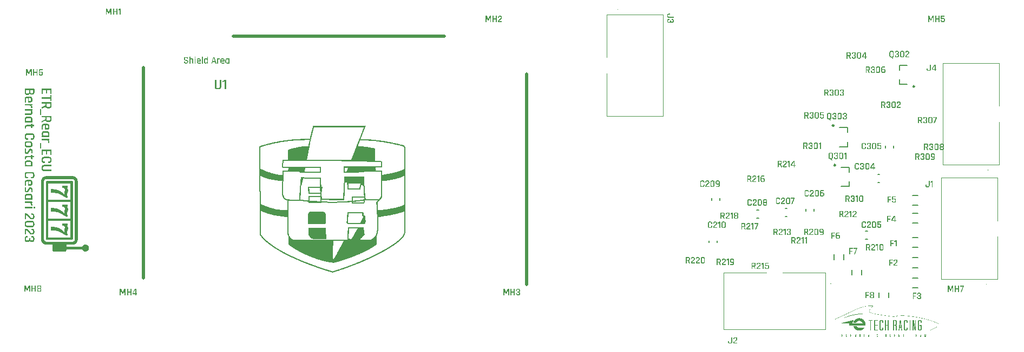
<source format=gto>
G04*
G04 #@! TF.GenerationSoftware,Altium Limited,Altium Designer,24.3.1 (35)*
G04*
G04 Layer_Color=65535*
%FSLAX44Y44*%
%MOMM*%
G71*
G04*
G04 #@! TF.SameCoordinates,C3A98564-D86C-46C7-A890-955D0AD343B8*
G04*
G04*
G04 #@! TF.FilePolarity,Positive*
G04*
G01*
G75*
%ADD10C,0.2500*%
%ADD11C,0.1000*%
%ADD12C,0.5000*%
%ADD13C,0.2000*%
G36*
X91453Y277622D02*
X92151D01*
Y277482D01*
X92710D01*
Y277343D01*
X92989D01*
Y277203D01*
X93408D01*
Y277063D01*
X93688D01*
Y276924D01*
X93967D01*
Y276784D01*
X94247D01*
Y276644D01*
X94526D01*
Y276504D01*
X94666D01*
Y276365D01*
X94945D01*
Y276225D01*
X95085D01*
Y276085D01*
X95225D01*
Y275946D01*
X95364D01*
Y275806D01*
X95504D01*
Y275666D01*
X95644D01*
Y275527D01*
X95783D01*
Y275387D01*
X95923D01*
Y275247D01*
X96063D01*
Y275107D01*
X96202D01*
Y274968D01*
X96342D01*
Y274828D01*
X96482D01*
Y274688D01*
X96622D01*
Y274409D01*
X96761D01*
Y274269D01*
X96901D01*
Y273990D01*
X97041D01*
Y273850D01*
X97180D01*
Y273571D01*
X97320D01*
Y273291D01*
X97460D01*
Y273012D01*
X97599D01*
Y272593D01*
X97739D01*
Y272174D01*
X97879D01*
Y271615D01*
X98019D01*
Y270777D01*
X98158D01*
Y177597D01*
X98019D01*
Y176759D01*
X97879D01*
Y176200D01*
X97739D01*
Y175781D01*
X97599D01*
Y175501D01*
X97460D01*
Y175082D01*
X97320D01*
Y174803D01*
X97180D01*
Y174663D01*
X97041D01*
Y174384D01*
X96901D01*
Y174104D01*
X96761D01*
Y173965D01*
X96622D01*
Y173825D01*
X96482D01*
Y173545D01*
X96342D01*
Y173406D01*
X96202D01*
Y173266D01*
X96063D01*
Y173126D01*
X95923D01*
Y172987D01*
X95783D01*
Y172847D01*
X95644D01*
Y172707D01*
X95504D01*
Y172568D01*
X95364D01*
Y172428D01*
X95225D01*
Y172288D01*
X94945D01*
Y172148D01*
X94805D01*
Y172009D01*
X94666D01*
Y171869D01*
X94386D01*
Y171729D01*
X94107D01*
Y171590D01*
X93828D01*
Y171450D01*
X93548D01*
Y171310D01*
X93269D01*
Y171171D01*
X92989D01*
Y171031D01*
X92570D01*
Y170891D01*
X92011D01*
Y170751D01*
X91173D01*
Y170612D01*
X80556D01*
Y166980D01*
X105004D01*
Y167399D01*
X105143D01*
Y167678D01*
X105283D01*
Y167957D01*
X105423D01*
Y168097D01*
X105562D01*
Y168377D01*
X105702D01*
Y168516D01*
X105842D01*
Y168656D01*
X105982D01*
Y168796D01*
X106121D01*
Y168935D01*
X106261D01*
Y169075D01*
X106401D01*
Y169215D01*
X106540D01*
Y169354D01*
X106680D01*
Y169494D01*
X106820D01*
Y169634D01*
X106959D01*
Y169774D01*
X107239D01*
Y169913D01*
X107518D01*
Y170053D01*
X107798D01*
Y170193D01*
X108077D01*
Y170332D01*
X108496D01*
Y170472D01*
X109055D01*
Y170612D01*
X111290D01*
Y170472D01*
X111849D01*
Y170332D01*
X112128D01*
Y170193D01*
X112547D01*
Y170053D01*
X112827D01*
Y169913D01*
X112966D01*
Y169774D01*
X113246D01*
Y169634D01*
X113386D01*
Y169494D01*
X113665D01*
Y169354D01*
X113805D01*
Y169215D01*
X113944D01*
Y169075D01*
X114084D01*
Y168935D01*
X114224D01*
Y168796D01*
X114363D01*
Y168656D01*
X114503D01*
Y168377D01*
X114643D01*
Y168237D01*
X114783D01*
Y167957D01*
X114922D01*
Y167818D01*
X115062D01*
Y167538D01*
X115202D01*
Y167259D01*
X115341D01*
Y166840D01*
X115481D01*
Y166281D01*
X115621D01*
Y163906D01*
X115481D01*
Y163347D01*
X115341D01*
Y163068D01*
X115202D01*
Y162649D01*
X115062D01*
Y162369D01*
X114922D01*
Y162230D01*
X114783D01*
Y161950D01*
X114643D01*
Y161811D01*
X114503D01*
Y161531D01*
X114363D01*
Y161392D01*
X114224D01*
Y161252D01*
X114084D01*
Y161112D01*
X113944D01*
Y160972D01*
X113805D01*
Y160833D01*
X113525D01*
Y160693D01*
X113386D01*
Y160553D01*
X113246D01*
Y160414D01*
X112966D01*
Y160274D01*
X112687D01*
Y160134D01*
X112408D01*
Y159995D01*
X112128D01*
Y159855D01*
X111709D01*
Y159715D01*
X111150D01*
Y159576D01*
X109195D01*
Y159715D01*
X108496D01*
Y159855D01*
X108077D01*
Y159995D01*
X107798D01*
Y160134D01*
X107518D01*
Y160274D01*
X107239D01*
Y160414D01*
X107099D01*
Y160553D01*
X106820D01*
Y160693D01*
X106680D01*
Y160833D01*
X106540D01*
Y160972D01*
X106401D01*
Y161112D01*
X106261D01*
Y161252D01*
X106121D01*
Y161392D01*
X105982D01*
Y161531D01*
X105842D01*
Y161671D01*
X105702D01*
Y161811D01*
X105562D01*
Y162090D01*
X105423D01*
Y162230D01*
X105283D01*
Y162509D01*
X105143D01*
Y162789D01*
X105004D01*
Y163208D01*
X80556D01*
Y161531D01*
X80416D01*
Y161112D01*
X80277D01*
Y160972D01*
X80137D01*
Y160693D01*
X79997D01*
Y160553D01*
X79858D01*
Y160414D01*
X79718D01*
Y160274D01*
X79578D01*
Y160134D01*
X79439D01*
Y159995D01*
X79159D01*
Y159855D01*
X78880D01*
Y159715D01*
X78461D01*
Y159576D01*
X60439D01*
Y159715D01*
X60160D01*
Y159855D01*
X59880D01*
Y159995D01*
X59601D01*
Y160134D01*
X59461D01*
Y160274D01*
X59322D01*
Y160414D01*
X59182D01*
Y160553D01*
X59042D01*
Y160693D01*
X58903D01*
Y160833D01*
X58763D01*
Y161112D01*
X58623D01*
Y161531D01*
X58484D01*
Y170612D01*
X47866D01*
Y170751D01*
X47028D01*
Y170891D01*
X46469D01*
Y171031D01*
X46050D01*
Y171171D01*
X45771D01*
Y171310D01*
X45352D01*
Y171450D01*
X45072D01*
Y171590D01*
X44933D01*
Y171729D01*
X44653D01*
Y171869D01*
X44374D01*
Y172009D01*
X44234D01*
Y172148D01*
X43955D01*
Y172288D01*
X43815D01*
Y172428D01*
X43675D01*
Y172568D01*
X43536D01*
Y172707D01*
X43396D01*
Y172847D01*
X43256D01*
Y172987D01*
X43116D01*
Y173126D01*
X42977D01*
Y173266D01*
X42837D01*
Y173406D01*
X42697D01*
Y173545D01*
X42558D01*
Y173685D01*
X42418D01*
Y173965D01*
X42278D01*
Y174104D01*
X42139D01*
Y174384D01*
X41999D01*
Y174523D01*
X41859D01*
Y174803D01*
X41719D01*
Y175082D01*
X41580D01*
Y175362D01*
X41440D01*
Y175781D01*
X41300D01*
Y176200D01*
X41161D01*
Y176759D01*
X41021D01*
Y177457D01*
X40881D01*
Y270916D01*
X41021D01*
Y271755D01*
X41161D01*
Y272174D01*
X41300D01*
Y272593D01*
X41440D01*
Y273012D01*
X41580D01*
Y273291D01*
X41719D01*
Y273571D01*
X41859D01*
Y273850D01*
X41999D01*
Y274130D01*
X42139D01*
Y274269D01*
X42278D01*
Y274549D01*
X42418D01*
Y274688D01*
X42558D01*
Y274828D01*
X42697D01*
Y274968D01*
X42837D01*
Y275247D01*
X42977D01*
Y275387D01*
X43116D01*
Y275527D01*
X43256D01*
Y275666D01*
X43396D01*
Y275806D01*
X43675D01*
Y275946D01*
X43815D01*
Y276085D01*
X43955D01*
Y276225D01*
X44094D01*
Y276365D01*
X44374D01*
Y276504D01*
X44514D01*
Y276644D01*
X44793D01*
Y276784D01*
X45072D01*
Y276924D01*
X45352D01*
Y277063D01*
X45631D01*
Y277203D01*
X45911D01*
Y277343D01*
X46330D01*
Y277482D01*
X46888D01*
Y277622D01*
X47587D01*
Y277762D01*
X91453D01*
Y277622D01*
D02*
G37*
G36*
X548610Y356270D02*
X548377D01*
Y355572D01*
X548145D01*
Y355107D01*
X547912D01*
Y354410D01*
X547680D01*
Y353945D01*
X547447D01*
Y353247D01*
X547215D01*
Y352549D01*
X546982D01*
Y352084D01*
X546750D01*
Y351386D01*
X546517D01*
Y350921D01*
X546284D01*
Y350224D01*
X546052D01*
Y349758D01*
X545819D01*
Y349061D01*
X545587D01*
Y348363D01*
X545354D01*
Y347898D01*
X545122D01*
Y347200D01*
X544889D01*
Y346735D01*
X544657D01*
Y346038D01*
X544424D01*
Y345573D01*
X544192D01*
Y344875D01*
X543959D01*
Y344410D01*
X543726D01*
Y343712D01*
X543494D01*
Y343014D01*
X543261D01*
Y342549D01*
X543029D01*
Y341852D01*
X542796D01*
Y341387D01*
X542564D01*
Y340689D01*
X542331D01*
Y340224D01*
X542099D01*
Y339526D01*
X541866D01*
Y338829D01*
X541633D01*
Y338363D01*
X541401D01*
Y337666D01*
X541168D01*
Y337201D01*
X540936D01*
Y336503D01*
X540703D01*
Y336038D01*
X540471D01*
Y335805D01*
X547680D01*
Y335573D01*
X553494D01*
Y335340D01*
X557215D01*
Y335108D01*
X560238D01*
Y334875D01*
X562796D01*
Y334642D01*
X564889D01*
Y334410D01*
X566982D01*
Y334177D01*
X569075D01*
Y333945D01*
X570935D01*
Y333712D01*
X572563D01*
Y333480D01*
X574191D01*
Y333247D01*
X575819D01*
Y333015D01*
X577447D01*
Y332782D01*
X578842D01*
Y332550D01*
X580237D01*
Y332317D01*
X581633D01*
Y332085D01*
X583028D01*
Y331852D01*
X584191D01*
Y331619D01*
X585586D01*
Y331387D01*
X586749D01*
Y331154D01*
X587911D01*
Y330922D01*
X589074D01*
Y330689D01*
X590237D01*
Y330457D01*
X591400D01*
Y330224D01*
X592563D01*
Y329991D01*
X593725D01*
Y329759D01*
X594656D01*
Y329526D01*
X595818D01*
Y329294D01*
X596749D01*
Y329061D01*
X597679D01*
Y328829D01*
X598842D01*
Y328596D01*
X599772D01*
Y328364D01*
X600702D01*
Y328131D01*
X601632D01*
Y327898D01*
X602562D01*
Y327666D01*
X603493D01*
Y327433D01*
X604423D01*
Y327201D01*
X605353D01*
Y326968D01*
X606051D01*
Y326736D01*
X606981D01*
Y326503D01*
X607911D01*
Y326271D01*
X608609D01*
Y326038D01*
X608841D01*
Y325573D01*
X609074D01*
Y325340D01*
X609306D01*
Y325108D01*
X609539D01*
Y324875D01*
X609771D01*
Y324410D01*
X610004D01*
Y324178D01*
X610237D01*
Y323713D01*
X610469D01*
Y188134D01*
X610237D01*
Y187204D01*
X610004D01*
Y186506D01*
X609771D01*
Y186041D01*
X609539D01*
Y185576D01*
X609306D01*
Y185111D01*
X609074D01*
Y184646D01*
X608841D01*
Y184181D01*
X608609D01*
Y183948D01*
X608376D01*
Y183483D01*
X608144D01*
Y183250D01*
X607911D01*
Y182785D01*
X607679D01*
Y182553D01*
X607446D01*
Y182320D01*
X607213D01*
Y181855D01*
X606981D01*
Y181622D01*
X606748D01*
Y181390D01*
X606516D01*
Y181157D01*
X606283D01*
Y180925D01*
X606051D01*
Y180692D01*
X605818D01*
Y180227D01*
X605586D01*
Y179995D01*
X605353D01*
Y179762D01*
X605121D01*
Y179529D01*
X604888D01*
Y179297D01*
X604655D01*
Y179064D01*
X604423D01*
Y178832D01*
X604190D01*
Y178599D01*
X603958D01*
Y178367D01*
X603725D01*
Y178134D01*
X603493D01*
Y177901D01*
X603260D01*
Y177669D01*
X603027D01*
Y177436D01*
X602562D01*
Y177204D01*
X602330D01*
Y176971D01*
X602097D01*
Y176739D01*
X601865D01*
Y176506D01*
X601632D01*
Y176274D01*
X601400D01*
Y176041D01*
X601167D01*
Y175809D01*
X600934D01*
Y175576D01*
X600469D01*
Y175343D01*
X600237D01*
Y175111D01*
X600004D01*
Y174878D01*
X599772D01*
Y174646D01*
X599539D01*
Y174413D01*
X599074D01*
Y174181D01*
X598842D01*
Y173948D01*
X598609D01*
Y173716D01*
X598376D01*
Y173483D01*
X597911D01*
Y173251D01*
X597679D01*
Y173018D01*
X597446D01*
Y172785D01*
X596981D01*
Y172553D01*
X596749D01*
Y172320D01*
X596516D01*
Y172088D01*
X596051D01*
Y171855D01*
X595818D01*
Y171623D01*
X595586D01*
Y171390D01*
X595121D01*
Y171157D01*
X594888D01*
Y170925D01*
X594423D01*
Y170692D01*
X594190D01*
Y170460D01*
X593958D01*
Y170227D01*
X593493D01*
Y169995D01*
X593260D01*
Y169762D01*
X592795D01*
Y169530D01*
X592563D01*
Y169297D01*
X592098D01*
Y169065D01*
X591865D01*
Y168832D01*
X591400D01*
Y168599D01*
X591167D01*
Y168367D01*
X590702D01*
Y168134D01*
X590470D01*
Y167902D01*
X590005D01*
Y167669D01*
X589772D01*
Y167437D01*
X589307D01*
Y167204D01*
X589074D01*
Y166971D01*
X588609D01*
Y166739D01*
X588377D01*
Y166506D01*
X587911D01*
Y166274D01*
X587679D01*
Y166041D01*
X587214D01*
Y165809D01*
X586749D01*
Y165576D01*
X586516D01*
Y165344D01*
X586051D01*
Y165111D01*
X585586D01*
Y164879D01*
X585353D01*
Y164646D01*
X584888D01*
Y164413D01*
X584656D01*
Y164181D01*
X584191D01*
Y163948D01*
X583726D01*
Y163716D01*
X583493D01*
Y163483D01*
X583028D01*
Y163251D01*
X582563D01*
Y163018D01*
X582330D01*
Y162786D01*
X581865D01*
Y162553D01*
X581400D01*
Y162320D01*
X580935D01*
Y162088D01*
X580702D01*
Y161855D01*
X580237D01*
Y161623D01*
X579772D01*
Y161390D01*
X579307D01*
Y161158D01*
X579075D01*
Y160925D01*
X578609D01*
Y160693D01*
X578144D01*
Y160460D01*
X577679D01*
Y160228D01*
X577447D01*
Y159995D01*
X576982D01*
Y159762D01*
X576516D01*
Y159530D01*
X576051D01*
Y159297D01*
X575586D01*
Y159065D01*
X575354D01*
Y158832D01*
X574888D01*
Y158600D01*
X574423D01*
Y158367D01*
X573958D01*
Y158134D01*
X573493D01*
Y157902D01*
X573028D01*
Y157669D01*
X572563D01*
Y157437D01*
X572330D01*
Y157204D01*
X571865D01*
Y156972D01*
X571400D01*
Y156739D01*
X570935D01*
Y156507D01*
X570470D01*
Y156274D01*
X570005D01*
Y156041D01*
X569540D01*
Y155809D01*
X569075D01*
Y155576D01*
X568610D01*
Y155344D01*
X568144D01*
Y155111D01*
X567679D01*
Y154879D01*
X567214D01*
Y154646D01*
X566749D01*
Y154414D01*
X566284D01*
Y154181D01*
X565819D01*
Y153948D01*
X565354D01*
Y153716D01*
X564889D01*
Y153483D01*
X564424D01*
Y153251D01*
X563959D01*
Y153018D01*
X563493D01*
Y152786D01*
X563028D01*
Y152553D01*
X562563D01*
Y152321D01*
X562098D01*
Y152088D01*
X561633D01*
Y151856D01*
X561168D01*
Y151623D01*
X560703D01*
Y151390D01*
X560238D01*
Y151158D01*
X559773D01*
Y150925D01*
X559307D01*
Y150693D01*
X558842D01*
Y150460D01*
X558377D01*
Y150228D01*
X557912D01*
Y149995D01*
X557215D01*
Y149763D01*
X556749D01*
Y149530D01*
X556284D01*
Y149298D01*
X555819D01*
Y149065D01*
X555354D01*
Y148832D01*
X554889D01*
Y148600D01*
X554424D01*
Y148367D01*
X553726D01*
Y148135D01*
X553261D01*
Y147902D01*
X552796D01*
Y147670D01*
X552331D01*
Y147437D01*
X551866D01*
Y147205D01*
X551168D01*
Y146972D01*
X550703D01*
Y146739D01*
X550238D01*
Y146507D01*
X549773D01*
Y146274D01*
X549075D01*
Y146042D01*
X548610D01*
Y145809D01*
X548145D01*
Y145577D01*
X547680D01*
Y145344D01*
X546982D01*
Y145112D01*
X546517D01*
Y144879D01*
X546052D01*
Y144646D01*
X545354D01*
Y144414D01*
X544889D01*
Y144181D01*
X544424D01*
Y143949D01*
X543959D01*
Y143716D01*
X543261D01*
Y143484D01*
X542796D01*
Y143251D01*
X542331D01*
Y143019D01*
X541633D01*
Y142786D01*
X541168D01*
Y142553D01*
X540471D01*
Y142321D01*
X540005D01*
Y142088D01*
X539540D01*
Y141856D01*
X538843D01*
Y141623D01*
X538378D01*
Y141391D01*
X537680D01*
Y141158D01*
X537215D01*
Y140926D01*
X536517D01*
Y140693D01*
X536052D01*
Y140461D01*
X535587D01*
Y140228D01*
X534889D01*
Y139995D01*
X534424D01*
Y139763D01*
X533727D01*
Y139530D01*
X533261D01*
Y139298D01*
X532564D01*
Y139065D01*
X532099D01*
Y138833D01*
X531401D01*
Y138600D01*
X530936D01*
Y138368D01*
X530238D01*
Y138135D01*
X529541D01*
Y137902D01*
X529076D01*
Y137670D01*
X528378D01*
Y137437D01*
X527913D01*
Y137205D01*
X527215D01*
Y136972D01*
X526517D01*
Y136740D01*
X526052D01*
Y136507D01*
X525355D01*
Y136274D01*
X524890D01*
Y136042D01*
X524192D01*
Y135809D01*
X523494D01*
Y135577D01*
X522797D01*
Y135344D01*
X522332D01*
Y135112D01*
X521634D01*
Y134879D01*
X520936D01*
Y134647D01*
X520471D01*
Y134414D01*
X519773D01*
Y134181D01*
X519076D01*
Y133949D01*
X518378D01*
Y133716D01*
X517913D01*
Y133484D01*
X517215D01*
Y133251D01*
X516518D01*
Y133019D01*
X515820D01*
Y132786D01*
X515122D01*
Y132554D01*
X514425D01*
Y132321D01*
X513960D01*
Y132088D01*
X513262D01*
Y131856D01*
X512564D01*
Y131623D01*
X511866D01*
Y131391D01*
X511169D01*
Y131158D01*
X510471D01*
Y130926D01*
X509774D01*
Y130693D01*
X509076D01*
Y130461D01*
X508378D01*
Y130228D01*
X507681D01*
Y129995D01*
X506983D01*
Y129763D01*
X506285D01*
Y129530D01*
X505588D01*
Y129298D01*
X504890D01*
Y129065D01*
X504192D01*
Y128833D01*
X503495D01*
Y128600D01*
X502564D01*
Y128368D01*
X501867D01*
Y128135D01*
X501169D01*
Y127903D01*
X500471D01*
Y127670D01*
X499774D01*
Y127437D01*
X498844D01*
Y127205D01*
X498146D01*
Y126972D01*
X497448D01*
Y126740D01*
X496053D01*
Y126972D01*
X495355D01*
Y127205D01*
X494658D01*
Y127437D01*
X493960D01*
Y127670D01*
X493030D01*
Y127903D01*
X492332D01*
Y128135D01*
X491634D01*
Y128368D01*
X490937D01*
Y128600D01*
X490006D01*
Y128833D01*
X489309D01*
Y129065D01*
X488611D01*
Y129298D01*
X487914D01*
Y129530D01*
X487216D01*
Y129763D01*
X486286D01*
Y129995D01*
X485588D01*
Y130228D01*
X484890D01*
Y130461D01*
X484193D01*
Y130693D01*
X483495D01*
Y130926D01*
X482797D01*
Y131158D01*
X482100D01*
Y131391D01*
X481402D01*
Y131623D01*
X480704D01*
Y131856D01*
X480007D01*
Y132088D01*
X479309D01*
Y132321D01*
X478611D01*
Y132554D01*
X477914D01*
Y132786D01*
X477216D01*
Y133019D01*
X476518D01*
Y133251D01*
X475821D01*
Y133484D01*
X475123D01*
Y133716D01*
X474425D01*
Y133949D01*
X473728D01*
Y134181D01*
X473030D01*
Y134414D01*
X472332D01*
Y134647D01*
X471867D01*
Y134879D01*
X471170D01*
Y135112D01*
X470472D01*
Y135344D01*
X469774D01*
Y135577D01*
X469077D01*
Y135809D01*
X468379D01*
Y136042D01*
X467914D01*
Y136274D01*
X467216D01*
Y136507D01*
X466519D01*
Y136740D01*
X465821D01*
Y136972D01*
X465356D01*
Y137205D01*
X464658D01*
Y137437D01*
X463960D01*
Y137670D01*
X463263D01*
Y137902D01*
X462798D01*
Y138135D01*
X462100D01*
Y138368D01*
X461403D01*
Y138600D01*
X460937D01*
Y138833D01*
X460240D01*
Y139065D01*
X459542D01*
Y139298D01*
X459077D01*
Y139530D01*
X458379D01*
Y139763D01*
X457682D01*
Y139995D01*
X457216D01*
Y140228D01*
X456519D01*
Y140461D01*
X456054D01*
Y140693D01*
X455356D01*
Y140926D01*
X454891D01*
Y141158D01*
X454193D01*
Y141391D01*
X453728D01*
Y141623D01*
X453031D01*
Y141856D01*
X452565D01*
Y142088D01*
X451868D01*
Y142321D01*
X451403D01*
Y142553D01*
X450705D01*
Y142786D01*
X450240D01*
Y143019D01*
X449542D01*
Y143251D01*
X449077D01*
Y143484D01*
X448380D01*
Y143716D01*
X447914D01*
Y143949D01*
X447217D01*
Y144181D01*
X446752D01*
Y144414D01*
X446287D01*
Y144646D01*
X445589D01*
Y144879D01*
X445124D01*
Y145112D01*
X444659D01*
Y145344D01*
X443961D01*
Y145577D01*
X443496D01*
Y145809D01*
X443031D01*
Y146042D01*
X442333D01*
Y146274D01*
X441868D01*
Y146507D01*
X441403D01*
Y146739D01*
X440705D01*
Y146972D01*
X440240D01*
Y147205D01*
X439775D01*
Y147437D01*
X439310D01*
Y147670D01*
X438612D01*
Y147902D01*
X438147D01*
Y148135D01*
X437682D01*
Y148367D01*
X437217D01*
Y148600D01*
X436519D01*
Y148832D01*
X436054D01*
Y149065D01*
X435589D01*
Y149298D01*
X435124D01*
Y149530D01*
X434659D01*
Y149763D01*
X434194D01*
Y149995D01*
X433496D01*
Y150228D01*
X433031D01*
Y150460D01*
X432566D01*
Y150693D01*
X432101D01*
Y150925D01*
X431636D01*
Y151158D01*
X431171D01*
Y151390D01*
X430705D01*
Y151623D01*
X430240D01*
Y151856D01*
X429775D01*
Y152088D01*
X429310D01*
Y152321D01*
X428845D01*
Y152553D01*
X428380D01*
Y152786D01*
X427915D01*
Y153018D01*
X427450D01*
Y153251D01*
X426985D01*
Y153483D01*
X426519D01*
Y153716D01*
X426054D01*
Y153948D01*
X425589D01*
Y154181D01*
X425124D01*
Y154414D01*
X424659D01*
Y154646D01*
X424194D01*
Y154879D01*
X423729D01*
Y155111D01*
X423264D01*
Y155344D01*
X422799D01*
Y155576D01*
X422333D01*
Y155809D01*
X421868D01*
Y156041D01*
X421403D01*
Y156274D01*
X420938D01*
Y156507D01*
X420473D01*
Y156739D01*
X420241D01*
Y156972D01*
X419775D01*
Y157204D01*
X419310D01*
Y157437D01*
X418845D01*
Y157669D01*
X418380D01*
Y157902D01*
X417915D01*
Y158134D01*
X417682D01*
Y158367D01*
X417217D01*
Y158600D01*
X416752D01*
Y158832D01*
X416287D01*
Y159065D01*
X415822D01*
Y159297D01*
X415589D01*
Y159530D01*
X415124D01*
Y159762D01*
X414659D01*
Y159995D01*
X414194D01*
Y160228D01*
X413962D01*
Y160460D01*
X413497D01*
Y160693D01*
X413031D01*
Y160925D01*
X412799D01*
Y161158D01*
X412334D01*
Y161390D01*
X411869D01*
Y161623D01*
X411636D01*
Y161855D01*
X411171D01*
Y162088D01*
X410706D01*
Y162320D01*
X410473D01*
Y162553D01*
X410008D01*
Y162786D01*
X409543D01*
Y163018D01*
X409310D01*
Y163251D01*
X408845D01*
Y163483D01*
X408613D01*
Y163716D01*
X408148D01*
Y163948D01*
X407683D01*
Y164181D01*
X407450D01*
Y164413D01*
X406985D01*
Y164646D01*
X406752D01*
Y164879D01*
X406287D01*
Y165111D01*
X406055D01*
Y165344D01*
X405590D01*
Y165576D01*
X405357D01*
Y165809D01*
X404892D01*
Y166041D01*
X404659D01*
Y166274D01*
X404194D01*
Y166506D01*
X403962D01*
Y166739D01*
X403497D01*
Y166971D01*
X403264D01*
Y167204D01*
X402799D01*
Y167437D01*
X402566D01*
Y167669D01*
X402101D01*
Y167902D01*
X401869D01*
Y168134D01*
X401404D01*
Y168367D01*
X401171D01*
Y168599D01*
X400939D01*
Y168832D01*
X400474D01*
Y169065D01*
X400241D01*
Y169297D01*
X399776D01*
Y169530D01*
X399543D01*
Y169762D01*
X399311D01*
Y169995D01*
X398846D01*
Y170227D01*
X398613D01*
Y170460D01*
X398381D01*
Y170692D01*
X397915D01*
Y170925D01*
X397683D01*
Y171157D01*
X397450D01*
Y171390D01*
X396985D01*
Y171623D01*
X396753D01*
Y171855D01*
X396520D01*
Y172088D01*
X396287D01*
Y172320D01*
X395822D01*
Y172553D01*
X395590D01*
Y172785D01*
X395357D01*
Y173018D01*
X395125D01*
Y173251D01*
X394660D01*
Y173483D01*
X394427D01*
Y173716D01*
X394194D01*
Y173948D01*
X393962D01*
Y174181D01*
X393729D01*
Y174413D01*
X393264D01*
Y174646D01*
X393032D01*
Y174878D01*
X392799D01*
Y175111D01*
X392567D01*
Y175343D01*
X392334D01*
Y175576D01*
X392102D01*
Y175809D01*
X391869D01*
Y176041D01*
X391636D01*
Y176274D01*
X391171D01*
Y176506D01*
X390939D01*
Y176739D01*
X390706D01*
Y176971D01*
X390474D01*
Y177204D01*
X390241D01*
Y177436D01*
X390009D01*
Y177669D01*
X389776D01*
Y177901D01*
X389543D01*
Y178134D01*
X389311D01*
Y178367D01*
X389078D01*
Y178599D01*
X388846D01*
Y178832D01*
X388613D01*
Y179064D01*
X388381D01*
Y179297D01*
X388148D01*
Y179529D01*
X387916D01*
Y179762D01*
X387683D01*
Y179995D01*
X387450D01*
Y180227D01*
X387218D01*
Y180460D01*
X386985D01*
Y180692D01*
X386753D01*
Y181157D01*
X386520D01*
Y181390D01*
X386288D01*
Y181622D01*
X386055D01*
Y181855D01*
X385823D01*
Y182087D01*
X385590D01*
Y182320D01*
X385358D01*
Y182785D01*
X385125D01*
Y183018D01*
X384892D01*
Y183250D01*
X384660D01*
Y183715D01*
X384427D01*
Y183948D01*
X384195D01*
Y184181D01*
X383962D01*
Y184646D01*
X383730D01*
Y184878D01*
X383497D01*
Y185343D01*
X383265D01*
Y185576D01*
X383032D01*
Y186041D01*
X382799D01*
Y198134D01*
X382567D01*
Y223017D01*
Y223249D01*
Y253946D01*
X382334D01*
Y279760D01*
X382102D01*
Y290457D01*
X382334D01*
Y309759D01*
X382102D01*
Y324643D01*
X382567D01*
Y324875D01*
X383265D01*
Y325108D01*
X383962D01*
Y325340D01*
X384427D01*
Y325573D01*
X385125D01*
Y325806D01*
X385823D01*
Y326038D01*
X386520D01*
Y326271D01*
X387218D01*
Y326503D01*
X387916D01*
Y326736D01*
X388846D01*
Y326968D01*
X389543D01*
Y327201D01*
X390241D01*
Y327433D01*
X391171D01*
Y327666D01*
X391869D01*
Y327898D01*
X392799D01*
Y328131D01*
X393497D01*
Y328364D01*
X394427D01*
Y328596D01*
X395357D01*
Y328829D01*
X396287D01*
Y329061D01*
X396985D01*
Y329294D01*
X397915D01*
Y329526D01*
X399078D01*
Y329759D01*
X400008D01*
Y329991D01*
X400939D01*
Y330224D01*
X401869D01*
Y330457D01*
X403032D01*
Y330689D01*
X403962D01*
Y330922D01*
X405125D01*
Y331154D01*
X406287D01*
Y331387D01*
X407450D01*
Y331619D01*
X408613D01*
Y331852D01*
X409776D01*
Y332085D01*
X410938D01*
Y332317D01*
X412334D01*
Y332550D01*
X413729D01*
Y332782D01*
X415124D01*
Y333015D01*
X416520D01*
Y333247D01*
X417915D01*
Y333480D01*
X419543D01*
Y333712D01*
X421171D01*
Y333945D01*
X422799D01*
Y334177D01*
X424659D01*
Y334410D01*
X426519D01*
Y334642D01*
X428380D01*
Y334875D01*
X430705D01*
Y335108D01*
X433031D01*
Y335340D01*
X435589D01*
Y335573D01*
X438380D01*
Y335805D01*
X441868D01*
Y336038D01*
X446054D01*
Y336270D01*
X452798D01*
Y336503D01*
X461170D01*
Y336968D01*
X461403D01*
Y337898D01*
X461635D01*
Y338829D01*
X461868D01*
Y339759D01*
X462100D01*
Y340689D01*
X462333D01*
Y341619D01*
X462565D01*
Y342549D01*
X462798D01*
Y343480D01*
X463030D01*
Y344410D01*
X463263D01*
Y345340D01*
X463495D01*
Y346270D01*
X463728D01*
Y347200D01*
X463960D01*
Y348131D01*
X464193D01*
Y349061D01*
X464426D01*
Y349991D01*
X464658D01*
Y350921D01*
X464891D01*
Y351852D01*
X465123D01*
Y352782D01*
X465356D01*
Y353712D01*
X465588D01*
Y354642D01*
X465821D01*
Y355572D01*
X466054D01*
Y356503D01*
X548610D01*
Y356270D01*
D02*
G37*
G36*
X1329168Y62292D02*
X1331003D01*
Y62243D01*
X1331437D01*
Y62195D01*
X1331872D01*
Y62147D01*
X1331437D01*
Y62099D01*
X1330471D01*
Y62050D01*
X1329506D01*
Y62002D01*
X1328540D01*
Y61954D01*
X1327671D01*
Y61905D01*
X1326898D01*
Y61857D01*
X1326174D01*
Y61809D01*
X1325498D01*
Y61761D01*
X1324919D01*
Y61712D01*
X1324339D01*
Y61664D01*
X1323808D01*
Y61616D01*
X1323277D01*
Y61568D01*
X1322794D01*
Y61519D01*
X1322311D01*
Y61471D01*
X1321877D01*
Y61423D01*
X1321442D01*
Y61374D01*
X1321056D01*
Y61326D01*
X1320621D01*
Y61278D01*
X1320235D01*
Y61230D01*
X1319849D01*
Y61181D01*
X1319463D01*
Y61133D01*
X1319125D01*
Y61085D01*
X1318787D01*
Y61036D01*
X1318400D01*
Y60988D01*
X1318111D01*
Y60940D01*
X1317773D01*
Y60891D01*
X1317435D01*
Y60843D01*
X1317145D01*
Y60795D01*
X1316807D01*
Y60747D01*
X1316517D01*
Y60698D01*
X1316228D01*
Y60650D01*
X1315938D01*
Y60602D01*
X1315648D01*
Y60553D01*
X1315358D01*
Y60505D01*
X1315069D01*
Y60457D01*
X1314779D01*
Y60409D01*
X1314538D01*
Y60360D01*
X1314248D01*
Y60312D01*
X1314006D01*
Y60264D01*
X1313765D01*
Y60216D01*
X1313475D01*
Y60167D01*
X1313234D01*
Y60119D01*
X1312993D01*
Y60071D01*
X1312751D01*
Y60022D01*
X1312510D01*
Y59974D01*
X1312268D01*
Y59926D01*
X1312027D01*
Y59878D01*
X1311834D01*
Y59829D01*
X1311592D01*
Y59781D01*
X1311351D01*
Y59733D01*
X1311109D01*
Y59684D01*
X1310916D01*
Y59636D01*
X1310675D01*
Y59588D01*
X1310482D01*
Y59539D01*
X1310240D01*
Y59491D01*
X1310047D01*
Y59443D01*
X1309854D01*
Y59395D01*
X1309612D01*
Y59346D01*
X1309419D01*
Y59298D01*
X1309226D01*
Y59250D01*
X1309033D01*
Y59201D01*
X1308840D01*
Y59153D01*
X1308599D01*
Y59105D01*
X1308405D01*
Y59057D01*
X1308212D01*
Y59008D01*
X1308019D01*
Y58960D01*
X1307826D01*
Y58912D01*
X1307681D01*
Y58864D01*
X1307488D01*
Y58815D01*
X1307295D01*
Y58767D01*
X1307102D01*
Y58719D01*
X1306909D01*
Y58670D01*
X1306715D01*
Y58622D01*
X1306571D01*
Y58574D01*
X1306378D01*
Y58526D01*
X1306184D01*
Y58477D01*
X1306039D01*
Y58429D01*
X1305846D01*
Y58381D01*
X1305653D01*
Y58332D01*
X1305508D01*
Y58284D01*
X1305315D01*
Y58236D01*
X1305170D01*
Y58188D01*
X1304977D01*
Y58139D01*
X1304832D01*
Y58091D01*
X1304639D01*
Y58043D01*
X1304494D01*
Y57994D01*
X1304350D01*
Y57946D01*
X1304156D01*
Y57898D01*
X1304012D01*
Y57850D01*
X1303867D01*
Y57801D01*
X1303674D01*
Y57753D01*
X1303529D01*
Y57705D01*
X1303384D01*
Y57656D01*
X1303239D01*
Y57608D01*
X1303046D01*
Y57560D01*
X1302901D01*
Y57512D01*
X1302756D01*
Y57463D01*
X1302611D01*
Y57415D01*
X1302466D01*
Y57367D01*
X1302322D01*
Y57318D01*
X1302177D01*
Y57270D01*
X1302032D01*
Y57222D01*
X1301887D01*
Y57174D01*
X1301742D01*
Y57125D01*
X1301597D01*
Y57077D01*
X1301452D01*
Y57029D01*
X1301308D01*
Y56980D01*
X1301163D01*
Y56932D01*
X1301018D01*
Y56884D01*
X1300873D01*
Y56836D01*
X1300728D01*
Y56787D01*
X1300583D01*
Y56739D01*
X1300438D01*
Y56691D01*
X1300342D01*
Y56642D01*
X1300197D01*
Y56594D01*
X1300052D01*
Y56546D01*
X1299907D01*
Y56498D01*
X1299763D01*
Y56449D01*
X1299666D01*
Y56401D01*
X1299521D01*
Y56353D01*
X1299376D01*
Y56304D01*
X1299231D01*
Y56256D01*
X1299135D01*
Y56208D01*
X1298990D01*
Y56160D01*
X1298845D01*
Y56111D01*
X1298748D01*
Y56063D01*
X1298604D01*
Y56015D01*
X1298459D01*
Y55967D01*
X1298362D01*
Y55918D01*
X1298217D01*
Y55870D01*
X1298121D01*
Y55822D01*
X1297976D01*
Y55773D01*
X1297831D01*
Y55725D01*
X1297735D01*
Y55677D01*
X1297590D01*
Y55628D01*
X1297493D01*
Y55580D01*
X1297348D01*
Y55532D01*
X1297252D01*
Y55484D01*
X1297107D01*
Y55435D01*
X1297010D01*
Y55387D01*
X1296865D01*
Y55339D01*
X1296769D01*
Y55290D01*
X1296624D01*
Y55242D01*
X1296479D01*
Y55194D01*
X1296382D01*
Y55146D01*
X1296286D01*
Y55194D01*
X1296238D01*
Y55242D01*
X1296189D01*
Y55290D01*
X1296238D01*
Y55339D01*
X1296334D01*
Y55387D01*
X1296431D01*
Y55435D01*
X1296527D01*
Y55484D01*
X1296624D01*
Y55532D01*
X1296720D01*
Y55580D01*
X1296817D01*
Y55628D01*
X1296914D01*
Y55677D01*
X1297010D01*
Y55725D01*
X1297107D01*
Y55773D01*
X1297203D01*
Y55822D01*
X1297300D01*
Y55870D01*
X1297397D01*
Y55918D01*
X1297493D01*
Y55967D01*
X1297590D01*
Y56015D01*
X1297686D01*
Y56063D01*
X1297783D01*
Y56111D01*
X1297879D01*
Y56160D01*
X1297976D01*
Y56208D01*
X1298073D01*
Y56256D01*
X1298169D01*
Y56304D01*
X1298266D01*
Y56353D01*
X1298410D01*
Y56401D01*
X1298507D01*
Y56449D01*
X1298604D01*
Y56498D01*
X1298700D01*
Y56546D01*
X1298845D01*
Y56594D01*
X1298942D01*
Y56642D01*
X1299038D01*
Y56691D01*
X1299135D01*
Y56739D01*
X1299280D01*
Y56787D01*
X1299376D01*
Y56836D01*
X1299473D01*
Y56884D01*
X1299618D01*
Y56932D01*
X1299714D01*
Y56980D01*
X1299811D01*
Y57029D01*
X1299956D01*
Y57077D01*
X1300052D01*
Y57125D01*
X1300197D01*
Y57174D01*
X1300294D01*
Y57222D01*
X1300438D01*
Y57270D01*
X1300535D01*
Y57318D01*
X1300680D01*
Y57367D01*
X1300776D01*
Y57415D01*
X1300921D01*
Y57463D01*
X1301018D01*
Y57512D01*
X1301163D01*
Y57560D01*
X1301259D01*
Y57608D01*
X1301404D01*
Y57656D01*
X1301549D01*
Y57705D01*
X1301646D01*
Y57753D01*
X1301790D01*
Y57801D01*
X1301887D01*
Y57850D01*
X1302032D01*
Y57898D01*
X1302177D01*
Y57946D01*
X1302322D01*
Y57994D01*
X1302418D01*
Y58043D01*
X1302563D01*
Y58091D01*
X1302708D01*
Y58139D01*
X1302853D01*
Y58188D01*
X1302949D01*
Y58236D01*
X1303094D01*
Y58284D01*
X1303239D01*
Y58332D01*
X1303384D01*
Y58381D01*
X1303529D01*
Y58429D01*
X1303674D01*
Y58477D01*
X1303818D01*
Y58526D01*
X1303963D01*
Y58574D01*
X1304108D01*
Y58622D01*
X1304253D01*
Y58670D01*
X1304398D01*
Y58719D01*
X1304543D01*
Y58767D01*
X1304688D01*
Y58815D01*
X1304832D01*
Y58864D01*
X1304977D01*
Y58912D01*
X1305122D01*
Y58960D01*
X1305267D01*
Y59008D01*
X1305412D01*
Y59057D01*
X1305605D01*
Y59105D01*
X1305750D01*
Y59153D01*
X1305895D01*
Y59201D01*
X1306039D01*
Y59250D01*
X1306233D01*
Y59298D01*
X1306378D01*
Y59346D01*
X1306522D01*
Y59395D01*
X1306715D01*
Y59443D01*
X1306860D01*
Y59491D01*
X1307053D01*
Y59539D01*
X1307198D01*
Y59588D01*
X1307391D01*
Y59636D01*
X1307536D01*
Y59684D01*
X1307729D01*
Y59733D01*
X1307923D01*
Y59781D01*
X1308067D01*
Y59829D01*
X1308261D01*
Y59878D01*
X1308454D01*
Y59926D01*
X1308599D01*
Y59974D01*
X1308792D01*
Y60022D01*
X1308985D01*
Y60071D01*
X1309178D01*
Y60119D01*
X1309371D01*
Y60167D01*
X1309564D01*
Y60216D01*
X1309757D01*
Y60264D01*
X1309951D01*
Y60312D01*
X1310192D01*
Y60360D01*
X1310385D01*
Y60409D01*
X1310578D01*
Y60457D01*
X1310771D01*
Y60505D01*
X1311013D01*
Y60553D01*
X1311206D01*
Y60602D01*
X1311447D01*
Y60650D01*
X1311689D01*
Y60698D01*
X1311882D01*
Y60747D01*
X1312123D01*
Y60795D01*
X1312365D01*
Y60843D01*
X1312606D01*
Y60891D01*
X1312848D01*
Y60940D01*
X1313089D01*
Y60988D01*
X1313331D01*
Y61036D01*
X1313620D01*
Y61085D01*
X1313862D01*
Y61133D01*
X1314151D01*
Y61181D01*
X1314393D01*
Y61230D01*
X1314682D01*
Y61278D01*
X1314972D01*
Y61326D01*
X1315262D01*
Y61374D01*
X1315551D01*
Y61423D01*
X1315889D01*
Y61471D01*
X1316179D01*
Y61519D01*
X1316517D01*
Y61568D01*
X1316855D01*
Y61616D01*
X1317193D01*
Y61664D01*
X1317579D01*
Y61712D01*
X1317966D01*
Y61761D01*
X1318352D01*
Y61809D01*
X1318787D01*
Y61857D01*
X1319221D01*
Y61905D01*
X1319656D01*
Y61954D01*
X1320139D01*
Y62002D01*
X1320670D01*
Y62050D01*
X1321249D01*
Y62099D01*
X1321829D01*
Y62147D01*
X1322553D01*
Y62195D01*
X1323325D01*
Y62243D01*
X1324291D01*
Y62292D01*
X1325643D01*
Y62340D01*
X1329168D01*
Y62292D01*
D02*
G37*
G36*
X1416563Y52393D02*
X1416756D01*
Y52345D01*
X1416901D01*
Y52297D01*
X1416998D01*
Y52249D01*
X1417094D01*
Y52200D01*
X1417191D01*
Y52152D01*
X1417287D01*
Y52104D01*
X1417336D01*
Y52055D01*
X1417432D01*
Y52007D01*
X1417481D01*
Y51959D01*
X1417529D01*
Y51911D01*
X1417577D01*
Y51862D01*
X1417625D01*
Y51814D01*
X1417674D01*
Y51766D01*
X1417722D01*
Y51717D01*
X1417770D01*
Y51669D01*
X1417819D01*
Y51572D01*
X1417867D01*
Y51524D01*
X1417915D01*
Y51476D01*
X1417963D01*
Y51379D01*
X1418012D01*
Y51283D01*
X1418060D01*
Y51186D01*
X1418108D01*
Y51041D01*
X1418156D01*
Y50848D01*
X1418205D01*
Y50559D01*
X1418253D01*
Y48289D01*
X1418205D01*
Y48241D01*
X1416853D01*
Y49786D01*
X1416805D01*
Y50027D01*
X1416756D01*
Y50172D01*
X1416708D01*
Y50269D01*
X1416660D01*
Y50365D01*
X1416611D01*
Y50462D01*
X1416563D01*
Y50510D01*
X1416515D01*
Y50559D01*
X1416467D01*
Y50655D01*
X1416418D01*
Y50703D01*
X1416322D01*
Y50752D01*
X1416273D01*
Y50800D01*
X1416225D01*
Y50848D01*
X1416129D01*
Y50897D01*
X1416032D01*
Y50945D01*
X1415935D01*
Y50993D01*
X1415742D01*
Y51041D01*
X1415163D01*
Y50993D01*
X1415018D01*
Y50945D01*
X1414873D01*
Y50897D01*
X1414777D01*
Y50848D01*
X1414728D01*
Y50800D01*
X1414632D01*
Y50752D01*
X1414583D01*
Y50703D01*
X1414487D01*
Y50655D01*
X1414439D01*
Y50559D01*
X1414390D01*
Y50510D01*
X1414342D01*
Y50462D01*
X1414294D01*
Y50365D01*
X1414245D01*
Y50269D01*
X1414197D01*
Y50172D01*
X1414149D01*
Y50076D01*
X1414101D01*
Y49834D01*
X1414052D01*
Y38342D01*
X1414101D01*
Y38101D01*
X1414149D01*
Y38005D01*
X1414197D01*
Y37908D01*
X1414245D01*
Y37811D01*
X1414294D01*
Y37715D01*
X1414342D01*
Y37666D01*
X1414390D01*
Y37618D01*
X1414439D01*
Y37522D01*
X1414487D01*
Y37473D01*
X1414583D01*
Y37425D01*
X1414632D01*
Y37377D01*
X1414728D01*
Y37329D01*
X1414777D01*
Y37280D01*
X1414873D01*
Y37232D01*
X1415018D01*
Y37184D01*
X1415163D01*
Y37135D01*
X1415742D01*
Y37184D01*
X1415935D01*
Y37232D01*
X1416032D01*
Y37280D01*
X1416129D01*
Y37329D01*
X1416225D01*
Y37377D01*
X1416273D01*
Y37425D01*
X1416322D01*
Y37473D01*
X1416418D01*
Y37522D01*
X1416467D01*
Y37618D01*
X1416515D01*
Y37666D01*
X1416563D01*
Y37715D01*
X1416611D01*
Y37811D01*
X1416660D01*
Y37908D01*
X1416708D01*
Y38005D01*
X1416756D01*
Y38149D01*
X1416805D01*
Y38391D01*
X1416853D01*
Y42688D01*
X1415453D01*
Y44088D01*
X1418253D01*
Y37570D01*
X1418205D01*
Y37280D01*
X1418156D01*
Y37135D01*
X1418108D01*
Y36991D01*
X1418060D01*
Y36894D01*
X1418012D01*
Y36797D01*
X1417963D01*
Y36701D01*
X1417915D01*
Y36653D01*
X1417867D01*
Y36604D01*
X1417819D01*
Y36508D01*
X1417770D01*
Y36459D01*
X1417722D01*
Y36411D01*
X1417674D01*
Y36363D01*
X1417625D01*
Y36315D01*
X1417577D01*
Y36266D01*
X1417529D01*
Y36218D01*
X1417481D01*
Y36170D01*
X1417432D01*
Y36121D01*
X1417336D01*
Y36073D01*
X1417287D01*
Y36025D01*
X1417191D01*
Y35977D01*
X1417094D01*
Y35928D01*
X1416998D01*
Y35880D01*
X1416901D01*
Y35832D01*
X1416756D01*
Y35783D01*
X1416563D01*
Y35735D01*
X1414390D01*
Y35783D01*
X1414149D01*
Y35832D01*
X1414004D01*
Y35880D01*
X1413907D01*
Y35928D01*
X1413811D01*
Y35977D01*
X1413714D01*
Y36025D01*
X1413666D01*
Y36073D01*
X1413569D01*
Y36121D01*
X1413521D01*
Y36170D01*
X1413473D01*
Y36218D01*
X1413376D01*
Y36266D01*
X1413328D01*
Y36315D01*
X1413280D01*
Y36363D01*
X1413232D01*
Y36411D01*
X1413183D01*
Y36508D01*
X1413135D01*
Y36556D01*
X1413087D01*
Y36604D01*
X1413038D01*
Y36653D01*
X1412990D01*
Y36749D01*
X1412942D01*
Y36846D01*
X1412894D01*
Y36894D01*
X1412845D01*
Y37039D01*
X1412797D01*
Y37135D01*
X1412749D01*
Y37280D01*
X1412700D01*
Y37570D01*
X1412652D01*
Y50607D01*
X1412700D01*
Y50848D01*
X1412749D01*
Y51041D01*
X1412797D01*
Y51138D01*
X1412845D01*
Y51283D01*
X1412894D01*
Y51331D01*
X1412942D01*
Y51428D01*
X1412990D01*
Y51524D01*
X1413038D01*
Y51572D01*
X1413087D01*
Y51621D01*
X1413135D01*
Y51669D01*
X1413183D01*
Y51766D01*
X1413232D01*
Y51814D01*
X1413280D01*
Y51862D01*
X1413328D01*
Y51911D01*
X1413376D01*
Y51959D01*
X1413473D01*
Y52007D01*
X1413521D01*
Y52055D01*
X1413569D01*
Y52104D01*
X1413666D01*
Y52152D01*
X1413714D01*
Y52200D01*
X1413811D01*
Y52249D01*
X1413907D01*
Y52297D01*
X1414004D01*
Y52345D01*
X1414149D01*
Y52393D01*
X1414390D01*
Y52442D01*
X1416563D01*
Y52393D01*
D02*
G37*
G36*
X1394594D02*
X1394787D01*
Y52345D01*
X1394932D01*
Y52297D01*
X1395028D01*
Y52249D01*
X1395125D01*
Y52200D01*
X1395221D01*
Y52152D01*
X1395318D01*
Y52104D01*
X1395366D01*
Y52055D01*
X1395463D01*
Y52007D01*
X1395511D01*
Y51959D01*
X1395559D01*
Y51911D01*
X1395608D01*
Y51862D01*
X1395656D01*
Y51814D01*
X1395704D01*
Y51766D01*
X1395753D01*
Y51717D01*
X1395801D01*
Y51669D01*
X1395849D01*
Y51572D01*
X1395897D01*
Y51524D01*
X1395946D01*
Y51476D01*
X1395994D01*
Y51379D01*
X1396042D01*
Y51283D01*
X1396091D01*
Y51186D01*
X1396139D01*
Y51041D01*
X1396187D01*
Y50848D01*
X1396235D01*
Y50559D01*
X1396284D01*
Y48289D01*
X1396235D01*
Y48241D01*
X1394883D01*
Y49786D01*
X1394835D01*
Y50027D01*
X1394787D01*
Y50172D01*
X1394738D01*
Y50269D01*
X1394690D01*
Y50365D01*
X1394642D01*
Y50462D01*
X1394594D01*
Y50510D01*
X1394545D01*
Y50559D01*
X1394497D01*
Y50655D01*
X1394449D01*
Y50703D01*
X1394352D01*
Y50752D01*
X1394304D01*
Y50800D01*
X1394256D01*
Y50848D01*
X1394159D01*
Y50897D01*
X1394062D01*
Y50945D01*
X1393966D01*
Y50993D01*
X1393773D01*
Y51041D01*
X1393193D01*
Y50993D01*
X1393049D01*
Y50945D01*
X1392904D01*
Y50897D01*
X1392807D01*
Y50848D01*
X1392759D01*
Y50800D01*
X1392662D01*
Y50752D01*
X1392614D01*
Y50703D01*
X1392517D01*
Y50655D01*
X1392469D01*
Y50559D01*
X1392421D01*
Y50510D01*
X1392372D01*
Y50462D01*
X1392324D01*
Y50365D01*
X1392276D01*
Y50269D01*
X1392228D01*
Y50172D01*
X1392179D01*
Y50076D01*
X1392131D01*
Y49834D01*
X1392083D01*
Y38342D01*
X1392131D01*
Y38101D01*
X1392179D01*
Y38005D01*
X1392228D01*
Y37908D01*
X1392276D01*
Y37811D01*
X1392324D01*
Y37715D01*
X1392372D01*
Y37666D01*
X1392421D01*
Y37618D01*
X1392469D01*
Y37522D01*
X1392517D01*
Y37473D01*
X1392614D01*
Y37425D01*
X1392662D01*
Y37377D01*
X1392759D01*
Y37329D01*
X1392807D01*
Y37280D01*
X1392904D01*
Y37232D01*
X1393049D01*
Y37184D01*
X1393193D01*
Y37135D01*
X1393773D01*
Y37184D01*
X1393966D01*
Y37232D01*
X1394062D01*
Y37280D01*
X1394159D01*
Y37329D01*
X1394256D01*
Y37377D01*
X1394304D01*
Y37425D01*
X1394352D01*
Y37473D01*
X1394449D01*
Y37522D01*
X1394497D01*
Y37618D01*
X1394545D01*
Y37666D01*
X1394594D01*
Y37715D01*
X1394642D01*
Y37811D01*
X1394690D01*
Y37908D01*
X1394738D01*
Y38005D01*
X1394787D01*
Y38149D01*
X1394835D01*
Y38391D01*
X1394883D01*
Y39936D01*
X1396235D01*
Y39888D01*
X1396284D01*
Y37570D01*
X1396235D01*
Y37280D01*
X1396187D01*
Y37135D01*
X1396139D01*
Y36991D01*
X1396091D01*
Y36894D01*
X1396042D01*
Y36797D01*
X1395994D01*
Y36701D01*
X1395946D01*
Y36653D01*
X1395897D01*
Y36604D01*
X1395849D01*
Y36508D01*
X1395801D01*
Y36459D01*
X1395753D01*
Y36411D01*
X1395704D01*
Y36363D01*
X1395656D01*
Y36315D01*
X1395608D01*
Y36266D01*
X1395559D01*
Y36218D01*
X1395511D01*
Y36170D01*
X1395463D01*
Y36121D01*
X1395366D01*
Y36073D01*
X1395318D01*
Y36025D01*
X1395221D01*
Y35977D01*
X1395125D01*
Y35928D01*
X1395028D01*
Y35880D01*
X1394932D01*
Y35832D01*
X1394787D01*
Y35783D01*
X1394594D01*
Y35735D01*
X1392421D01*
Y35783D01*
X1392179D01*
Y35832D01*
X1392034D01*
Y35880D01*
X1391938D01*
Y35928D01*
X1391841D01*
Y35977D01*
X1391745D01*
Y36025D01*
X1391696D01*
Y36073D01*
X1391600D01*
Y36121D01*
X1391552D01*
Y36170D01*
X1391503D01*
Y36218D01*
X1391407D01*
Y36266D01*
X1391358D01*
Y36315D01*
X1391310D01*
Y36363D01*
X1391262D01*
Y36411D01*
X1391214D01*
Y36508D01*
X1391165D01*
Y36556D01*
X1391117D01*
Y36604D01*
X1391069D01*
Y36653D01*
X1391021D01*
Y36749D01*
X1390972D01*
Y36846D01*
X1390924D01*
Y36894D01*
X1390876D01*
Y37039D01*
X1390827D01*
Y37135D01*
X1390779D01*
Y37280D01*
X1390731D01*
Y37570D01*
X1390683D01*
Y46454D01*
Y46503D01*
Y50607D01*
X1390731D01*
Y50848D01*
X1390779D01*
Y51041D01*
X1390827D01*
Y51138D01*
X1390876D01*
Y51283D01*
X1390924D01*
Y51331D01*
X1390972D01*
Y51428D01*
X1391021D01*
Y51524D01*
X1391069D01*
Y51572D01*
X1391117D01*
Y51621D01*
X1391165D01*
Y51669D01*
X1391214D01*
Y51766D01*
X1391262D01*
Y51814D01*
X1391310D01*
Y51862D01*
X1391358D01*
Y51911D01*
X1391407D01*
Y51959D01*
X1391503D01*
Y52007D01*
X1391552D01*
Y52055D01*
X1391600D01*
Y52104D01*
X1391696D01*
Y52152D01*
X1391745D01*
Y52200D01*
X1391841D01*
Y52249D01*
X1391938D01*
Y52297D01*
X1392034D01*
Y52345D01*
X1392179D01*
Y52393D01*
X1392421D01*
Y52442D01*
X1394594D01*
Y52393D01*
D02*
G37*
G36*
X1356400D02*
X1356594D01*
Y52345D01*
X1356738D01*
Y52297D01*
X1356835D01*
Y52249D01*
X1356932D01*
Y52200D01*
X1357028D01*
Y52152D01*
X1357125D01*
Y52104D01*
X1357173D01*
Y52055D01*
X1357269D01*
Y52007D01*
X1357318D01*
Y51959D01*
X1357366D01*
Y51911D01*
X1357414D01*
Y51862D01*
X1357463D01*
Y51814D01*
X1357511D01*
Y51766D01*
X1357559D01*
Y51717D01*
X1357608D01*
Y51669D01*
X1357656D01*
Y51572D01*
X1357704D01*
Y51524D01*
X1357752D01*
Y51476D01*
X1357801D01*
Y51379D01*
X1357849D01*
Y51283D01*
X1357897D01*
Y51186D01*
X1357946D01*
Y51041D01*
X1357994D01*
Y50848D01*
X1358042D01*
Y50559D01*
X1358090D01*
Y48289D01*
X1358042D01*
Y48241D01*
X1356690D01*
Y49786D01*
X1356642D01*
Y50027D01*
X1356594D01*
Y50172D01*
X1356545D01*
Y50269D01*
X1356497D01*
Y50365D01*
X1356449D01*
Y50462D01*
X1356400D01*
Y50510D01*
X1356352D01*
Y50559D01*
X1356304D01*
Y50655D01*
X1356256D01*
Y50703D01*
X1356159D01*
Y50752D01*
X1356111D01*
Y50800D01*
X1356062D01*
Y50848D01*
X1355966D01*
Y50897D01*
X1355869D01*
Y50945D01*
X1355773D01*
Y50993D01*
X1355580D01*
Y51041D01*
X1355000D01*
Y50993D01*
X1354855D01*
Y50945D01*
X1354710D01*
Y50897D01*
X1354614D01*
Y50848D01*
X1354566D01*
Y50800D01*
X1354469D01*
Y50752D01*
X1354421D01*
Y50703D01*
X1354324D01*
Y50655D01*
X1354276D01*
Y50559D01*
X1354228D01*
Y50510D01*
X1354179D01*
Y50462D01*
X1354131D01*
Y50365D01*
X1354083D01*
Y50269D01*
X1354034D01*
Y50172D01*
X1353986D01*
Y50076D01*
X1353938D01*
Y49834D01*
X1353890D01*
Y38342D01*
X1353938D01*
Y38101D01*
X1353986D01*
Y38005D01*
X1354034D01*
Y37908D01*
X1354083D01*
Y37811D01*
X1354131D01*
Y37715D01*
X1354179D01*
Y37666D01*
X1354228D01*
Y37618D01*
X1354276D01*
Y37522D01*
X1354324D01*
Y37473D01*
X1354421D01*
Y37425D01*
X1354469D01*
Y37377D01*
X1354566D01*
Y37329D01*
X1354614D01*
Y37280D01*
X1354710D01*
Y37232D01*
X1354855D01*
Y37184D01*
X1355000D01*
Y37135D01*
X1355580D01*
Y37184D01*
X1355773D01*
Y37232D01*
X1355869D01*
Y37280D01*
X1355966D01*
Y37329D01*
X1356062D01*
Y37377D01*
X1356111D01*
Y37425D01*
X1356159D01*
Y37473D01*
X1356256D01*
Y37522D01*
X1356304D01*
Y37618D01*
X1356352D01*
Y37666D01*
X1356400D01*
Y37715D01*
X1356449D01*
Y37811D01*
X1356497D01*
Y37908D01*
X1356545D01*
Y38005D01*
X1356594D01*
Y38149D01*
X1356642D01*
Y38391D01*
X1356690D01*
Y39936D01*
X1358042D01*
Y39888D01*
X1358090D01*
Y37570D01*
X1358042D01*
Y37280D01*
X1357994D01*
Y37135D01*
X1357946D01*
Y36991D01*
X1357897D01*
Y36894D01*
X1357849D01*
Y36797D01*
X1357801D01*
Y36701D01*
X1357752D01*
Y36653D01*
X1357704D01*
Y36604D01*
X1357656D01*
Y36508D01*
X1357608D01*
Y36459D01*
X1357559D01*
Y36411D01*
X1357511D01*
Y36363D01*
X1357463D01*
Y36315D01*
X1357414D01*
Y36266D01*
X1357366D01*
Y36218D01*
X1357318D01*
Y36170D01*
X1357269D01*
Y36121D01*
X1357173D01*
Y36073D01*
X1357125D01*
Y36025D01*
X1357028D01*
Y35977D01*
X1356932D01*
Y35928D01*
X1356835D01*
Y35880D01*
X1356738D01*
Y35832D01*
X1356594D01*
Y35783D01*
X1356400D01*
Y35735D01*
X1354228D01*
Y35783D01*
X1353986D01*
Y35832D01*
X1353841D01*
Y35880D01*
X1353745D01*
Y35928D01*
X1353648D01*
Y35977D01*
X1353552D01*
Y36025D01*
X1353503D01*
Y36073D01*
X1353407D01*
Y36121D01*
X1353358D01*
Y36170D01*
X1353310D01*
Y36218D01*
X1353214D01*
Y36266D01*
X1353165D01*
Y36315D01*
X1353117D01*
Y36363D01*
X1353069D01*
Y36411D01*
X1353020D01*
Y36508D01*
X1352972D01*
Y36556D01*
X1352924D01*
Y36604D01*
X1352876D01*
Y36653D01*
X1352827D01*
Y36749D01*
X1352779D01*
Y36846D01*
X1352731D01*
Y36894D01*
X1352682D01*
Y37039D01*
X1352634D01*
Y37135D01*
X1352586D01*
Y37280D01*
X1352538D01*
Y37570D01*
X1352489D01*
Y50607D01*
X1352538D01*
Y50848D01*
X1352586D01*
Y51041D01*
X1352634D01*
Y51138D01*
X1352682D01*
Y51283D01*
X1352731D01*
Y51331D01*
X1352779D01*
Y51428D01*
X1352827D01*
Y51524D01*
X1352876D01*
Y51572D01*
X1352924D01*
Y51621D01*
X1352972D01*
Y51669D01*
X1353020D01*
Y51766D01*
X1353069D01*
Y51814D01*
X1353117D01*
Y51862D01*
X1353165D01*
Y51911D01*
X1353214D01*
Y51959D01*
X1353310D01*
Y52007D01*
X1353358D01*
Y52055D01*
X1353407D01*
Y52104D01*
X1353503D01*
Y52152D01*
X1353552D01*
Y52200D01*
X1353648D01*
Y52249D01*
X1353745D01*
Y52297D01*
X1353841D01*
Y52345D01*
X1353986D01*
Y52393D01*
X1354228D01*
Y52442D01*
X1356400D01*
Y52393D01*
D02*
G37*
G36*
X1321491Y55146D02*
X1321973D01*
Y55097D01*
X1322311D01*
Y55049D01*
X1322601D01*
Y55001D01*
X1322843D01*
Y54953D01*
X1323036D01*
Y54904D01*
X1323229D01*
Y54856D01*
X1323374D01*
Y54808D01*
X1323567D01*
Y54759D01*
X1323712D01*
Y54711D01*
X1323857D01*
Y54663D01*
X1324001D01*
Y54615D01*
X1324098D01*
Y54566D01*
X1324243D01*
Y54518D01*
X1324339D01*
Y54470D01*
X1324484D01*
Y54421D01*
X1324581D01*
Y54373D01*
X1324677D01*
Y54325D01*
X1324774D01*
Y54276D01*
X1324870D01*
Y54228D01*
X1324967D01*
Y54180D01*
X1325064D01*
Y54132D01*
X1325160D01*
Y54083D01*
X1325257D01*
Y54035D01*
X1325353D01*
Y53987D01*
X1325450D01*
Y53938D01*
X1325498D01*
Y53890D01*
X1325595D01*
Y53842D01*
X1325691D01*
Y53794D01*
X1325740D01*
Y53745D01*
X1325836D01*
Y53697D01*
X1325933D01*
Y53649D01*
X1325981D01*
Y53601D01*
X1326078D01*
Y53552D01*
X1326126D01*
Y53504D01*
X1326223D01*
Y53456D01*
X1326271D01*
Y53407D01*
X1326319D01*
Y53359D01*
X1326416D01*
Y53311D01*
X1326464D01*
Y53263D01*
X1326561D01*
Y53214D01*
X1326609D01*
Y53166D01*
X1326657D01*
Y53118D01*
X1326754D01*
Y53069D01*
X1326802D01*
Y53021D01*
X1326850D01*
Y52973D01*
X1326898D01*
Y52924D01*
X1326995D01*
Y52876D01*
X1327043D01*
Y52828D01*
X1327092D01*
Y52780D01*
X1327140D01*
Y52731D01*
X1327188D01*
Y52683D01*
X1327236D01*
Y52635D01*
X1327285D01*
Y52586D01*
X1327381D01*
Y52538D01*
X1327430D01*
Y52490D01*
X1327478D01*
Y52442D01*
X1327526D01*
Y52393D01*
X1327574D01*
Y52345D01*
X1327623D01*
Y52297D01*
X1327671D01*
Y52249D01*
X1327719D01*
Y52200D01*
X1327768D01*
Y52152D01*
X1327816D01*
Y52104D01*
X1327864D01*
Y52007D01*
X1327912D01*
Y51959D01*
X1327961D01*
Y51911D01*
X1328009D01*
Y51862D01*
X1328057D01*
Y51814D01*
X1328106D01*
Y51766D01*
X1328154D01*
Y51717D01*
X1328202D01*
Y51621D01*
X1328250D01*
Y51572D01*
X1328299D01*
Y51524D01*
X1328347D01*
Y51476D01*
X1328395D01*
Y51379D01*
X1328444D01*
Y51331D01*
X1328492D01*
Y51283D01*
X1328540D01*
Y51186D01*
X1328588D01*
Y51138D01*
X1328637D01*
Y51041D01*
X1328685D01*
Y50993D01*
X1328733D01*
Y50897D01*
X1328782D01*
Y50848D01*
X1328830D01*
Y50752D01*
X1328878D01*
Y50703D01*
X1328926D01*
Y50607D01*
X1328975D01*
Y50559D01*
X1329023D01*
Y50462D01*
X1329071D01*
Y50365D01*
X1329120D01*
Y50317D01*
X1329168D01*
Y50221D01*
X1329216D01*
Y50124D01*
X1329264D01*
Y50027D01*
X1329313D01*
Y49931D01*
X1329361D01*
Y49883D01*
X1329409D01*
Y49786D01*
X1329458D01*
Y49689D01*
X1329506D01*
Y49593D01*
X1329554D01*
Y49496D01*
X1329602D01*
Y49400D01*
X1329651D01*
Y49303D01*
X1329699D01*
Y49158D01*
X1329747D01*
Y49062D01*
X1329796D01*
Y48965D01*
X1329844D01*
Y48820D01*
X1329892D01*
Y48675D01*
X1329940D01*
Y48579D01*
X1329989D01*
Y48434D01*
X1330037D01*
Y48289D01*
X1330085D01*
Y48096D01*
X1330134D01*
Y47951D01*
X1330182D01*
Y47758D01*
X1330230D01*
Y47517D01*
X1330278D01*
Y47323D01*
X1330327D01*
Y47034D01*
X1330375D01*
Y46696D01*
X1330423D01*
Y46213D01*
X1330471D01*
Y44426D01*
X1330423D01*
Y44040D01*
X1330375D01*
Y43799D01*
X1330327D01*
Y43509D01*
X1330278D01*
Y43364D01*
X1330230D01*
Y43316D01*
X1329892D01*
Y43268D01*
X1304929D01*
Y43316D01*
X1304832D01*
Y43364D01*
X1304784D01*
Y43461D01*
X1304736D01*
Y43654D01*
X1304784D01*
Y44233D01*
X1304832D01*
Y44668D01*
X1304881D01*
Y45054D01*
X1304929D01*
Y45392D01*
X1304977D01*
Y45682D01*
X1305025D01*
Y45971D01*
X1305074D01*
Y46213D01*
X1305122D01*
Y46454D01*
X1305170D01*
Y46648D01*
X1305219D01*
Y46841D01*
X1305267D01*
Y47130D01*
X1305315D01*
Y47227D01*
X1292278D01*
Y47323D01*
X1292375D01*
Y47372D01*
X1292568D01*
Y47420D01*
X1292761D01*
Y47468D01*
X1292906D01*
Y47517D01*
X1293099D01*
Y47565D01*
X1293292D01*
Y47613D01*
X1293485D01*
Y47661D01*
X1293679D01*
Y47710D01*
X1293872D01*
Y47758D01*
X1294065D01*
Y47806D01*
X1294258D01*
Y47855D01*
X1294403D01*
Y47903D01*
X1294596D01*
Y47951D01*
X1294789D01*
Y48000D01*
X1294982D01*
Y48048D01*
X1295175D01*
Y48096D01*
X1295369D01*
Y48144D01*
X1295562D01*
Y48193D01*
X1295707D01*
Y48241D01*
X1295900D01*
Y48289D01*
X1296093D01*
Y48337D01*
X1296286D01*
Y48386D01*
X1296479D01*
Y48434D01*
X1296672D01*
Y48482D01*
X1296865D01*
Y48531D01*
X1297010D01*
Y48579D01*
X1297203D01*
Y48627D01*
X1297397D01*
Y48675D01*
X1297590D01*
Y48724D01*
X1297783D01*
Y48772D01*
X1297976D01*
Y48820D01*
X1298169D01*
Y48869D01*
X1298362D01*
Y48917D01*
X1298507D01*
Y48965D01*
X1298700D01*
Y49014D01*
X1298893D01*
Y49062D01*
X1299086D01*
Y49110D01*
X1299280D01*
Y49158D01*
X1299473D01*
Y49207D01*
X1299666D01*
Y49255D01*
X1299811D01*
Y49303D01*
X1300004D01*
Y49352D01*
X1300197D01*
Y49400D01*
X1300390D01*
Y49448D01*
X1300583D01*
Y49496D01*
X1300776D01*
Y49545D01*
X1300970D01*
Y49593D01*
X1301163D01*
Y49641D01*
X1301308D01*
Y49689D01*
X1301501D01*
Y49738D01*
X1301694D01*
Y49786D01*
X1301887D01*
Y49834D01*
X1302080D01*
Y49883D01*
X1302273D01*
Y49931D01*
X1302466D01*
Y49979D01*
X1302611D01*
Y50027D01*
X1302804D01*
Y50076D01*
X1302997D01*
Y50124D01*
X1303191D01*
Y50172D01*
X1303384D01*
Y50221D01*
X1303577D01*
Y50269D01*
X1303770D01*
Y50317D01*
X1303963D01*
Y50365D01*
X1304108D01*
Y50414D01*
X1304301D01*
Y50462D01*
X1304494D01*
Y50510D01*
X1304688D01*
Y50559D01*
X1304881D01*
Y50607D01*
X1305074D01*
Y50655D01*
X1305267D01*
Y50703D01*
X1305412D01*
Y50752D01*
X1305605D01*
Y50800D01*
X1305798D01*
Y50848D01*
X1305991D01*
Y50897D01*
X1306184D01*
Y50945D01*
X1306378D01*
Y50993D01*
X1306571D01*
Y51041D01*
X1306715D01*
Y51090D01*
X1306909D01*
Y51138D01*
X1307102D01*
Y51186D01*
X1307295D01*
Y51235D01*
X1307488D01*
Y51283D01*
X1307681D01*
Y51331D01*
X1307874D01*
Y51379D01*
X1308067D01*
Y51428D01*
X1308212D01*
Y51476D01*
X1308405D01*
Y51524D01*
X1308599D01*
Y51572D01*
X1308792D01*
Y51621D01*
X1308985D01*
Y51669D01*
X1309178D01*
Y51717D01*
X1309371D01*
Y51766D01*
X1309516D01*
Y51814D01*
X1309709D01*
Y51862D01*
X1309902D01*
Y51911D01*
X1310095D01*
Y51959D01*
X1310289D01*
Y52007D01*
X1310482D01*
Y52055D01*
X1310675D01*
Y52104D01*
X1310868D01*
Y52152D01*
X1311013D01*
Y52200D01*
X1311206D01*
Y52249D01*
X1311399D01*
Y52297D01*
X1311592D01*
Y52345D01*
X1311785D01*
Y52393D01*
X1311978D01*
Y52442D01*
X1312172D01*
Y52490D01*
X1312316D01*
Y52538D01*
X1312461D01*
Y52442D01*
X1312413D01*
Y52393D01*
X1312365D01*
Y52297D01*
X1312316D01*
Y52200D01*
X1312268D01*
Y52152D01*
X1312220D01*
Y52055D01*
X1312172D01*
Y51959D01*
X1312123D01*
Y51911D01*
X1312075D01*
Y51814D01*
X1312027D01*
Y51766D01*
X1311978D01*
Y51669D01*
X1311930D01*
Y51572D01*
X1311882D01*
Y51524D01*
X1311834D01*
Y51428D01*
X1311785D01*
Y51331D01*
X1311737D01*
Y51283D01*
X1311689D01*
Y51186D01*
X1311640D01*
Y51090D01*
X1311592D01*
Y51041D01*
X1311544D01*
Y50945D01*
X1311496D01*
Y50848D01*
X1311447D01*
Y50800D01*
X1311399D01*
Y50703D01*
X1311351D01*
Y50607D01*
X1311302D01*
Y50559D01*
X1311254D01*
Y50462D01*
X1311206D01*
Y50365D01*
X1311158D01*
Y50269D01*
X1311109D01*
Y50221D01*
X1311061D01*
Y50124D01*
X1311013D01*
Y50027D01*
X1310965D01*
Y49931D01*
X1310916D01*
Y49834D01*
X1310868D01*
Y49738D01*
X1310820D01*
Y49641D01*
X1310771D01*
Y49496D01*
X1310723D01*
Y49400D01*
X1310675D01*
Y49303D01*
X1310627D01*
Y49158D01*
X1310578D01*
Y49014D01*
X1310530D01*
Y48869D01*
X1310482D01*
Y48724D01*
X1310433D01*
Y48579D01*
X1310385D01*
Y48386D01*
X1310337D01*
Y48241D01*
X1310289D01*
Y48000D01*
X1310240D01*
Y47806D01*
X1310192D01*
Y47565D01*
X1310144D01*
Y47372D01*
X1325788D01*
Y47517D01*
X1325740D01*
Y47613D01*
X1325691D01*
Y47758D01*
X1325643D01*
Y47855D01*
X1325595D01*
Y47951D01*
X1325547D01*
Y48048D01*
X1325498D01*
Y48144D01*
X1325450D01*
Y48241D01*
X1325402D01*
Y48289D01*
X1325353D01*
Y48386D01*
X1325305D01*
Y48482D01*
X1325257D01*
Y48531D01*
X1325208D01*
Y48627D01*
X1325160D01*
Y48675D01*
X1325112D01*
Y48772D01*
X1325064D01*
Y48820D01*
X1325015D01*
Y48869D01*
X1324967D01*
Y48965D01*
X1324919D01*
Y49014D01*
X1324870D01*
Y49062D01*
X1324822D01*
Y49110D01*
X1324774D01*
Y49158D01*
X1324726D01*
Y49255D01*
X1324677D01*
Y49303D01*
X1324629D01*
Y49352D01*
X1324581D01*
Y49400D01*
X1324532D01*
Y49448D01*
X1324484D01*
Y49496D01*
X1324436D01*
Y49545D01*
X1324388D01*
Y49593D01*
X1324291D01*
Y49641D01*
X1324243D01*
Y49689D01*
X1324194D01*
Y49738D01*
X1324146D01*
Y49786D01*
X1324098D01*
Y49834D01*
X1324001D01*
Y49883D01*
X1323953D01*
Y49931D01*
X1323905D01*
Y49979D01*
X1323808D01*
Y50027D01*
X1323760D01*
Y50076D01*
X1323663D01*
Y50124D01*
X1323567D01*
Y50172D01*
X1323519D01*
Y50221D01*
X1323422D01*
Y50269D01*
X1323325D01*
Y50317D01*
X1323229D01*
Y50365D01*
X1323132D01*
Y50414D01*
X1323036D01*
Y50462D01*
X1322939D01*
Y50510D01*
X1322794D01*
Y50559D01*
X1322698D01*
Y50607D01*
X1322553D01*
Y50655D01*
X1322408D01*
Y50703D01*
X1322215D01*
Y50752D01*
X1322070D01*
Y50800D01*
X1321829D01*
Y50848D01*
X1321587D01*
Y50897D01*
X1321201D01*
Y50945D01*
X1320332D01*
Y50897D01*
X1319946D01*
Y50848D01*
X1319656D01*
Y50800D01*
X1319463D01*
Y50752D01*
X1319270D01*
Y50703D01*
X1319125D01*
Y50655D01*
X1318980D01*
Y50607D01*
X1318835D01*
Y50559D01*
X1318738D01*
Y50510D01*
X1318642D01*
Y50462D01*
X1318545D01*
Y50414D01*
X1318400D01*
Y50365D01*
X1318352D01*
Y50317D01*
X1318255D01*
Y50269D01*
X1318159D01*
Y50221D01*
X1318062D01*
Y50172D01*
X1317966D01*
Y50124D01*
X1317917D01*
Y50076D01*
X1317821D01*
Y50027D01*
X1317773D01*
Y49979D01*
X1317676D01*
Y49931D01*
X1317628D01*
Y49883D01*
X1317579D01*
Y49834D01*
X1317483D01*
Y49786D01*
X1317435D01*
Y49738D01*
X1317386D01*
Y49689D01*
X1317338D01*
Y49641D01*
X1317242D01*
Y49593D01*
X1317193D01*
Y49545D01*
X1317145D01*
Y49496D01*
X1317097D01*
Y49448D01*
X1317048D01*
Y49400D01*
X1317000D01*
Y49352D01*
X1316952D01*
Y49303D01*
X1316904D01*
Y49255D01*
X1316855D01*
Y49207D01*
X1316807D01*
Y49158D01*
X1316759D01*
Y49110D01*
X1316710D01*
Y49014D01*
X1316662D01*
Y48965D01*
X1316614D01*
Y48917D01*
X1316566D01*
Y48869D01*
X1316517D01*
Y48772D01*
X1316469D01*
Y48724D01*
X1316421D01*
Y48675D01*
X1316372D01*
Y48579D01*
X1316324D01*
Y48531D01*
X1316276D01*
Y48434D01*
X1316228D01*
Y48386D01*
X1316179D01*
Y48289D01*
X1316083D01*
Y48241D01*
X1315986D01*
Y48193D01*
X1311447D01*
Y48241D01*
X1311399D01*
Y48289D01*
X1311447D01*
Y48482D01*
X1311496D01*
Y48627D01*
X1311544D01*
Y48772D01*
X1311592D01*
Y48869D01*
X1311640D01*
Y49014D01*
X1311689D01*
Y49158D01*
X1311737D01*
Y49255D01*
X1311785D01*
Y49352D01*
X1311834D01*
Y49496D01*
X1311882D01*
Y49593D01*
X1311930D01*
Y49689D01*
X1311978D01*
Y49786D01*
X1312027D01*
Y49883D01*
X1312075D01*
Y49979D01*
X1312123D01*
Y50076D01*
X1312172D01*
Y50124D01*
X1312220D01*
Y50221D01*
X1312268D01*
Y50317D01*
X1312316D01*
Y50414D01*
X1312365D01*
Y50462D01*
X1312413D01*
Y50559D01*
X1312461D01*
Y50607D01*
X1312510D01*
Y50703D01*
X1312558D01*
Y50752D01*
X1312606D01*
Y50848D01*
X1312655D01*
Y50897D01*
X1312703D01*
Y50993D01*
X1312751D01*
Y51041D01*
X1312799D01*
Y51138D01*
X1312848D01*
Y51186D01*
X1312896D01*
Y51283D01*
X1312944D01*
Y51331D01*
X1312993D01*
Y51379D01*
X1313041D01*
Y51476D01*
X1313089D01*
Y51524D01*
X1313137D01*
Y51572D01*
X1313186D01*
Y51621D01*
X1313234D01*
Y51717D01*
X1313282D01*
Y51766D01*
X1313331D01*
Y51814D01*
X1313379D01*
Y51862D01*
X1313427D01*
Y51911D01*
X1313475D01*
Y51959D01*
X1313524D01*
Y52055D01*
X1313572D01*
Y52104D01*
X1313620D01*
Y52152D01*
X1313668D01*
Y52200D01*
X1313717D01*
Y52249D01*
X1313765D01*
Y52297D01*
X1313813D01*
Y52345D01*
X1313862D01*
Y52393D01*
X1313910D01*
Y52442D01*
X1313958D01*
Y52490D01*
X1314006D01*
Y52538D01*
X1314055D01*
Y52586D01*
X1314103D01*
Y52635D01*
X1314151D01*
Y52683D01*
X1314200D01*
Y52731D01*
X1314248D01*
Y52780D01*
X1314296D01*
Y52828D01*
X1314393D01*
Y52876D01*
X1314441D01*
Y52924D01*
X1314489D01*
Y52973D01*
X1314538D01*
Y53021D01*
X1314586D01*
Y53069D01*
X1314682D01*
Y53118D01*
X1314731D01*
Y53166D01*
X1314779D01*
Y53214D01*
X1314827D01*
Y53263D01*
X1314924D01*
Y53311D01*
X1314972D01*
Y53359D01*
X1315020D01*
Y53407D01*
X1315117D01*
Y53456D01*
X1315165D01*
Y53504D01*
X1315262D01*
Y53552D01*
X1315310D01*
Y53601D01*
X1315407D01*
Y53649D01*
X1315455D01*
Y53697D01*
X1315551D01*
Y53745D01*
X1315600D01*
Y53794D01*
X1315696D01*
Y53842D01*
X1315793D01*
Y53890D01*
X1315889D01*
Y53938D01*
X1315938D01*
Y53987D01*
X1316034D01*
Y54035D01*
X1316131D01*
Y54083D01*
X1316228D01*
Y54132D01*
X1316324D01*
Y54180D01*
X1316421D01*
Y54228D01*
X1316517D01*
Y54276D01*
X1316614D01*
Y54325D01*
X1316759D01*
Y54373D01*
X1316855D01*
Y54421D01*
X1317000D01*
Y54470D01*
X1317097D01*
Y54518D01*
X1317242D01*
Y54566D01*
X1317386D01*
Y54615D01*
X1317483D01*
Y54663D01*
X1317676D01*
Y54711D01*
X1317821D01*
Y54759D01*
X1317966D01*
Y54808D01*
X1318159D01*
Y54856D01*
X1318352D01*
Y54904D01*
X1318545D01*
Y54953D01*
X1318787D01*
Y55001D01*
X1319028D01*
Y55049D01*
X1319318D01*
Y55097D01*
X1319656D01*
Y55146D01*
X1320139D01*
Y55194D01*
X1321491D01*
Y55146D01*
D02*
G37*
G36*
X1366733Y35735D02*
X1365333D01*
Y43364D01*
X1362581D01*
Y35735D01*
X1361181D01*
Y52442D01*
X1362581D01*
Y49062D01*
Y49014D01*
Y44764D01*
X1365333D01*
Y52442D01*
X1366733D01*
Y35735D01*
D02*
G37*
G36*
X1409514D02*
X1407341D01*
Y35977D01*
X1407292D01*
Y36266D01*
X1407244D01*
Y36556D01*
X1407196D01*
Y36846D01*
X1407148D01*
Y37184D01*
X1407099D01*
Y37473D01*
X1407051D01*
Y37763D01*
X1407003D01*
Y38053D01*
X1406954D01*
Y38342D01*
X1406906D01*
Y38632D01*
X1406858D01*
Y38922D01*
X1406810D01*
Y39212D01*
X1406761D01*
Y39550D01*
X1406713D01*
Y39839D01*
X1406665D01*
Y40129D01*
X1406617D01*
Y40419D01*
X1406568D01*
Y40708D01*
X1406520D01*
Y40998D01*
X1406472D01*
Y41288D01*
X1406423D01*
Y41626D01*
X1406375D01*
Y41916D01*
X1406327D01*
Y42205D01*
X1406279D01*
Y42495D01*
X1406230D01*
Y42785D01*
X1406182D01*
Y43074D01*
X1406134D01*
Y43364D01*
X1406085D01*
Y43654D01*
X1406037D01*
Y43992D01*
X1405989D01*
Y44282D01*
X1405941D01*
Y44571D01*
X1405892D01*
Y44861D01*
X1405844D01*
Y45151D01*
X1405796D01*
Y45440D01*
X1405747D01*
Y45730D01*
X1405699D01*
Y46068D01*
X1405651D01*
Y46358D01*
X1405603D01*
Y46648D01*
X1405554D01*
Y46937D01*
X1405506D01*
Y47227D01*
X1405458D01*
Y47517D01*
X1405409D01*
Y47806D01*
X1405361D01*
Y37570D01*
Y37522D01*
Y35735D01*
X1403961D01*
Y52442D01*
X1406134D01*
Y52152D01*
X1406182D01*
Y51862D01*
X1406230D01*
Y51572D01*
X1406279D01*
Y51283D01*
X1406327D01*
Y50993D01*
X1406375D01*
Y50703D01*
X1406423D01*
Y50414D01*
X1406472D01*
Y50076D01*
X1406520D01*
Y49786D01*
X1406568D01*
Y49496D01*
X1406617D01*
Y49207D01*
X1406665D01*
Y48917D01*
X1406713D01*
Y48627D01*
X1406761D01*
Y48337D01*
X1406810D01*
Y48048D01*
X1406858D01*
Y47758D01*
X1406906D01*
Y47420D01*
X1406954D01*
Y47130D01*
X1407003D01*
Y46841D01*
X1407051D01*
Y46551D01*
X1407099D01*
Y46261D01*
X1407148D01*
Y45971D01*
X1407196D01*
Y45682D01*
X1407244D01*
Y45392D01*
X1407292D01*
Y45102D01*
X1407341D01*
Y44764D01*
X1407389D01*
Y44475D01*
X1407437D01*
Y44185D01*
X1407486D01*
Y43895D01*
X1407534D01*
Y43606D01*
X1407582D01*
Y43316D01*
X1407630D01*
Y43026D01*
X1407679D01*
Y42736D01*
X1407727D01*
Y42399D01*
X1407775D01*
Y42109D01*
X1407824D01*
Y41819D01*
X1407872D01*
Y41529D01*
X1407920D01*
Y41240D01*
X1407968D01*
Y40950D01*
X1408017D01*
Y40660D01*
X1408065D01*
Y40370D01*
X1408113D01*
Y52442D01*
X1409514D01*
Y35735D01*
D02*
G37*
G36*
X1400774D02*
X1399374D01*
Y39839D01*
Y39888D01*
Y52442D01*
X1400774D01*
Y35735D01*
D02*
G37*
G36*
X1385709Y52152D02*
X1385757D01*
Y51766D01*
X1385806D01*
Y51379D01*
X1385854D01*
Y50993D01*
X1385902D01*
Y50607D01*
X1385951D01*
Y50221D01*
X1385999D01*
Y49834D01*
X1386047D01*
Y49448D01*
X1386095D01*
Y49062D01*
X1386144D01*
Y48675D01*
X1386192D01*
Y48289D01*
X1386240D01*
Y47903D01*
X1386289D01*
Y47517D01*
X1386337D01*
Y47130D01*
X1386385D01*
Y46744D01*
X1386434D01*
Y46358D01*
X1386482D01*
Y45971D01*
X1386530D01*
Y45537D01*
X1386578D01*
Y45151D01*
X1386627D01*
Y44764D01*
X1386675D01*
Y44378D01*
X1386723D01*
Y43992D01*
X1386772D01*
Y43606D01*
X1386820D01*
Y43219D01*
X1386868D01*
Y42833D01*
X1386916D01*
Y42447D01*
X1386965D01*
Y42060D01*
X1387013D01*
Y41674D01*
X1387061D01*
Y41288D01*
X1387110D01*
Y40902D01*
X1387158D01*
Y40515D01*
X1387206D01*
Y40129D01*
X1387254D01*
Y39743D01*
X1387303D01*
Y39357D01*
X1387351D01*
Y38970D01*
X1387399D01*
Y38584D01*
X1387448D01*
Y38198D01*
X1387496D01*
Y37763D01*
X1387544D01*
Y37377D01*
X1387592D01*
Y36991D01*
X1387641D01*
Y36604D01*
X1387689D01*
Y36218D01*
X1387737D01*
Y35832D01*
X1387785D01*
Y35735D01*
X1386240D01*
Y35832D01*
X1386192D01*
Y36315D01*
X1386144D01*
Y36797D01*
X1386095D01*
Y37232D01*
X1386047D01*
Y37715D01*
X1385999D01*
Y38198D01*
X1385951D01*
Y38632D01*
X1385902D01*
Y39115D01*
X1385854D01*
Y39598D01*
X1385806D01*
Y39888D01*
X1384212D01*
Y39839D01*
X1384164D01*
Y39405D01*
X1384116D01*
Y38922D01*
X1384068D01*
Y38487D01*
X1384019D01*
Y38053D01*
X1383971D01*
Y37618D01*
X1383923D01*
Y37135D01*
X1383874D01*
Y36701D01*
X1383826D01*
Y36266D01*
X1383778D01*
Y35832D01*
X1383730D01*
Y35735D01*
X1382184D01*
Y35832D01*
X1382233D01*
Y36218D01*
X1382281D01*
Y36604D01*
X1382329D01*
Y36991D01*
X1382378D01*
Y37377D01*
X1382426D01*
Y37763D01*
X1382474D01*
Y38149D01*
X1382522D01*
Y38536D01*
X1382571D01*
Y38970D01*
X1382619D01*
Y39357D01*
X1382667D01*
Y39743D01*
X1382716D01*
Y40129D01*
X1382764D01*
Y40515D01*
X1382812D01*
Y40902D01*
X1382860D01*
Y41288D01*
X1382909D01*
Y41674D01*
X1382957D01*
Y42060D01*
X1383005D01*
Y42447D01*
X1383054D01*
Y42833D01*
X1383102D01*
Y43219D01*
X1383150D01*
Y43606D01*
X1383198D01*
Y43992D01*
X1383247D01*
Y44378D01*
X1383295D01*
Y44764D01*
X1383343D01*
Y45151D01*
X1383392D01*
Y45537D01*
X1383440D01*
Y45923D01*
X1383488D01*
Y46309D01*
X1383536D01*
Y46744D01*
X1383585D01*
Y47130D01*
X1383633D01*
Y47517D01*
X1383681D01*
Y47903D01*
X1383730D01*
Y48289D01*
X1383778D01*
Y48675D01*
X1383826D01*
Y49062D01*
X1383874D01*
Y49448D01*
X1383923D01*
Y49834D01*
X1383971D01*
Y50221D01*
X1384019D01*
Y50607D01*
X1384068D01*
Y50993D01*
X1384116D01*
Y51379D01*
X1384164D01*
Y51766D01*
X1384212D01*
Y52152D01*
X1384261D01*
Y52442D01*
X1385709D01*
Y52152D01*
D02*
G37*
G36*
X1377597Y52393D02*
X1377791D01*
Y52345D01*
X1377935D01*
Y52297D01*
X1378080D01*
Y52249D01*
X1378177D01*
Y52200D01*
X1378273D01*
Y52152D01*
X1378322D01*
Y52104D01*
X1378418D01*
Y52055D01*
X1378466D01*
Y52007D01*
X1378515D01*
Y51959D01*
X1378563D01*
Y51911D01*
X1378611D01*
Y51862D01*
X1378708D01*
Y51814D01*
X1378756D01*
Y51717D01*
X1378804D01*
Y51669D01*
X1378853D01*
Y51621D01*
X1378901D01*
Y51572D01*
X1378949D01*
Y51476D01*
X1378998D01*
Y51428D01*
X1379046D01*
Y51331D01*
X1379094D01*
Y51235D01*
X1379142D01*
Y51090D01*
X1379191D01*
Y50945D01*
X1379239D01*
Y50752D01*
X1379287D01*
Y44861D01*
X1379239D01*
Y44716D01*
X1379191D01*
Y44619D01*
X1379142D01*
Y44523D01*
X1379094D01*
Y44475D01*
X1379046D01*
Y44426D01*
X1378998D01*
Y44378D01*
X1378949D01*
Y44330D01*
X1378901D01*
Y44282D01*
X1378853D01*
Y44233D01*
X1378756D01*
Y44185D01*
X1378660D01*
Y44137D01*
X1378515D01*
Y44088D01*
X1378563D01*
Y44040D01*
X1378708D01*
Y43992D01*
X1378804D01*
Y43944D01*
X1378853D01*
Y43895D01*
X1378901D01*
Y43847D01*
X1378949D01*
Y43799D01*
X1378998D01*
Y43750D01*
X1379046D01*
Y43702D01*
X1379094D01*
Y43654D01*
X1379142D01*
Y43557D01*
X1379191D01*
Y43461D01*
X1379239D01*
Y43316D01*
X1379287D01*
Y41916D01*
Y41867D01*
Y35735D01*
X1377887D01*
Y42254D01*
X1377839D01*
Y42447D01*
X1377791D01*
Y42543D01*
X1377742D01*
Y42640D01*
X1377694D01*
Y42736D01*
X1377646D01*
Y42785D01*
X1377597D01*
Y42833D01*
X1377549D01*
Y42930D01*
X1377501D01*
Y42978D01*
X1377453D01*
Y43026D01*
X1377404D01*
Y43074D01*
X1377308D01*
Y43123D01*
X1377259D01*
Y43171D01*
X1377163D01*
Y43219D01*
X1377066D01*
Y43268D01*
X1376970D01*
Y43316D01*
X1376728D01*
Y43364D01*
X1375135D01*
Y35735D01*
X1373735D01*
Y52442D01*
X1377597D01*
Y52393D01*
D02*
G37*
G36*
X1349689Y51041D02*
X1345536D01*
Y44764D01*
X1349689D01*
Y43364D01*
X1345536D01*
Y37135D01*
X1349689D01*
Y35735D01*
X1344136D01*
Y49400D01*
Y49448D01*
Y52442D01*
X1349689D01*
Y51041D01*
D02*
G37*
G36*
X1341239D02*
X1339163D01*
Y35735D01*
X1337762D01*
Y51041D01*
X1335686D01*
Y51138D01*
Y51186D01*
Y52442D01*
X1341239D01*
Y51041D01*
D02*
G37*
G36*
X1316324Y42543D02*
X1316372D01*
Y42495D01*
X1316469D01*
Y42399D01*
X1316517D01*
Y42350D01*
X1316566D01*
Y42302D01*
X1316614D01*
Y42254D01*
X1316662D01*
Y42157D01*
X1316710D01*
Y42109D01*
X1316759D01*
Y42060D01*
X1316807D01*
Y42012D01*
X1316855D01*
Y41964D01*
X1316904D01*
Y41916D01*
X1316952D01*
Y41867D01*
X1317000D01*
Y41819D01*
X1317048D01*
Y41771D01*
X1317097D01*
Y41722D01*
X1317145D01*
Y41674D01*
X1317193D01*
Y41626D01*
X1317242D01*
Y41578D01*
X1317290D01*
Y41529D01*
X1317338D01*
Y41481D01*
X1317435D01*
Y41433D01*
X1317483D01*
Y41385D01*
X1317531D01*
Y41336D01*
X1317579D01*
Y41288D01*
X1317676D01*
Y41240D01*
X1317724D01*
Y41191D01*
X1317821D01*
Y41143D01*
X1317869D01*
Y41095D01*
X1317966D01*
Y41047D01*
X1318014D01*
Y40998D01*
X1318111D01*
Y40950D01*
X1318207D01*
Y40902D01*
X1318304D01*
Y40853D01*
X1318352D01*
Y40805D01*
X1318449D01*
Y40757D01*
X1318593D01*
Y40708D01*
X1318690D01*
Y40660D01*
X1318787D01*
Y40612D01*
X1318931D01*
Y40564D01*
X1319076D01*
Y40515D01*
X1319221D01*
Y40467D01*
X1319414D01*
Y40419D01*
X1319608D01*
Y40370D01*
X1319897D01*
Y40322D01*
X1320284D01*
Y40274D01*
X1325643D01*
Y40322D01*
X1328782D01*
Y40274D01*
X1328926D01*
Y40177D01*
X1328878D01*
Y40129D01*
X1328830D01*
Y40033D01*
X1328782D01*
Y39984D01*
X1328733D01*
Y39888D01*
X1328685D01*
Y39839D01*
X1328637D01*
Y39743D01*
X1328588D01*
Y39694D01*
X1328540D01*
Y39646D01*
X1328492D01*
Y39550D01*
X1328444D01*
Y39501D01*
X1328395D01*
Y39453D01*
X1328347D01*
Y39357D01*
X1328299D01*
Y39308D01*
X1328250D01*
Y39260D01*
X1328202D01*
Y39212D01*
X1328154D01*
Y39163D01*
X1328106D01*
Y39067D01*
X1328057D01*
Y39018D01*
X1328009D01*
Y38970D01*
X1327961D01*
Y38922D01*
X1327912D01*
Y38874D01*
X1327864D01*
Y38825D01*
X1327816D01*
Y38777D01*
X1327768D01*
Y38729D01*
X1327719D01*
Y38681D01*
X1327671D01*
Y38632D01*
X1327623D01*
Y38584D01*
X1327574D01*
Y38536D01*
X1327526D01*
Y38487D01*
X1327478D01*
Y38439D01*
X1327430D01*
Y38391D01*
X1327381D01*
Y38342D01*
X1327333D01*
Y38294D01*
X1327285D01*
Y38246D01*
X1327236D01*
Y38198D01*
X1327188D01*
Y38149D01*
X1327140D01*
Y38101D01*
X1327043D01*
Y38053D01*
X1326995D01*
Y38005D01*
X1326947D01*
Y37956D01*
X1326898D01*
Y37908D01*
X1326850D01*
Y37860D01*
X1326754D01*
Y37811D01*
X1326705D01*
Y37763D01*
X1326657D01*
Y37715D01*
X1326561D01*
Y37666D01*
X1326512D01*
Y37618D01*
X1326464D01*
Y37570D01*
X1326367D01*
Y37522D01*
X1326319D01*
Y37473D01*
X1326271D01*
Y37425D01*
X1326174D01*
Y37377D01*
X1326126D01*
Y37329D01*
X1326029D01*
Y37280D01*
X1325981D01*
Y37232D01*
X1325885D01*
Y37184D01*
X1325788D01*
Y37135D01*
X1325740D01*
Y37087D01*
X1325643D01*
Y37039D01*
X1325547D01*
Y36991D01*
X1325498D01*
Y36942D01*
X1325402D01*
Y36894D01*
X1325305D01*
Y36846D01*
X1325208D01*
Y36797D01*
X1325112D01*
Y36749D01*
X1325015D01*
Y36701D01*
X1324919D01*
Y36653D01*
X1324822D01*
Y36604D01*
X1324726D01*
Y36556D01*
X1324581D01*
Y36508D01*
X1324484D01*
Y36459D01*
X1324388D01*
Y36411D01*
X1324243D01*
Y36363D01*
X1324098D01*
Y36315D01*
X1324001D01*
Y36266D01*
X1323857D01*
Y36218D01*
X1323712D01*
Y36170D01*
X1323519D01*
Y36121D01*
X1323374D01*
Y36073D01*
X1323181D01*
Y36025D01*
X1322987D01*
Y35977D01*
X1322794D01*
Y35928D01*
X1322504D01*
Y35880D01*
X1322263D01*
Y35832D01*
X1321925D01*
Y35783D01*
X1321442D01*
Y35735D01*
X1319849D01*
Y35783D01*
X1319414D01*
Y35832D01*
X1319076D01*
Y35880D01*
X1318835D01*
Y35928D01*
X1318593D01*
Y35977D01*
X1318400D01*
Y36025D01*
X1318207D01*
Y36073D01*
X1318014D01*
Y36121D01*
X1317869D01*
Y36170D01*
X1317724D01*
Y36218D01*
X1317579D01*
Y36266D01*
X1317435D01*
Y36315D01*
X1317290D01*
Y36363D01*
X1317193D01*
Y36411D01*
X1317048D01*
Y36459D01*
X1316952D01*
Y36508D01*
X1316855D01*
Y36556D01*
X1316759D01*
Y36604D01*
X1316614D01*
Y36653D01*
X1316517D01*
Y36701D01*
X1316421D01*
Y36749D01*
X1316324D01*
Y36797D01*
X1316228D01*
Y36846D01*
X1316179D01*
Y36894D01*
X1316083D01*
Y36942D01*
X1315986D01*
Y36991D01*
X1315889D01*
Y37039D01*
X1315793D01*
Y37087D01*
X1315745D01*
Y37135D01*
X1315648D01*
Y37184D01*
X1315600D01*
Y37232D01*
X1315503D01*
Y37280D01*
X1315407D01*
Y37329D01*
X1315358D01*
Y37377D01*
X1315262D01*
Y37425D01*
X1315213D01*
Y37473D01*
X1315117D01*
Y37522D01*
X1315069D01*
Y37570D01*
X1315020D01*
Y37618D01*
X1314924D01*
Y37666D01*
X1314876D01*
Y37715D01*
X1314827D01*
Y37763D01*
X1314731D01*
Y37811D01*
X1314682D01*
Y37860D01*
X1314634D01*
Y37908D01*
X1314538D01*
Y37956D01*
X1314489D01*
Y38005D01*
X1314441D01*
Y38053D01*
X1314393D01*
Y38101D01*
X1314344D01*
Y38149D01*
X1314248D01*
Y38198D01*
X1314200D01*
Y38246D01*
X1314151D01*
Y38294D01*
X1314103D01*
Y38342D01*
X1314055D01*
Y38391D01*
X1314006D01*
Y38439D01*
X1313958D01*
Y38487D01*
X1313910D01*
Y38536D01*
X1313862D01*
Y38584D01*
X1313813D01*
Y38632D01*
X1313765D01*
Y38681D01*
X1313717D01*
Y38729D01*
X1313668D01*
Y38777D01*
X1313620D01*
Y38825D01*
X1313572D01*
Y38874D01*
X1313524D01*
Y38922D01*
X1313475D01*
Y38970D01*
X1313427D01*
Y39018D01*
X1313379D01*
Y39067D01*
X1313331D01*
Y39163D01*
X1313282D01*
Y39212D01*
X1313234D01*
Y39260D01*
X1313186D01*
Y39308D01*
X1313137D01*
Y39357D01*
X1313089D01*
Y39453D01*
X1313041D01*
Y39501D01*
X1312993D01*
Y39550D01*
X1312944D01*
Y39646D01*
X1312896D01*
Y39694D01*
X1312848D01*
Y39743D01*
X1312799D01*
Y39839D01*
X1312751D01*
Y39888D01*
X1312703D01*
Y39984D01*
X1312655D01*
Y40033D01*
X1312606D01*
Y40129D01*
X1312558D01*
Y40177D01*
X1312510D01*
Y40274D01*
X1312461D01*
Y40322D01*
X1312413D01*
Y40419D01*
X1312365D01*
Y40515D01*
X1312316D01*
Y40564D01*
X1312268D01*
Y40660D01*
X1312220D01*
Y40757D01*
X1312172D01*
Y40853D01*
X1312123D01*
Y40950D01*
X1312075D01*
Y41047D01*
X1312027D01*
Y41143D01*
X1311978D01*
Y41240D01*
X1311930D01*
Y41336D01*
X1311882D01*
Y41433D01*
X1311834D01*
Y41578D01*
X1311785D01*
Y41674D01*
X1311737D01*
Y41771D01*
X1311689D01*
Y41916D01*
X1311640D01*
Y42012D01*
X1311592D01*
Y42157D01*
X1311544D01*
Y42302D01*
X1311496D01*
Y42447D01*
X1311447D01*
Y42543D01*
X1311496D01*
Y42592D01*
X1316324D01*
Y42543D01*
D02*
G37*
G36*
X1339453Y74749D02*
X1340515D01*
Y74701D01*
X1341191D01*
Y74653D01*
X1341722D01*
Y74604D01*
X1341963D01*
Y74556D01*
X1342060D01*
Y74508D01*
X1342156D01*
Y74411D01*
X1342205D01*
Y74121D01*
X1342156D01*
Y74025D01*
X1342108D01*
Y73977D01*
X1342060D01*
Y73880D01*
X1342012D01*
Y73832D01*
X1341963D01*
Y73783D01*
X1341915D01*
Y73735D01*
X1341867D01*
Y73687D01*
X1341818D01*
Y73590D01*
X1341770D01*
Y73542D01*
X1341722D01*
Y73494D01*
X1341674D01*
Y73446D01*
X1341625D01*
Y73397D01*
X1341577D01*
Y73301D01*
X1341529D01*
Y73252D01*
X1341481D01*
Y73204D01*
X1341432D01*
Y73156D01*
X1341384D01*
Y73059D01*
X1341336D01*
Y73011D01*
X1341287D01*
Y72963D01*
X1341239D01*
Y72914D01*
X1341191D01*
Y72866D01*
X1341142D01*
Y72769D01*
X1341094D01*
Y72721D01*
X1341046D01*
Y72673D01*
X1340998D01*
Y72625D01*
X1340949D01*
Y72528D01*
X1340901D01*
Y72480D01*
X1340853D01*
Y72432D01*
X1340804D01*
Y72383D01*
X1340756D01*
Y72287D01*
X1340708D01*
Y72238D01*
X1340660D01*
Y72190D01*
X1340611D01*
Y72142D01*
X1340563D01*
Y72045D01*
X1340515D01*
Y71997D01*
X1340466D01*
Y71949D01*
X1340418D01*
Y71900D01*
X1340370D01*
Y71852D01*
X1340322D01*
Y71756D01*
X1340273D01*
Y71707D01*
X1340225D01*
Y71659D01*
X1340177D01*
Y71611D01*
X1340128D01*
Y71514D01*
X1340080D01*
Y71466D01*
X1340032D01*
Y71418D01*
X1339984D01*
Y71369D01*
X1339935D01*
Y71321D01*
X1339887D01*
Y71224D01*
X1339839D01*
Y71176D01*
X1339790D01*
Y71128D01*
X1339742D01*
Y71080D01*
X1339694D01*
Y71031D01*
X1339646D01*
Y70935D01*
X1339597D01*
Y70886D01*
X1339549D01*
Y70838D01*
X1339501D01*
Y70790D01*
X1339453D01*
Y70742D01*
X1339404D01*
Y70693D01*
X1339356D01*
Y70597D01*
X1339308D01*
Y70548D01*
X1339259D01*
Y70500D01*
X1339211D01*
Y70452D01*
X1339163D01*
Y70404D01*
X1339115D01*
Y70307D01*
X1339066D01*
Y70259D01*
X1339018D01*
Y70210D01*
X1338970D01*
Y70162D01*
X1338921D01*
Y70114D01*
X1338873D01*
Y70066D01*
X1338825D01*
Y69969D01*
X1338777D01*
Y69921D01*
X1338728D01*
Y69872D01*
X1338680D01*
Y69824D01*
X1338632D01*
Y69776D01*
X1338583D01*
Y69679D01*
X1338535D01*
Y69631D01*
X1338487D01*
Y69583D01*
X1338439D01*
Y69535D01*
X1338390D01*
Y69486D01*
X1338342D01*
Y69438D01*
X1338294D01*
Y69341D01*
X1338245D01*
Y69293D01*
X1338197D01*
Y69245D01*
X1338149D01*
Y69197D01*
X1338100D01*
Y69148D01*
X1338052D01*
Y69052D01*
X1338004D01*
Y69003D01*
X1337956D01*
Y68955D01*
X1337907D01*
Y68907D01*
X1337859D01*
Y68858D01*
X1337811D01*
Y68762D01*
X1337762D01*
Y68714D01*
X1337714D01*
Y68665D01*
X1337666D01*
Y68617D01*
X1337618D01*
Y68569D01*
X1337569D01*
Y68472D01*
X1337521D01*
Y68424D01*
X1337473D01*
Y68376D01*
X1337424D01*
Y68327D01*
X1337376D01*
Y68279D01*
X1337328D01*
Y68183D01*
X1337280D01*
Y68134D01*
X1337231D01*
Y68086D01*
X1337183D01*
Y68038D01*
X1337135D01*
Y67941D01*
X1337086D01*
Y67893D01*
X1337038D01*
Y67796D01*
X1336990D01*
Y67748D01*
X1336942D01*
Y67651D01*
X1336893D01*
Y67555D01*
X1336845D01*
Y67458D01*
X1336797D01*
Y67313D01*
X1336749D01*
Y67217D01*
X1336700D01*
Y67024D01*
X1336652D01*
Y66734D01*
X1336604D01*
Y66444D01*
X1336652D01*
Y66154D01*
X1336700D01*
Y65961D01*
X1336749D01*
Y65865D01*
X1336797D01*
Y65768D01*
X1336845D01*
Y65672D01*
X1336893D01*
Y65575D01*
X1336942D01*
Y65527D01*
X1336990D01*
Y65430D01*
X1337038D01*
Y65382D01*
X1337086D01*
Y65334D01*
X1337135D01*
Y65237D01*
X1337183D01*
Y65189D01*
X1337231D01*
Y65141D01*
X1337280D01*
Y65092D01*
X1337328D01*
Y65044D01*
X1337376D01*
Y64996D01*
X1337424D01*
Y64947D01*
X1337473D01*
Y64899D01*
X1337521D01*
Y64851D01*
X1337569D01*
Y64803D01*
X1337666D01*
Y64754D01*
X1337714D01*
Y64706D01*
X1337762D01*
Y64658D01*
X1337811D01*
Y64609D01*
X1337907D01*
Y64561D01*
X1337956D01*
Y64513D01*
X1338052D01*
Y64465D01*
X1338100D01*
Y64416D01*
X1338197D01*
Y64368D01*
X1338245D01*
Y64320D01*
X1338342D01*
Y64271D01*
X1338439D01*
Y64223D01*
X1338487D01*
Y64175D01*
X1338583D01*
Y64127D01*
X1338680D01*
Y64078D01*
X1338777D01*
Y64030D01*
X1338873D01*
Y63982D01*
X1338970D01*
Y63933D01*
X1339066D01*
Y63885D01*
X1339163D01*
Y63837D01*
X1339259D01*
Y63789D01*
X1339356D01*
Y63740D01*
X1339453D01*
Y63692D01*
X1339597D01*
Y63644D01*
X1339694D01*
Y63595D01*
X1339790D01*
Y63547D01*
X1339935D01*
Y63499D01*
X1340032D01*
Y63451D01*
X1340177D01*
Y63402D01*
X1340273D01*
Y63354D01*
X1340418D01*
Y63306D01*
X1340563D01*
Y63257D01*
X1340708D01*
Y63209D01*
X1340804D01*
Y63161D01*
X1340949D01*
Y63113D01*
X1341094D01*
Y63064D01*
X1341239D01*
Y63016D01*
X1341432D01*
Y62968D01*
X1341577D01*
Y62920D01*
X1341722D01*
Y62871D01*
X1341915D01*
Y62823D01*
X1342108D01*
Y62775D01*
X1342253D01*
Y62726D01*
X1342446D01*
Y62678D01*
X1342688D01*
Y62630D01*
X1342881D01*
Y62582D01*
X1343074D01*
Y62533D01*
X1343315D01*
Y62485D01*
X1343557D01*
Y62437D01*
X1343750D01*
Y62388D01*
X1343991D01*
Y62340D01*
X1344233D01*
Y62292D01*
X1344474D01*
Y62243D01*
X1344716D01*
Y62195D01*
X1344957D01*
Y62147D01*
X1345198D01*
Y62099D01*
X1345440D01*
Y62050D01*
X1345681D01*
Y62002D01*
X1345923D01*
Y61954D01*
X1346164D01*
Y61905D01*
X1346405D01*
Y61857D01*
X1346647D01*
Y61809D01*
X1346937D01*
Y61761D01*
X1347178D01*
Y61712D01*
X1347419D01*
Y61664D01*
X1347709D01*
Y61616D01*
X1347951D01*
Y61568D01*
X1348240D01*
Y61519D01*
X1348482D01*
Y61471D01*
X1348771D01*
Y61423D01*
X1349061D01*
Y61374D01*
X1349303D01*
Y61326D01*
X1349592D01*
Y61278D01*
X1349882D01*
Y61230D01*
X1350172D01*
Y61181D01*
X1350461D01*
Y61133D01*
X1350703D01*
Y61085D01*
X1350992D01*
Y61036D01*
X1351282D01*
Y60988D01*
X1351620D01*
Y60940D01*
X1351910D01*
Y60891D01*
X1352200D01*
Y60843D01*
X1352489D01*
Y60795D01*
X1352779D01*
Y60747D01*
X1353069D01*
Y60698D01*
X1353407D01*
Y60650D01*
X1353696D01*
Y60602D01*
X1353986D01*
Y60553D01*
X1354324D01*
Y60505D01*
X1354614D01*
Y60457D01*
X1354952D01*
Y60409D01*
X1355242D01*
Y60360D01*
X1355580D01*
Y60312D01*
X1355869D01*
Y60264D01*
X1356207D01*
Y60216D01*
X1356545D01*
Y60167D01*
X1356835D01*
Y60119D01*
X1357173D01*
Y60071D01*
X1357463D01*
Y60022D01*
X1357801D01*
Y59974D01*
X1358139D01*
Y59926D01*
X1358428D01*
Y59878D01*
X1358766D01*
Y59829D01*
X1359104D01*
Y59781D01*
X1359394D01*
Y59733D01*
X1359732D01*
Y59684D01*
X1360070D01*
Y59636D01*
X1360360D01*
Y59588D01*
X1360698D01*
Y59539D01*
X1361036D01*
Y59491D01*
X1361374D01*
Y59443D01*
X1361712D01*
Y59395D01*
X1362001D01*
Y59346D01*
X1362339D01*
Y59298D01*
X1362677D01*
Y59250D01*
X1363015D01*
Y59201D01*
X1363353D01*
Y59153D01*
X1363691D01*
Y59105D01*
X1364029D01*
Y59057D01*
X1364416D01*
Y59008D01*
X1364754D01*
Y58960D01*
X1365092D01*
Y58912D01*
X1365430D01*
Y58864D01*
X1365816D01*
Y58815D01*
X1366154D01*
Y58767D01*
X1366540D01*
Y58719D01*
X1366878D01*
Y58670D01*
X1367265D01*
Y58622D01*
X1367651D01*
Y58574D01*
X1368037D01*
Y58526D01*
X1368423D01*
Y58477D01*
X1368810D01*
Y58429D01*
X1369196D01*
Y58381D01*
X1369582D01*
Y58332D01*
X1369968D01*
Y58284D01*
X1370355D01*
Y58236D01*
X1370789D01*
Y58188D01*
X1371176D01*
Y58139D01*
X1371562D01*
Y58091D01*
X1371996D01*
Y58043D01*
X1372383D01*
Y57994D01*
X1372817D01*
Y57946D01*
X1373252D01*
Y57898D01*
X1373638D01*
Y57850D01*
X1374073D01*
Y57801D01*
X1374507D01*
Y57753D01*
X1374893D01*
Y57705D01*
X1375328D01*
Y57656D01*
X1375763D01*
Y57608D01*
X1376149D01*
Y57560D01*
X1376583D01*
Y57512D01*
X1377163D01*
Y57463D01*
X1377839D01*
Y57512D01*
X1378225D01*
Y57560D01*
X1378418D01*
Y57608D01*
X1378563D01*
Y57656D01*
X1378660D01*
Y57705D01*
X1378756D01*
Y57753D01*
X1378853D01*
Y57801D01*
X1378901D01*
Y57850D01*
X1378949D01*
Y57898D01*
X1379046D01*
Y57946D01*
X1379094D01*
Y57994D01*
X1379142D01*
Y58043D01*
X1379191D01*
Y58139D01*
X1379239D01*
Y58188D01*
X1379287D01*
Y58236D01*
X1379336D01*
Y58284D01*
X1379384D01*
Y58381D01*
X1379432D01*
Y58477D01*
X1379480D01*
Y58526D01*
X1379529D01*
Y58622D01*
X1379577D01*
Y58719D01*
X1379625D01*
Y58815D01*
X1379674D01*
Y58912D01*
X1379722D01*
Y59008D01*
X1379770D01*
Y59105D01*
X1379819D01*
Y59201D01*
X1379867D01*
Y59298D01*
X1379915D01*
Y59443D01*
X1379963D01*
Y59539D01*
X1380012D01*
Y59588D01*
X1380060D01*
Y59684D01*
X1380108D01*
Y59733D01*
X1380157D01*
Y59781D01*
X1380253D01*
Y59829D01*
X1380350D01*
Y59878D01*
X1380495D01*
Y59926D01*
X1381074D01*
Y59878D01*
X1381943D01*
Y59829D01*
X1382860D01*
Y59781D01*
X1383826D01*
Y59733D01*
X1384743D01*
Y59684D01*
X1385661D01*
Y59636D01*
X1386578D01*
Y59588D01*
X1387399D01*
Y59539D01*
X1388220D01*
Y59491D01*
X1388944D01*
Y59443D01*
X1389669D01*
Y59395D01*
X1390345D01*
Y59346D01*
X1390972D01*
Y59298D01*
X1391552D01*
Y59250D01*
X1392131D01*
Y59201D01*
X1392711D01*
Y59153D01*
X1393290D01*
Y59105D01*
X1393821D01*
Y59057D01*
X1394352D01*
Y59008D01*
X1394835D01*
Y58960D01*
X1395366D01*
Y58912D01*
X1395849D01*
Y58864D01*
X1396332D01*
Y58815D01*
X1396815D01*
Y58767D01*
X1397249D01*
Y58719D01*
X1397732D01*
Y58670D01*
X1398167D01*
Y58622D01*
X1398601D01*
Y58574D01*
X1399036D01*
Y58526D01*
X1399422D01*
Y58477D01*
X1399857D01*
Y58429D01*
X1400243D01*
Y58381D01*
X1400677D01*
Y58332D01*
X1401064D01*
Y58284D01*
X1401450D01*
Y58236D01*
X1401836D01*
Y58188D01*
X1402223D01*
Y58139D01*
X1402561D01*
Y58091D01*
X1402947D01*
Y58043D01*
X1403285D01*
Y57994D01*
X1403671D01*
Y57946D01*
X1404009D01*
Y57898D01*
X1404347D01*
Y57850D01*
X1404685D01*
Y57801D01*
X1405023D01*
Y57753D01*
X1405361D01*
Y57705D01*
X1405699D01*
Y57656D01*
X1406037D01*
Y57608D01*
X1406375D01*
Y57560D01*
X1406665D01*
Y57512D01*
X1407003D01*
Y57463D01*
X1407292D01*
Y57415D01*
X1407630D01*
Y57367D01*
X1407920D01*
Y57318D01*
X1408210D01*
Y57270D01*
X1408548D01*
Y57222D01*
X1408838D01*
Y57174D01*
X1409127D01*
Y57125D01*
X1409417D01*
Y57077D01*
X1409707D01*
Y57029D01*
X1409996D01*
Y56980D01*
X1410286D01*
Y56932D01*
X1410528D01*
Y56884D01*
X1410817D01*
Y56836D01*
X1411107D01*
Y56787D01*
X1411348D01*
Y56739D01*
X1411638D01*
Y56691D01*
X1411928D01*
Y56642D01*
X1412169D01*
Y56594D01*
X1412459D01*
Y56546D01*
X1412700D01*
Y56498D01*
X1412942D01*
Y56449D01*
X1413232D01*
Y56401D01*
X1413473D01*
Y56353D01*
X1413714D01*
Y56304D01*
X1413956D01*
Y56256D01*
X1414197D01*
Y56208D01*
X1414487D01*
Y56160D01*
X1414728D01*
Y56111D01*
X1414970D01*
Y56063D01*
X1415211D01*
Y56015D01*
X1415453D01*
Y55967D01*
X1415694D01*
Y55918D01*
X1415935D01*
Y55870D01*
X1416129D01*
Y55822D01*
X1416370D01*
Y55773D01*
X1416611D01*
Y55725D01*
X1416853D01*
Y55677D01*
X1417094D01*
Y55628D01*
X1417287D01*
Y55580D01*
X1417529D01*
Y55532D01*
X1417770D01*
Y55484D01*
X1417963D01*
Y55435D01*
X1418205D01*
Y55387D01*
X1418398D01*
Y55339D01*
X1418639D01*
Y55290D01*
X1418833D01*
Y55242D01*
X1419074D01*
Y55194D01*
X1419267D01*
Y55146D01*
X1419509D01*
Y55097D01*
X1419702D01*
Y55049D01*
X1419943D01*
Y55001D01*
X1420136D01*
Y54953D01*
X1420329D01*
Y54904D01*
X1420571D01*
Y54856D01*
X1420764D01*
Y54808D01*
X1420957D01*
Y54759D01*
X1421150D01*
Y54711D01*
X1421392D01*
Y54663D01*
X1421585D01*
Y54615D01*
X1421778D01*
Y54566D01*
X1421971D01*
Y54518D01*
X1422164D01*
Y54470D01*
X1422357D01*
Y54421D01*
X1422551D01*
Y54373D01*
X1422744D01*
Y54325D01*
X1422937D01*
Y54276D01*
X1423130D01*
Y54228D01*
X1423323D01*
Y54180D01*
X1423516D01*
Y54132D01*
X1423709D01*
Y54083D01*
X1423902D01*
Y54035D01*
X1424096D01*
Y53987D01*
X1424289D01*
Y53938D01*
X1424482D01*
Y53890D01*
X1424675D01*
Y53842D01*
X1424820D01*
Y53794D01*
X1425013D01*
Y53745D01*
X1425206D01*
Y53697D01*
X1425399D01*
Y53649D01*
X1425592D01*
Y53601D01*
X1425737D01*
Y53552D01*
X1425930D01*
Y53504D01*
X1426124D01*
Y53456D01*
X1426268D01*
Y53407D01*
X1426461D01*
Y53359D01*
X1426655D01*
Y53311D01*
X1426799D01*
Y53263D01*
X1426993D01*
Y53214D01*
X1427137D01*
Y53166D01*
X1427331D01*
Y53118D01*
X1427475D01*
Y53069D01*
X1427669D01*
Y53021D01*
X1427814D01*
Y52973D01*
X1428007D01*
Y52924D01*
X1428152D01*
Y52876D01*
X1428345D01*
Y52828D01*
X1428490D01*
Y52780D01*
X1428683D01*
Y52731D01*
X1428828D01*
Y52683D01*
X1429021D01*
Y52635D01*
X1429165D01*
Y52586D01*
X1429310D01*
Y52538D01*
X1429503D01*
Y52490D01*
X1429648D01*
Y52442D01*
X1429793D01*
Y52393D01*
X1429986D01*
Y52345D01*
X1430131D01*
Y52297D01*
X1430276D01*
Y52249D01*
X1430421D01*
Y52200D01*
X1430614D01*
Y52152D01*
X1430759D01*
Y52104D01*
X1430904D01*
Y52055D01*
X1431049D01*
Y52007D01*
X1431193D01*
Y51959D01*
X1431338D01*
Y51911D01*
X1431531D01*
Y51862D01*
X1431676D01*
Y51814D01*
X1431821D01*
Y51766D01*
X1431966D01*
Y51717D01*
X1432111D01*
Y51669D01*
X1432256D01*
Y51621D01*
X1432401D01*
Y51572D01*
X1432545D01*
Y51524D01*
X1432690D01*
Y51476D01*
X1432835D01*
Y51428D01*
X1432980D01*
Y51379D01*
X1433125D01*
Y51331D01*
X1433270D01*
Y51283D01*
X1433414D01*
Y51235D01*
X1433559D01*
Y51186D01*
X1433704D01*
Y51138D01*
X1433849D01*
Y51090D01*
X1433994D01*
Y51041D01*
X1434139D01*
Y50993D01*
X1434284D01*
Y50945D01*
X1434429D01*
Y50897D01*
X1434573D01*
Y50848D01*
X1434718D01*
Y50800D01*
X1434815D01*
Y50752D01*
X1434960D01*
Y50703D01*
X1435105D01*
Y50655D01*
X1435249D01*
Y50607D01*
X1435394D01*
Y50559D01*
X1435539D01*
Y50510D01*
X1435636D01*
Y50462D01*
X1435780D01*
Y50414D01*
X1435925D01*
Y50365D01*
X1436070D01*
Y50317D01*
X1436167D01*
Y50269D01*
X1436312D01*
Y50221D01*
X1436456D01*
Y50172D01*
X1436601D01*
Y50124D01*
X1436698D01*
Y50076D01*
X1436843D01*
Y50027D01*
X1436988D01*
Y49979D01*
X1437084D01*
Y49931D01*
X1437229D01*
Y49883D01*
X1437374D01*
Y49834D01*
X1437470D01*
Y49786D01*
X1437615D01*
Y49738D01*
X1437760D01*
Y49689D01*
X1437857D01*
Y49641D01*
X1438002D01*
Y49593D01*
X1438098D01*
Y49545D01*
X1438243D01*
Y49496D01*
X1438340D01*
Y49448D01*
X1438484D01*
Y49400D01*
X1438629D01*
Y49352D01*
X1438726D01*
Y49303D01*
X1438871D01*
Y49255D01*
X1438967D01*
Y49207D01*
X1439112D01*
Y49158D01*
X1439209D01*
Y49110D01*
X1439353D01*
Y49062D01*
X1439450D01*
Y49014D01*
X1439595D01*
Y48965D01*
X1439691D01*
Y48917D01*
X1439836D01*
Y48869D01*
X1439933D01*
Y48820D01*
X1440029D01*
Y48772D01*
X1440174D01*
Y48724D01*
X1440271D01*
Y48675D01*
X1440416D01*
Y48627D01*
X1440512D01*
Y48579D01*
X1440609D01*
Y48531D01*
X1440754D01*
Y48482D01*
X1440850D01*
Y48434D01*
X1440947D01*
Y48386D01*
X1441092D01*
Y48337D01*
X1441188D01*
Y48289D01*
X1441285D01*
Y48241D01*
X1441382D01*
Y48193D01*
X1441526D01*
Y48144D01*
X1441623D01*
Y48096D01*
X1441720D01*
Y48048D01*
X1441864D01*
Y48000D01*
X1441961D01*
Y47951D01*
X1442057D01*
Y47903D01*
X1442154D01*
Y47855D01*
X1442251D01*
Y47806D01*
X1442395D01*
Y47758D01*
X1442492D01*
Y47710D01*
X1442589D01*
Y47661D01*
X1442685D01*
Y47613D01*
X1442782D01*
Y47565D01*
X1442878D01*
Y47517D01*
X1443023D01*
Y47468D01*
X1443120D01*
Y47420D01*
X1443216D01*
Y47372D01*
X1443313D01*
Y47323D01*
X1443409D01*
Y47275D01*
X1443506D01*
Y47227D01*
X1443603D01*
Y47179D01*
X1443699D01*
Y47130D01*
X1443844D01*
Y47082D01*
X1443941D01*
Y47034D01*
X1444037D01*
Y46986D01*
X1444134D01*
Y46937D01*
X1444230D01*
Y46889D01*
X1444327D01*
Y46841D01*
X1444423D01*
Y46792D01*
X1444520D01*
Y46744D01*
X1444617D01*
Y46696D01*
X1444713D01*
Y46648D01*
X1444810D01*
Y46599D01*
X1444906D01*
Y46551D01*
X1445003D01*
Y46503D01*
X1445099D01*
Y46454D01*
X1445196D01*
Y46406D01*
X1445293D01*
Y46358D01*
X1445341D01*
Y46309D01*
X1445437D01*
Y46261D01*
X1445486D01*
Y46213D01*
X1445534D01*
Y46165D01*
X1445582D01*
Y46116D01*
X1445630D01*
Y46068D01*
X1445679D01*
Y46020D01*
X1445727D01*
Y45875D01*
X1445775D01*
Y45682D01*
X1445824D01*
Y45537D01*
X1445775D01*
Y45344D01*
X1445727D01*
Y45199D01*
X1445679D01*
Y45054D01*
X1445630D01*
Y44957D01*
X1445582D01*
Y44861D01*
X1445534D01*
Y44764D01*
X1445486D01*
Y44668D01*
X1445437D01*
Y44619D01*
X1445389D01*
Y44523D01*
X1445341D01*
Y44426D01*
X1445293D01*
Y44378D01*
X1445244D01*
Y44282D01*
X1445196D01*
Y44233D01*
X1445148D01*
Y44185D01*
X1445099D01*
Y44088D01*
X1445051D01*
Y44040D01*
X1445003D01*
Y43992D01*
X1444955D01*
Y43944D01*
X1444906D01*
Y43847D01*
X1444858D01*
Y43799D01*
X1444810D01*
Y43750D01*
X1444761D01*
Y43702D01*
X1444713D01*
Y43654D01*
X1444665D01*
Y43606D01*
X1444617D01*
Y43557D01*
X1444568D01*
Y43509D01*
X1444520D01*
Y43461D01*
X1444472D01*
Y43412D01*
X1444423D01*
Y43364D01*
X1444375D01*
Y43316D01*
X1444327D01*
Y43268D01*
X1444279D01*
Y43219D01*
X1444230D01*
Y43171D01*
X1444182D01*
Y43123D01*
X1444134D01*
Y43074D01*
X1444085D01*
Y43026D01*
X1444037D01*
Y42978D01*
X1443989D01*
Y42930D01*
X1443941D01*
Y42881D01*
X1443892D01*
Y42833D01*
X1443844D01*
Y42785D01*
X1443796D01*
Y42736D01*
X1443748D01*
Y42688D01*
X1443651D01*
Y42640D01*
X1443603D01*
Y42592D01*
X1443554D01*
Y42543D01*
X1443506D01*
Y42495D01*
X1443458D01*
Y42447D01*
X1443409D01*
Y42399D01*
X1443313D01*
Y42350D01*
X1443265D01*
Y42302D01*
X1443216D01*
Y42254D01*
X1443168D01*
Y42205D01*
X1443071D01*
Y42157D01*
X1443023D01*
Y42109D01*
X1442975D01*
Y42060D01*
X1442878D01*
Y42012D01*
X1442830D01*
Y41964D01*
X1442782D01*
Y41916D01*
X1442685D01*
Y41867D01*
X1442637D01*
Y41819D01*
X1442589D01*
Y41771D01*
X1442492D01*
Y41722D01*
X1442444D01*
Y41674D01*
X1442395D01*
Y41626D01*
X1442299D01*
Y41578D01*
X1442251D01*
Y41529D01*
X1442154D01*
Y41481D01*
X1442106D01*
Y41433D01*
X1442009D01*
Y41385D01*
X1441961D01*
Y41336D01*
X1441864D01*
Y41288D01*
X1441816D01*
Y41240D01*
X1441768D01*
Y41191D01*
X1441671D01*
Y41143D01*
X1441623D01*
Y41095D01*
X1441526D01*
Y41047D01*
X1441478D01*
Y40998D01*
X1441382D01*
Y40950D01*
X1441333D01*
Y40902D01*
X1441237D01*
Y40853D01*
X1441140D01*
Y40805D01*
X1441092D01*
Y40757D01*
X1440995D01*
Y40708D01*
X1440947D01*
Y40660D01*
X1440850D01*
Y40612D01*
X1440802D01*
Y40564D01*
X1440706D01*
Y40515D01*
X1440657D01*
Y40467D01*
X1440561D01*
Y40419D01*
X1440464D01*
Y40370D01*
X1440416D01*
Y40322D01*
X1440319D01*
Y40274D01*
X1440223D01*
Y40226D01*
X1440174D01*
Y40177D01*
X1440078D01*
Y40129D01*
X1440029D01*
Y40081D01*
X1439933D01*
Y40033D01*
X1439836D01*
Y39984D01*
X1439788D01*
Y39936D01*
X1439691D01*
Y39888D01*
X1439595D01*
Y39839D01*
X1439547D01*
Y39791D01*
X1439450D01*
Y39743D01*
X1439353D01*
Y39694D01*
X1439257D01*
Y39646D01*
X1439209D01*
Y39598D01*
X1439112D01*
Y39550D01*
X1439016D01*
Y39501D01*
X1438919D01*
Y39453D01*
X1438871D01*
Y39405D01*
X1438774D01*
Y39357D01*
X1438678D01*
Y39308D01*
X1438581D01*
Y39260D01*
X1438533D01*
Y39212D01*
X1438436D01*
Y39163D01*
X1438340D01*
Y39115D01*
X1438243D01*
Y39067D01*
X1438146D01*
Y39018D01*
X1438098D01*
Y38970D01*
X1438002D01*
Y38922D01*
X1437905D01*
Y38874D01*
X1437808D01*
Y38825D01*
X1437712D01*
Y38777D01*
X1437615D01*
Y38729D01*
X1437567D01*
Y38681D01*
X1437470D01*
Y38632D01*
X1437374D01*
Y38584D01*
X1437277D01*
Y38536D01*
X1437181D01*
Y38487D01*
X1437084D01*
Y38439D01*
X1436988D01*
Y38391D01*
X1436891D01*
Y38342D01*
X1436794D01*
Y38294D01*
X1436698D01*
Y38246D01*
X1436601D01*
Y38198D01*
X1436505D01*
Y38149D01*
X1436456D01*
Y38101D01*
X1436360D01*
Y38053D01*
X1436263D01*
Y38005D01*
X1436167D01*
Y37956D01*
X1436070D01*
Y37908D01*
X1435974D01*
Y37860D01*
X1435877D01*
Y37811D01*
X1435780D01*
Y37763D01*
X1435684D01*
Y37715D01*
X1435587D01*
Y37666D01*
X1435491D01*
Y37618D01*
X1435346D01*
Y37570D01*
X1435249D01*
Y37522D01*
X1435153D01*
Y37473D01*
X1435056D01*
Y37425D01*
X1434960D01*
Y37377D01*
X1434863D01*
Y37329D01*
X1434767D01*
Y37280D01*
X1434670D01*
Y37232D01*
X1434573D01*
Y37184D01*
X1434477D01*
Y37135D01*
X1434380D01*
Y37087D01*
X1434284D01*
Y37039D01*
X1434139D01*
Y36991D01*
X1434042D01*
Y36942D01*
X1433946D01*
Y36894D01*
X1433849D01*
Y36846D01*
X1433752D01*
Y36797D01*
X1433656D01*
Y36749D01*
X1433559D01*
Y36701D01*
X1433463D01*
Y36653D01*
X1433318D01*
Y36604D01*
X1433221D01*
Y36556D01*
X1433125D01*
Y36508D01*
X1433028D01*
Y36459D01*
X1432932D01*
Y36411D01*
X1432787D01*
Y36363D01*
X1432690D01*
Y36315D01*
X1432594D01*
Y36266D01*
X1432497D01*
Y36218D01*
X1432401D01*
Y36170D01*
X1432256D01*
Y36121D01*
X1432159D01*
Y36073D01*
X1432063D01*
Y36025D01*
X1431966D01*
Y35977D01*
X1431869D01*
Y35928D01*
X1431725D01*
Y35880D01*
X1431628D01*
Y35832D01*
X1431531D01*
Y35783D01*
X1431435D01*
Y35735D01*
X1431290D01*
Y35687D01*
X1431145D01*
Y35639D01*
X1430952D01*
Y35590D01*
X1430662D01*
Y35542D01*
X1430179D01*
Y35928D01*
X1430421D01*
Y35977D01*
X1430807D01*
Y36025D01*
X1431049D01*
Y36073D01*
X1431193D01*
Y36121D01*
X1431290D01*
Y36170D01*
X1431387D01*
Y36218D01*
X1431483D01*
Y36266D01*
X1431628D01*
Y36315D01*
X1431725D01*
Y36363D01*
X1431821D01*
Y36411D01*
X1431918D01*
Y36459D01*
X1432063D01*
Y36508D01*
X1432159D01*
Y36556D01*
X1432256D01*
Y36604D01*
X1432352D01*
Y36653D01*
X1432449D01*
Y36701D01*
X1432594D01*
Y36749D01*
X1432690D01*
Y36797D01*
X1432787D01*
Y36846D01*
X1432883D01*
Y36894D01*
X1432980D01*
Y36942D01*
X1433076D01*
Y36991D01*
X1433221D01*
Y37039D01*
X1433318D01*
Y37087D01*
X1433414D01*
Y37135D01*
X1433511D01*
Y37184D01*
X1433608D01*
Y37232D01*
X1433704D01*
Y37280D01*
X1433801D01*
Y37329D01*
X1433946D01*
Y37377D01*
X1434042D01*
Y37425D01*
X1434139D01*
Y37473D01*
X1434235D01*
Y37522D01*
X1434332D01*
Y37570D01*
X1434429D01*
Y37618D01*
X1434525D01*
Y37666D01*
X1434622D01*
Y37715D01*
X1434718D01*
Y37763D01*
X1434815D01*
Y37811D01*
X1434911D01*
Y37860D01*
X1435056D01*
Y37908D01*
X1435153D01*
Y37956D01*
X1435249D01*
Y38005D01*
X1435346D01*
Y38053D01*
X1435443D01*
Y38101D01*
X1435539D01*
Y38149D01*
X1435636D01*
Y38198D01*
X1435732D01*
Y38246D01*
X1435829D01*
Y38294D01*
X1435925D01*
Y38342D01*
X1436022D01*
Y38391D01*
X1436118D01*
Y38439D01*
X1436215D01*
Y38487D01*
X1436312D01*
Y38536D01*
X1436408D01*
Y38584D01*
X1436505D01*
Y38632D01*
X1436553D01*
Y38681D01*
X1436650D01*
Y38729D01*
X1436746D01*
Y38777D01*
X1436843D01*
Y38825D01*
X1436939D01*
Y38874D01*
X1437036D01*
Y38922D01*
X1437132D01*
Y38970D01*
X1437229D01*
Y39018D01*
X1437326D01*
Y39067D01*
X1437422D01*
Y39115D01*
X1437470D01*
Y39163D01*
X1437567D01*
Y39212D01*
X1437664D01*
Y39260D01*
X1437760D01*
Y39308D01*
X1437857D01*
Y39357D01*
X1437953D01*
Y39405D01*
X1438002D01*
Y39453D01*
X1438098D01*
Y39501D01*
X1438195D01*
Y39550D01*
X1438291D01*
Y39598D01*
X1438388D01*
Y39646D01*
X1438436D01*
Y39694D01*
X1438533D01*
Y39743D01*
X1438629D01*
Y39791D01*
X1438726D01*
Y39839D01*
X1438774D01*
Y39888D01*
X1438871D01*
Y39936D01*
X1438967D01*
Y39984D01*
X1439064D01*
Y40033D01*
X1439112D01*
Y40081D01*
X1439209D01*
Y40129D01*
X1439305D01*
Y40177D01*
X1439402D01*
Y40226D01*
X1439450D01*
Y40274D01*
X1439547D01*
Y40322D01*
X1439643D01*
Y40370D01*
X1439691D01*
Y40419D01*
X1439788D01*
Y40467D01*
X1439885D01*
Y40515D01*
X1439933D01*
Y40564D01*
X1440029D01*
Y40612D01*
X1440078D01*
Y40660D01*
X1440174D01*
Y40708D01*
X1440271D01*
Y40757D01*
X1440319D01*
Y40805D01*
X1440416D01*
Y40853D01*
X1440464D01*
Y40902D01*
X1440561D01*
Y40950D01*
X1440657D01*
Y40998D01*
X1440706D01*
Y41047D01*
X1440802D01*
Y41095D01*
X1440850D01*
Y41143D01*
X1440947D01*
Y41191D01*
X1440995D01*
Y41240D01*
X1441092D01*
Y41288D01*
X1441140D01*
Y41336D01*
X1441237D01*
Y41385D01*
X1441285D01*
Y41433D01*
X1441382D01*
Y41481D01*
X1441430D01*
Y41529D01*
X1441526D01*
Y41578D01*
X1441575D01*
Y41626D01*
X1441671D01*
Y41674D01*
X1441720D01*
Y41722D01*
X1441816D01*
Y41771D01*
X1441864D01*
Y41819D01*
X1441961D01*
Y41867D01*
X1442009D01*
Y41916D01*
X1442057D01*
Y41964D01*
X1442154D01*
Y42012D01*
X1442202D01*
Y42060D01*
X1442299D01*
Y42109D01*
X1442347D01*
Y42157D01*
X1442395D01*
Y42205D01*
X1442492D01*
Y42254D01*
X1442540D01*
Y42302D01*
X1442589D01*
Y42350D01*
X1442685D01*
Y42399D01*
X1442733D01*
Y42447D01*
X1442782D01*
Y42495D01*
X1442878D01*
Y42543D01*
X1442927D01*
Y42592D01*
X1442975D01*
Y42640D01*
X1443023D01*
Y42688D01*
X1443120D01*
Y42736D01*
X1443168D01*
Y42785D01*
X1443216D01*
Y42833D01*
X1443265D01*
Y42881D01*
X1443313D01*
Y42930D01*
X1443409D01*
Y42978D01*
X1443458D01*
Y43026D01*
X1443506D01*
Y43074D01*
X1443554D01*
Y43123D01*
X1443603D01*
Y43171D01*
X1443651D01*
Y43219D01*
X1443699D01*
Y43268D01*
X1443748D01*
Y43316D01*
X1443844D01*
Y43364D01*
X1443892D01*
Y43412D01*
X1443941D01*
Y43461D01*
X1443989D01*
Y43509D01*
X1444037D01*
Y43557D01*
X1444085D01*
Y43606D01*
X1444134D01*
Y43654D01*
X1444182D01*
Y43702D01*
X1444230D01*
Y43750D01*
X1444279D01*
Y43847D01*
X1444327D01*
Y43895D01*
X1444375D01*
Y43944D01*
X1444423D01*
Y43992D01*
X1444472D01*
Y44040D01*
X1444520D01*
Y44088D01*
X1444568D01*
Y44137D01*
X1444617D01*
Y44185D01*
X1444665D01*
Y44282D01*
X1444713D01*
Y44330D01*
X1444761D01*
Y44378D01*
X1444810D01*
Y44475D01*
X1444858D01*
Y44523D01*
X1444906D01*
Y44619D01*
X1444955D01*
Y44668D01*
X1445003D01*
Y44764D01*
X1445051D01*
Y44813D01*
X1445099D01*
Y44909D01*
X1445148D01*
Y45006D01*
X1445196D01*
Y45102D01*
X1445244D01*
Y45199D01*
X1445293D01*
Y45296D01*
X1445341D01*
Y45440D01*
X1445389D01*
Y45778D01*
X1445341D01*
Y45827D01*
X1445293D01*
Y45875D01*
X1445244D01*
Y45923D01*
X1445196D01*
Y45971D01*
X1445148D01*
Y46020D01*
X1445051D01*
Y46068D01*
X1444955D01*
Y46116D01*
X1444858D01*
Y46165D01*
X1444761D01*
Y46213D01*
X1444665D01*
Y46261D01*
X1444568D01*
Y46309D01*
X1444472D01*
Y46358D01*
X1444375D01*
Y46406D01*
X1444279D01*
Y46454D01*
X1444182D01*
Y46503D01*
X1444085D01*
Y46551D01*
X1443989D01*
Y46599D01*
X1443892D01*
Y46648D01*
X1443796D01*
Y46696D01*
X1443699D01*
Y46744D01*
X1443603D01*
Y46792D01*
X1443506D01*
Y46841D01*
X1443361D01*
Y46889D01*
X1443265D01*
Y46937D01*
X1443168D01*
Y46986D01*
X1443071D01*
Y47034D01*
X1442975D01*
Y47082D01*
X1442878D01*
Y47130D01*
X1442782D01*
Y47179D01*
X1442685D01*
Y47227D01*
X1442540D01*
Y47275D01*
X1442444D01*
Y47323D01*
X1442347D01*
Y47372D01*
X1442251D01*
Y47420D01*
X1442154D01*
Y47468D01*
X1442009D01*
Y47517D01*
X1441913D01*
Y47565D01*
X1441816D01*
Y47613D01*
X1441720D01*
Y47661D01*
X1441623D01*
Y47710D01*
X1441478D01*
Y47758D01*
X1441382D01*
Y47806D01*
X1441285D01*
Y47855D01*
X1441188D01*
Y47903D01*
X1441044D01*
Y47951D01*
X1440947D01*
Y48000D01*
X1440850D01*
Y48048D01*
X1440706D01*
Y48096D01*
X1440609D01*
Y48144D01*
X1440512D01*
Y48193D01*
X1440367D01*
Y48241D01*
X1440271D01*
Y48289D01*
X1440174D01*
Y48337D01*
X1440029D01*
Y48386D01*
X1439933D01*
Y48434D01*
X1439788D01*
Y48482D01*
X1439691D01*
Y48531D01*
X1439595D01*
Y48579D01*
X1439450D01*
Y48627D01*
X1439353D01*
Y48675D01*
X1439209D01*
Y48724D01*
X1439112D01*
Y48772D01*
X1438967D01*
Y48820D01*
X1438871D01*
Y48869D01*
X1438726D01*
Y48917D01*
X1438629D01*
Y48965D01*
X1438484D01*
Y49014D01*
X1438388D01*
Y49062D01*
X1438243D01*
Y49110D01*
X1438098D01*
Y49158D01*
X1438002D01*
Y49207D01*
X1437857D01*
Y49255D01*
X1437760D01*
Y49303D01*
X1437615D01*
Y49352D01*
X1437470D01*
Y49400D01*
X1437374D01*
Y49448D01*
X1437229D01*
Y49496D01*
X1437132D01*
Y49545D01*
X1436988D01*
Y49593D01*
X1436843D01*
Y49641D01*
X1436746D01*
Y49689D01*
X1436601D01*
Y49738D01*
X1436456D01*
Y49786D01*
X1436312D01*
Y49834D01*
X1436215D01*
Y49883D01*
X1436070D01*
Y49931D01*
X1435925D01*
Y49979D01*
X1435780D01*
Y50027D01*
X1435684D01*
Y50076D01*
X1435539D01*
Y50124D01*
X1435394D01*
Y50172D01*
X1435249D01*
Y50221D01*
X1435153D01*
Y50269D01*
X1435008D01*
Y50317D01*
X1434863D01*
Y50365D01*
X1434718D01*
Y50414D01*
X1434573D01*
Y50462D01*
X1434429D01*
Y50510D01*
X1434284D01*
Y50559D01*
X1434187D01*
Y50607D01*
X1434042D01*
Y50655D01*
X1433897D01*
Y50703D01*
X1433752D01*
Y50752D01*
X1433608D01*
Y50800D01*
X1433463D01*
Y50848D01*
X1433318D01*
Y50897D01*
X1433173D01*
Y50945D01*
X1433028D01*
Y50993D01*
X1432883D01*
Y51041D01*
X1432738D01*
Y51090D01*
X1432594D01*
Y51138D01*
X1432449D01*
Y51186D01*
X1432304D01*
Y51235D01*
X1432159D01*
Y51283D01*
X1432014D01*
Y51331D01*
X1431869D01*
Y51379D01*
X1431725D01*
Y51428D01*
X1431531D01*
Y51476D01*
X1431387D01*
Y51524D01*
X1431242D01*
Y51572D01*
X1431097D01*
Y51621D01*
X1430952D01*
Y51669D01*
X1430807D01*
Y51717D01*
X1430614D01*
Y51766D01*
X1430469D01*
Y51814D01*
X1430324D01*
Y51862D01*
X1430179D01*
Y51911D01*
X1429986D01*
Y51959D01*
X1429841D01*
Y52007D01*
X1429697D01*
Y52055D01*
X1429552D01*
Y52104D01*
X1429359D01*
Y52152D01*
X1429214D01*
Y52200D01*
X1429069D01*
Y52249D01*
X1428876D01*
Y52297D01*
X1428731D01*
Y52345D01*
X1428538D01*
Y52393D01*
X1428393D01*
Y52442D01*
X1428248D01*
Y52490D01*
X1428055D01*
Y52538D01*
X1427910D01*
Y52586D01*
X1427717D01*
Y52635D01*
X1427572D01*
Y52683D01*
X1427379D01*
Y52731D01*
X1427234D01*
Y52780D01*
X1427041D01*
Y52828D01*
X1426848D01*
Y52876D01*
X1426703D01*
Y52924D01*
X1426510D01*
Y52973D01*
X1426365D01*
Y53021D01*
X1426172D01*
Y53069D01*
X1425979D01*
Y53118D01*
X1425834D01*
Y53166D01*
X1425641D01*
Y53214D01*
X1425448D01*
Y53263D01*
X1425254D01*
Y53311D01*
X1425110D01*
Y53359D01*
X1424916D01*
Y53407D01*
X1424723D01*
Y53456D01*
X1424530D01*
Y53504D01*
X1424337D01*
Y53552D01*
X1424144D01*
Y53601D01*
X1423999D01*
Y53649D01*
X1423806D01*
Y53697D01*
X1423613D01*
Y53745D01*
X1423420D01*
Y53794D01*
X1423226D01*
Y53842D01*
X1423033D01*
Y53890D01*
X1422840D01*
Y53938D01*
X1422647D01*
Y53987D01*
X1422454D01*
Y54035D01*
X1422261D01*
Y54083D01*
X1422068D01*
Y54132D01*
X1421826D01*
Y54180D01*
X1421633D01*
Y54228D01*
X1421440D01*
Y54276D01*
X1421247D01*
Y54325D01*
X1421054D01*
Y54373D01*
X1420860D01*
Y54421D01*
X1420619D01*
Y54470D01*
X1420426D01*
Y54518D01*
X1420233D01*
Y54566D01*
X1419991D01*
Y54615D01*
X1419798D01*
Y54663D01*
X1419605D01*
Y54711D01*
X1419364D01*
Y54759D01*
X1419171D01*
Y54808D01*
X1418929D01*
Y54856D01*
X1418736D01*
Y54904D01*
X1418495D01*
Y54953D01*
X1418301D01*
Y55001D01*
X1418060D01*
Y55049D01*
X1417867D01*
Y55097D01*
X1417625D01*
Y55146D01*
X1417384D01*
Y55194D01*
X1417191D01*
Y55242D01*
X1416949D01*
Y55290D01*
X1416708D01*
Y55339D01*
X1416467D01*
Y55387D01*
X1416273D01*
Y55435D01*
X1416032D01*
Y55484D01*
X1415791D01*
Y55532D01*
X1415549D01*
Y55580D01*
X1415308D01*
Y55628D01*
X1415066D01*
Y55677D01*
X1414825D01*
Y55725D01*
X1414583D01*
Y55773D01*
X1414342D01*
Y55822D01*
X1414101D01*
Y55870D01*
X1413811D01*
Y55918D01*
X1413569D01*
Y55967D01*
X1413328D01*
Y56015D01*
X1413087D01*
Y56063D01*
X1412797D01*
Y56111D01*
X1412556D01*
Y56160D01*
X1412314D01*
Y56208D01*
X1412024D01*
Y56256D01*
X1411783D01*
Y56304D01*
X1411493D01*
Y56353D01*
X1411204D01*
Y56401D01*
X1410962D01*
Y56449D01*
X1410672D01*
Y56498D01*
X1410383D01*
Y56546D01*
X1410093D01*
Y56594D01*
X1409852D01*
Y56642D01*
X1409562D01*
Y56691D01*
X1409272D01*
Y56739D01*
X1408983D01*
Y56787D01*
X1408645D01*
Y56836D01*
X1408355D01*
Y56884D01*
X1408065D01*
Y56932D01*
X1407775D01*
Y56980D01*
X1407437D01*
Y57029D01*
X1407148D01*
Y57077D01*
X1406810D01*
Y57125D01*
X1406520D01*
Y57174D01*
X1406182D01*
Y57222D01*
X1405892D01*
Y57270D01*
X1405554D01*
Y57318D01*
X1405216D01*
Y57367D01*
X1404878D01*
Y57415D01*
X1404540D01*
Y57463D01*
X1404202D01*
Y57512D01*
X1403816D01*
Y57560D01*
X1403478D01*
Y57608D01*
X1403140D01*
Y57656D01*
X1402754D01*
Y57705D01*
X1402416D01*
Y57753D01*
X1402030D01*
Y57801D01*
X1401643D01*
Y57850D01*
X1401257D01*
Y57898D01*
X1400871D01*
Y57946D01*
X1400484D01*
Y57994D01*
X1400050D01*
Y58043D01*
X1399664D01*
Y58091D01*
X1399229D01*
Y58139D01*
X1398794D01*
Y58188D01*
X1398360D01*
Y58236D01*
X1397925D01*
Y58284D01*
X1397491D01*
Y58332D01*
X1397056D01*
Y58381D01*
X1396573D01*
Y58429D01*
X1396091D01*
Y58477D01*
X1395608D01*
Y58526D01*
X1395125D01*
Y58574D01*
X1394594D01*
Y58622D01*
X1394062D01*
Y58670D01*
X1393531D01*
Y58719D01*
X1393000D01*
Y58767D01*
X1392421D01*
Y58815D01*
X1391841D01*
Y58864D01*
X1391262D01*
Y58912D01*
X1390634D01*
Y58960D01*
X1390007D01*
Y59008D01*
X1389331D01*
Y59057D01*
X1388606D01*
Y59105D01*
X1387834D01*
Y59153D01*
X1387013D01*
Y59201D01*
X1386144D01*
Y59250D01*
X1385226D01*
Y59298D01*
X1384309D01*
Y59346D01*
X1383343D01*
Y59395D01*
X1382426D01*
Y59443D01*
X1381508D01*
Y59491D01*
X1380446D01*
Y59443D01*
X1380398D01*
Y59395D01*
X1380350D01*
Y59298D01*
X1380301D01*
Y59201D01*
X1380253D01*
Y59057D01*
X1380205D01*
Y58960D01*
X1380157D01*
Y58864D01*
X1380108D01*
Y58767D01*
X1380060D01*
Y58670D01*
X1380012D01*
Y58574D01*
X1379963D01*
Y58477D01*
X1379915D01*
Y58381D01*
X1379867D01*
Y58284D01*
X1379819D01*
Y58236D01*
X1379770D01*
Y58139D01*
X1379722D01*
Y58091D01*
X1379674D01*
Y57994D01*
X1379625D01*
Y57946D01*
X1379577D01*
Y57898D01*
X1379529D01*
Y57850D01*
X1379480D01*
Y57801D01*
X1379432D01*
Y57753D01*
X1379384D01*
Y57705D01*
X1379336D01*
Y57656D01*
X1379287D01*
Y57608D01*
X1379239D01*
Y57560D01*
X1379191D01*
Y57512D01*
X1379142D01*
Y57463D01*
X1379046D01*
Y57415D01*
X1378998D01*
Y57367D01*
X1378901D01*
Y57318D01*
X1378804D01*
Y57270D01*
X1378660D01*
Y57222D01*
X1378515D01*
Y57174D01*
X1378370D01*
Y57125D01*
X1378080D01*
Y57077D01*
X1376873D01*
Y57125D01*
X1376390D01*
Y57174D01*
X1375956D01*
Y57222D01*
X1375521D01*
Y57270D01*
X1375135D01*
Y57318D01*
X1374700D01*
Y57367D01*
X1374266D01*
Y57415D01*
X1373880D01*
Y57463D01*
X1373445D01*
Y57512D01*
X1373010D01*
Y57560D01*
X1372624D01*
Y57608D01*
X1372189D01*
Y57656D01*
X1371803D01*
Y57705D01*
X1371369D01*
Y57753D01*
X1370982D01*
Y57801D01*
X1370548D01*
Y57850D01*
X1370161D01*
Y57898D01*
X1369775D01*
Y57946D01*
X1369389D01*
Y57994D01*
X1369003D01*
Y58043D01*
X1368616D01*
Y58091D01*
X1368230D01*
Y58139D01*
X1367844D01*
Y58188D01*
X1367458D01*
Y58236D01*
X1367071D01*
Y58284D01*
X1366733D01*
Y58332D01*
X1366347D01*
Y58381D01*
X1365961D01*
Y58429D01*
X1365623D01*
Y58477D01*
X1365285D01*
Y58526D01*
X1364899D01*
Y58574D01*
X1364561D01*
Y58622D01*
X1364223D01*
Y58670D01*
X1363884D01*
Y58719D01*
X1363546D01*
Y58767D01*
X1363209D01*
Y58815D01*
X1362871D01*
Y58864D01*
X1362533D01*
Y58912D01*
X1362195D01*
Y58960D01*
X1361857D01*
Y59008D01*
X1361519D01*
Y59057D01*
X1361181D01*
Y59105D01*
X1360843D01*
Y59153D01*
X1360553D01*
Y59201D01*
X1360215D01*
Y59250D01*
X1359877D01*
Y59298D01*
X1359539D01*
Y59346D01*
X1359249D01*
Y59395D01*
X1358911D01*
Y59443D01*
X1358573D01*
Y59491D01*
X1358284D01*
Y59539D01*
X1357946D01*
Y59588D01*
X1357656D01*
Y59636D01*
X1357318D01*
Y59684D01*
X1356980D01*
Y59733D01*
X1356690D01*
Y59781D01*
X1356352D01*
Y59829D01*
X1356062D01*
Y59878D01*
X1355724D01*
Y59926D01*
X1355386D01*
Y59974D01*
X1355097D01*
Y60022D01*
X1354759D01*
Y60071D01*
X1354469D01*
Y60119D01*
X1354179D01*
Y60167D01*
X1353841D01*
Y60216D01*
X1353552D01*
Y60264D01*
X1353214D01*
Y60312D01*
X1352924D01*
Y60360D01*
X1352634D01*
Y60409D01*
X1352345D01*
Y60457D01*
X1352055D01*
Y60505D01*
X1351717D01*
Y60553D01*
X1351427D01*
Y60602D01*
X1351137D01*
Y60650D01*
X1350848D01*
Y60698D01*
X1350558D01*
Y60747D01*
X1350268D01*
Y60795D01*
X1350027D01*
Y60843D01*
X1349737D01*
Y60891D01*
X1349447D01*
Y60940D01*
X1349158D01*
Y60988D01*
X1348916D01*
Y61036D01*
X1348627D01*
Y61085D01*
X1348337D01*
Y61133D01*
X1348095D01*
Y61181D01*
X1347806D01*
Y61230D01*
X1347564D01*
Y61278D01*
X1347275D01*
Y61326D01*
X1347033D01*
Y61374D01*
X1346792D01*
Y61423D01*
X1346502D01*
Y61471D01*
X1346261D01*
Y61519D01*
X1346019D01*
Y61568D01*
X1345778D01*
Y61616D01*
X1345536D01*
Y61664D01*
X1345295D01*
Y61712D01*
X1345054D01*
Y61761D01*
X1344812D01*
Y61809D01*
X1344571D01*
Y61857D01*
X1344329D01*
Y61905D01*
X1344088D01*
Y61954D01*
X1343846D01*
Y62002D01*
X1343653D01*
Y62050D01*
X1343412D01*
Y62099D01*
X1343170D01*
Y62147D01*
X1342977D01*
Y62195D01*
X1342736D01*
Y62243D01*
X1342543D01*
Y62292D01*
X1342350D01*
Y62340D01*
X1342156D01*
Y62388D01*
X1341963D01*
Y62437D01*
X1341818D01*
Y62485D01*
X1341625D01*
Y62533D01*
X1341481D01*
Y62582D01*
X1341287D01*
Y62630D01*
X1341142D01*
Y62678D01*
X1340998D01*
Y62726D01*
X1340853D01*
Y62775D01*
X1340708D01*
Y62823D01*
X1340563D01*
Y62871D01*
X1340418D01*
Y62920D01*
X1340322D01*
Y62968D01*
X1340177D01*
Y63016D01*
X1340032D01*
Y63064D01*
X1339935D01*
Y63113D01*
X1339790D01*
Y63161D01*
X1339694D01*
Y63209D01*
X1339549D01*
Y63257D01*
X1339453D01*
Y63306D01*
X1339356D01*
Y63354D01*
X1339211D01*
Y63402D01*
X1339115D01*
Y63451D01*
X1339018D01*
Y63499D01*
X1338921D01*
Y63547D01*
X1338825D01*
Y63595D01*
X1338728D01*
Y63644D01*
X1338632D01*
Y63692D01*
X1338535D01*
Y63740D01*
X1338439D01*
Y63789D01*
X1338342D01*
Y63837D01*
X1338294D01*
Y63885D01*
X1338197D01*
Y63933D01*
X1338100D01*
Y63982D01*
X1338052D01*
Y64030D01*
X1337956D01*
Y64078D01*
X1337907D01*
Y64127D01*
X1337811D01*
Y64175D01*
X1337762D01*
Y64223D01*
X1337666D01*
Y64271D01*
X1337618D01*
Y64320D01*
X1337521D01*
Y64368D01*
X1337473D01*
Y64416D01*
X1337424D01*
Y64465D01*
X1337376D01*
Y64513D01*
X1337328D01*
Y64561D01*
X1337231D01*
Y64609D01*
X1337183D01*
Y64658D01*
X1337135D01*
Y64706D01*
X1337086D01*
Y64754D01*
X1337038D01*
Y64803D01*
X1336990D01*
Y64851D01*
X1336942D01*
Y64899D01*
X1336893D01*
Y64947D01*
X1336845D01*
Y65044D01*
X1336797D01*
Y65092D01*
X1336749D01*
Y65141D01*
X1336700D01*
Y65237D01*
X1336652D01*
Y65285D01*
X1336604D01*
Y65382D01*
X1336555D01*
Y65430D01*
X1336507D01*
Y65527D01*
X1336459D01*
Y65623D01*
X1336411D01*
Y65720D01*
X1336362D01*
Y65865D01*
X1336314D01*
Y66010D01*
X1336266D01*
Y66251D01*
X1336217D01*
Y66927D01*
X1336266D01*
Y67168D01*
X1336314D01*
Y67313D01*
X1336362D01*
Y67458D01*
X1336411D01*
Y67555D01*
X1336459D01*
Y67700D01*
X1336507D01*
Y67796D01*
X1336555D01*
Y67893D01*
X1336604D01*
Y67941D01*
X1336652D01*
Y68038D01*
X1336700D01*
Y68086D01*
X1336749D01*
Y68183D01*
X1336797D01*
Y68231D01*
X1336845D01*
Y68327D01*
X1336893D01*
Y68376D01*
X1336942D01*
Y68424D01*
X1336990D01*
Y68472D01*
X1337038D01*
Y68569D01*
X1337086D01*
Y68617D01*
X1337135D01*
Y68665D01*
X1337183D01*
Y68714D01*
X1337231D01*
Y68762D01*
X1337280D01*
Y68858D01*
X1337328D01*
Y68907D01*
X1337376D01*
Y68955D01*
X1337424D01*
Y69003D01*
X1337473D01*
Y69052D01*
X1337521D01*
Y69148D01*
X1337569D01*
Y69197D01*
X1337618D01*
Y69245D01*
X1337666D01*
Y69293D01*
X1337714D01*
Y69341D01*
X1337762D01*
Y69390D01*
X1337811D01*
Y69486D01*
X1337859D01*
Y69535D01*
X1337907D01*
Y69583D01*
X1337956D01*
Y69631D01*
X1338004D01*
Y69679D01*
X1338052D01*
Y69776D01*
X1338100D01*
Y69824D01*
X1338149D01*
Y69872D01*
X1338197D01*
Y69921D01*
X1338245D01*
Y69969D01*
X1338294D01*
Y70017D01*
X1338342D01*
Y70114D01*
X1338390D01*
Y70162D01*
X1338439D01*
Y70210D01*
X1338487D01*
Y70259D01*
X1338535D01*
Y70307D01*
X1338583D01*
Y70404D01*
X1338632D01*
Y70452D01*
X1338680D01*
Y70500D01*
X1338728D01*
Y70548D01*
X1338777D01*
Y70597D01*
X1338825D01*
Y70693D01*
X1338873D01*
Y70742D01*
X1338921D01*
Y70790D01*
X1338970D01*
Y70838D01*
X1339018D01*
Y70886D01*
X1339066D01*
Y70935D01*
X1339115D01*
Y71031D01*
X1339163D01*
Y71080D01*
X1339211D01*
Y71128D01*
X1339259D01*
Y71176D01*
X1339308D01*
Y71224D01*
X1339356D01*
Y71321D01*
X1339404D01*
Y71369D01*
X1339453D01*
Y71418D01*
X1339501D01*
Y71466D01*
X1339549D01*
Y71514D01*
X1339597D01*
Y71611D01*
X1339646D01*
Y71659D01*
X1339694D01*
Y71707D01*
X1339742D01*
Y71756D01*
X1339790D01*
Y71804D01*
X1339839D01*
Y71900D01*
X1339887D01*
Y71949D01*
X1339935D01*
Y71997D01*
X1339984D01*
Y72045D01*
X1340032D01*
Y72094D01*
X1340080D01*
Y72190D01*
X1340128D01*
Y72238D01*
X1340177D01*
Y72287D01*
X1340225D01*
Y72335D01*
X1340273D01*
Y72432D01*
X1340322D01*
Y72480D01*
X1340370D01*
Y72528D01*
X1340418D01*
Y72576D01*
X1340466D01*
Y72673D01*
X1340515D01*
Y72721D01*
X1340563D01*
Y72769D01*
X1340611D01*
Y72818D01*
X1340660D01*
Y72914D01*
X1340708D01*
Y72963D01*
X1340756D01*
Y73011D01*
X1340804D01*
Y73059D01*
X1340853D01*
Y73108D01*
X1340901D01*
Y73204D01*
X1340949D01*
Y73252D01*
X1340998D01*
Y73301D01*
X1341046D01*
Y73349D01*
X1341094D01*
Y73446D01*
X1341142D01*
Y73494D01*
X1341191D01*
Y73542D01*
X1341239D01*
Y73590D01*
X1341287D01*
Y73639D01*
X1341336D01*
Y73735D01*
X1341384D01*
Y73783D01*
X1341432D01*
Y73832D01*
X1341481D01*
Y73880D01*
X1341529D01*
Y73928D01*
X1341577D01*
Y74025D01*
X1341625D01*
Y74073D01*
X1341674D01*
Y74121D01*
X1341722D01*
Y74170D01*
X1341770D01*
Y74218D01*
X1341481D01*
Y74266D01*
X1340901D01*
Y74315D01*
X1340128D01*
Y74363D01*
X1337038D01*
Y74315D01*
X1336169D01*
Y74266D01*
X1335541D01*
Y74218D01*
X1335010D01*
Y74170D01*
X1334527D01*
Y74121D01*
X1334093D01*
Y74073D01*
X1333707D01*
Y74025D01*
X1333320D01*
Y73977D01*
X1332982D01*
Y73928D01*
X1332644D01*
Y73880D01*
X1332306D01*
Y73832D01*
X1332017D01*
Y73783D01*
X1331727D01*
Y73735D01*
X1331437D01*
Y73687D01*
X1331147D01*
Y73639D01*
X1330906D01*
Y73590D01*
X1330616D01*
Y73542D01*
X1330375D01*
Y73494D01*
X1330134D01*
Y73446D01*
X1329892D01*
Y73397D01*
X1329651D01*
Y73349D01*
X1329409D01*
Y73301D01*
X1329216D01*
Y73252D01*
X1328975D01*
Y73204D01*
X1328782D01*
Y73156D01*
X1328540D01*
Y73108D01*
X1328347D01*
Y73059D01*
X1328154D01*
Y73011D01*
X1327961D01*
Y72963D01*
X1327768D01*
Y72914D01*
X1327574D01*
Y72866D01*
X1327381D01*
Y72818D01*
X1327188D01*
Y72769D01*
X1326995D01*
Y72721D01*
X1326802D01*
Y72673D01*
X1326609D01*
Y72625D01*
X1326464D01*
Y72576D01*
X1326271D01*
Y72528D01*
X1326126D01*
Y72480D01*
X1325933D01*
Y72432D01*
X1325740D01*
Y72383D01*
X1325595D01*
Y72335D01*
X1325450D01*
Y72287D01*
X1325257D01*
Y72238D01*
X1325112D01*
Y72190D01*
X1324919D01*
Y72142D01*
X1324774D01*
Y72094D01*
X1324629D01*
Y72045D01*
X1324484D01*
Y71997D01*
X1324291D01*
Y71949D01*
X1324146D01*
Y71900D01*
X1324001D01*
Y71852D01*
X1323857D01*
Y71804D01*
X1323712D01*
Y71756D01*
X1323567D01*
Y71707D01*
X1323422D01*
Y71659D01*
X1323277D01*
Y71611D01*
X1323132D01*
Y71562D01*
X1322987D01*
Y71514D01*
X1322843D01*
Y71466D01*
X1322698D01*
Y71418D01*
X1322553D01*
Y71369D01*
X1322408D01*
Y71321D01*
X1322263D01*
Y71273D01*
X1322118D01*
Y71224D01*
X1322022D01*
Y71176D01*
X1321877D01*
Y71128D01*
X1321732D01*
Y71080D01*
X1321587D01*
Y71031D01*
X1321442D01*
Y70983D01*
X1321346D01*
Y70935D01*
X1321201D01*
Y70886D01*
X1321056D01*
Y70838D01*
X1320959D01*
Y70790D01*
X1320815D01*
Y70742D01*
X1320670D01*
Y70693D01*
X1320573D01*
Y70645D01*
X1320428D01*
Y70597D01*
X1320284D01*
Y70548D01*
X1320187D01*
Y70500D01*
X1320042D01*
Y70452D01*
X1319946D01*
Y70404D01*
X1319801D01*
Y70355D01*
X1319704D01*
Y70307D01*
X1319559D01*
Y70259D01*
X1319463D01*
Y70210D01*
X1319318D01*
Y70162D01*
X1319221D01*
Y70114D01*
X1319076D01*
Y70066D01*
X1318980D01*
Y70017D01*
X1318835D01*
Y69969D01*
X1318738D01*
Y69921D01*
X1318593D01*
Y69872D01*
X1318497D01*
Y69824D01*
X1318352D01*
Y69776D01*
X1318255D01*
Y69728D01*
X1318159D01*
Y69679D01*
X1318014D01*
Y69631D01*
X1317917D01*
Y69583D01*
X1317773D01*
Y69535D01*
X1317676D01*
Y69486D01*
X1317579D01*
Y69438D01*
X1317435D01*
Y69390D01*
X1317338D01*
Y69341D01*
X1317193D01*
Y69293D01*
X1317097D01*
Y69245D01*
X1317000D01*
Y69197D01*
X1316855D01*
Y69148D01*
X1316759D01*
Y69100D01*
X1316662D01*
Y69052D01*
X1316517D01*
Y69003D01*
X1316421D01*
Y68955D01*
X1316324D01*
Y68907D01*
X1316179D01*
Y68858D01*
X1316083D01*
Y68810D01*
X1315986D01*
Y68762D01*
X1315841D01*
Y68714D01*
X1315745D01*
Y68665D01*
X1315648D01*
Y68617D01*
X1315503D01*
Y68569D01*
X1315407D01*
Y68520D01*
X1315310D01*
Y68472D01*
X1315213D01*
Y68424D01*
X1315069D01*
Y68376D01*
X1314972D01*
Y68327D01*
X1314876D01*
Y68279D01*
X1314731D01*
Y68231D01*
X1314634D01*
Y68183D01*
X1314538D01*
Y68134D01*
X1314441D01*
Y68086D01*
X1314296D01*
Y68038D01*
X1314200D01*
Y67989D01*
X1314103D01*
Y67941D01*
X1314006D01*
Y67893D01*
X1313862D01*
Y67845D01*
X1313765D01*
Y67796D01*
X1313668D01*
Y67748D01*
X1313572D01*
Y67700D01*
X1313427D01*
Y67651D01*
X1313331D01*
Y67603D01*
X1313234D01*
Y67555D01*
X1313137D01*
Y67506D01*
X1312993D01*
Y67458D01*
X1312896D01*
Y67410D01*
X1312799D01*
Y67362D01*
X1312703D01*
Y67313D01*
X1312606D01*
Y67265D01*
X1312461D01*
Y67217D01*
X1312365D01*
Y67168D01*
X1312268D01*
Y67120D01*
X1312172D01*
Y67072D01*
X1312075D01*
Y67024D01*
X1311930D01*
Y66975D01*
X1311834D01*
Y66927D01*
X1311737D01*
Y66879D01*
X1311640D01*
Y66831D01*
X1311544D01*
Y66782D01*
X1311399D01*
Y66734D01*
X1311302D01*
Y66686D01*
X1311206D01*
Y66637D01*
X1311109D01*
Y66589D01*
X1311013D01*
Y66541D01*
X1310916D01*
Y66493D01*
X1310771D01*
Y66444D01*
X1310675D01*
Y66396D01*
X1310578D01*
Y66348D01*
X1310482D01*
Y66299D01*
X1310385D01*
Y66251D01*
X1310289D01*
Y66203D01*
X1310192D01*
Y66154D01*
X1310047D01*
Y66106D01*
X1309951D01*
Y66058D01*
X1309854D01*
Y66010D01*
X1309757D01*
Y65961D01*
X1309661D01*
Y65913D01*
X1309564D01*
Y65865D01*
X1309468D01*
Y65816D01*
X1309323D01*
Y65768D01*
X1309226D01*
Y65720D01*
X1309130D01*
Y65672D01*
X1309033D01*
Y65623D01*
X1308936D01*
Y65575D01*
X1308840D01*
Y65527D01*
X1308743D01*
Y65479D01*
X1308647D01*
Y65430D01*
X1308502D01*
Y65382D01*
X1308405D01*
Y65334D01*
X1308309D01*
Y65285D01*
X1308212D01*
Y65237D01*
X1308116D01*
Y65189D01*
X1308019D01*
Y65141D01*
X1307923D01*
Y65092D01*
X1307826D01*
Y65044D01*
X1307729D01*
Y64996D01*
X1307633D01*
Y64947D01*
X1307488D01*
Y64899D01*
X1307391D01*
Y64851D01*
X1307295D01*
Y64803D01*
X1307198D01*
Y64754D01*
X1307102D01*
Y64706D01*
X1307005D01*
Y64658D01*
X1306909D01*
Y64609D01*
X1306812D01*
Y64561D01*
X1306715D01*
Y64513D01*
X1306619D01*
Y64465D01*
X1306522D01*
Y64416D01*
X1306426D01*
Y64368D01*
X1306329D01*
Y64320D01*
X1306184D01*
Y64271D01*
X1306088D01*
Y64223D01*
X1305991D01*
Y64175D01*
X1305895D01*
Y64127D01*
X1305798D01*
Y64078D01*
X1305701D01*
Y64030D01*
X1305605D01*
Y63982D01*
X1305508D01*
Y63933D01*
X1305412D01*
Y63885D01*
X1305315D01*
Y63837D01*
X1305219D01*
Y63789D01*
X1305122D01*
Y63740D01*
X1305025D01*
Y63692D01*
X1304929D01*
Y63644D01*
X1304832D01*
Y63595D01*
X1304736D01*
Y63547D01*
X1304639D01*
Y63499D01*
X1304543D01*
Y63451D01*
X1304398D01*
Y63402D01*
X1304301D01*
Y63354D01*
X1304205D01*
Y63306D01*
X1304108D01*
Y63257D01*
X1304012D01*
Y63209D01*
X1303915D01*
Y63161D01*
X1303818D01*
Y63113D01*
X1303722D01*
Y63064D01*
X1303625D01*
Y63016D01*
X1303529D01*
Y62968D01*
X1303432D01*
Y62920D01*
X1303336D01*
Y62871D01*
X1303239D01*
Y62823D01*
X1303142D01*
Y62775D01*
X1303046D01*
Y62726D01*
X1302949D01*
Y62678D01*
X1302853D01*
Y62630D01*
X1302756D01*
Y62582D01*
X1302659D01*
Y62533D01*
X1302563D01*
Y62485D01*
X1302466D01*
Y62437D01*
X1302370D01*
Y62388D01*
X1302273D01*
Y62340D01*
X1302177D01*
Y62292D01*
X1302080D01*
Y62243D01*
X1301984D01*
Y62195D01*
X1301887D01*
Y62147D01*
X1301790D01*
Y62099D01*
X1301694D01*
Y62050D01*
X1301597D01*
Y62002D01*
X1301501D01*
Y61954D01*
X1301404D01*
Y61905D01*
X1301308D01*
Y61857D01*
X1301211D01*
Y61809D01*
X1301114D01*
Y61761D01*
X1301018D01*
Y61712D01*
X1300921D01*
Y61664D01*
X1300825D01*
Y61616D01*
X1300728D01*
Y61568D01*
X1300632D01*
Y61519D01*
X1300535D01*
Y61471D01*
X1300438D01*
Y61423D01*
X1300342D01*
Y61374D01*
X1300245D01*
Y61326D01*
X1300100D01*
Y61278D01*
X1300004D01*
Y61230D01*
X1299907D01*
Y61181D01*
X1299811D01*
Y61133D01*
X1299714D01*
Y61085D01*
X1299618D01*
Y61036D01*
X1299521D01*
Y60988D01*
X1299424D01*
Y60940D01*
X1299328D01*
Y60891D01*
X1299231D01*
Y60843D01*
X1299135D01*
Y60795D01*
X1299038D01*
Y60747D01*
X1298942D01*
Y60698D01*
X1298845D01*
Y60650D01*
X1298748D01*
Y60602D01*
X1298652D01*
Y60553D01*
X1298555D01*
Y60505D01*
X1298459D01*
Y60457D01*
X1298362D01*
Y60409D01*
X1298266D01*
Y60360D01*
X1298169D01*
Y60312D01*
X1298073D01*
Y60264D01*
X1297976D01*
Y60216D01*
X1297879D01*
Y60167D01*
X1297783D01*
Y60119D01*
X1297686D01*
Y60071D01*
X1297590D01*
Y60022D01*
X1297493D01*
Y59974D01*
X1297397D01*
Y59926D01*
X1297300D01*
Y59878D01*
X1297203D01*
Y59829D01*
X1297107D01*
Y59781D01*
X1297010D01*
Y59733D01*
X1296914D01*
Y59684D01*
X1296817D01*
Y59636D01*
X1296720D01*
Y59588D01*
X1296624D01*
Y59539D01*
X1296527D01*
Y59491D01*
X1296431D01*
Y59443D01*
X1296334D01*
Y59395D01*
X1296238D01*
Y59346D01*
X1296141D01*
Y59298D01*
X1296044D01*
Y59250D01*
X1295948D01*
Y59201D01*
X1295851D01*
Y59153D01*
X1295755D01*
Y59105D01*
X1295658D01*
Y59057D01*
X1295562D01*
Y59008D01*
X1295465D01*
Y58960D01*
X1295369D01*
Y58912D01*
X1295272D01*
Y58864D01*
X1295175D01*
Y58815D01*
X1295079D01*
Y58767D01*
X1294982D01*
Y58719D01*
X1294886D01*
Y58670D01*
X1294789D01*
Y58622D01*
X1294644D01*
Y58574D01*
X1294548D01*
Y58526D01*
X1294451D01*
Y58477D01*
X1294355D01*
Y58429D01*
X1294258D01*
Y58381D01*
X1294161D01*
Y58332D01*
X1294065D01*
Y58284D01*
X1293968D01*
Y58236D01*
X1293872D01*
Y58188D01*
X1293775D01*
Y58139D01*
X1293630D01*
Y58091D01*
X1293534D01*
Y58043D01*
X1293437D01*
Y57994D01*
X1293341D01*
Y57946D01*
X1293244D01*
Y57898D01*
X1293147D01*
Y57850D01*
X1293051D01*
Y57801D01*
X1292906D01*
Y57753D01*
X1292809D01*
Y57705D01*
X1292713D01*
Y57656D01*
X1292616D01*
Y57608D01*
X1292520D01*
Y57560D01*
X1292375D01*
Y57512D01*
X1292278D01*
Y57463D01*
X1292182D01*
Y57415D01*
X1292085D01*
Y57367D01*
X1291989D01*
Y57318D01*
X1291844D01*
Y57270D01*
X1291747D01*
Y57222D01*
X1291651D01*
Y57174D01*
X1291554D01*
Y57125D01*
X1291409D01*
Y57077D01*
X1291313D01*
Y57029D01*
X1291216D01*
Y56980D01*
X1291071D01*
Y56932D01*
X1290975D01*
Y56884D01*
X1290878D01*
Y56836D01*
X1290733D01*
Y56787D01*
X1290637D01*
Y56739D01*
X1290540D01*
Y56691D01*
X1290395D01*
Y56642D01*
X1290299D01*
Y56594D01*
X1290202D01*
Y56546D01*
X1290057D01*
Y56498D01*
X1289961D01*
Y56449D01*
X1289816D01*
Y56401D01*
X1289719D01*
Y56353D01*
X1289623D01*
Y56304D01*
X1289478D01*
Y56256D01*
X1289381D01*
Y56208D01*
X1289236D01*
Y56160D01*
X1289140D01*
Y56111D01*
X1288995D01*
Y56063D01*
X1288898D01*
Y56015D01*
X1288754D01*
Y55967D01*
X1288609D01*
Y55918D01*
X1288512D01*
Y55870D01*
X1288367D01*
Y55822D01*
X1288271D01*
Y55773D01*
X1288126D01*
Y55725D01*
X1287981D01*
Y55677D01*
X1287836D01*
Y55628D01*
X1287740D01*
Y55580D01*
X1287595D01*
Y55532D01*
X1287450D01*
Y55484D01*
X1287305D01*
Y55435D01*
X1287160D01*
Y55387D01*
X1287015D01*
Y55339D01*
X1286919D01*
Y55290D01*
X1286774D01*
Y55242D01*
X1286629D01*
Y55194D01*
X1286484D01*
Y55146D01*
X1286339D01*
Y55097D01*
X1286243D01*
Y55049D01*
X1286098D01*
Y55001D01*
X1285953D01*
Y54953D01*
X1285856D01*
Y54904D01*
X1285760D01*
Y54856D01*
X1285663D01*
Y54808D01*
X1285567D01*
Y54759D01*
X1285470D01*
Y54711D01*
X1285374D01*
Y54663D01*
X1285277D01*
Y54615D01*
X1285181D01*
Y54566D01*
X1285084D01*
Y54518D01*
X1285036D01*
Y54470D01*
X1284939D01*
Y54421D01*
X1284843D01*
Y54373D01*
X1284794D01*
Y54325D01*
X1284698D01*
Y54276D01*
X1284649D01*
Y54228D01*
X1284601D01*
Y54180D01*
X1284505D01*
Y54132D01*
X1284456D01*
Y54083D01*
X1284408D01*
Y54035D01*
X1284311D01*
Y53987D01*
X1284263D01*
Y53938D01*
X1284215D01*
Y53890D01*
X1284167D01*
Y53842D01*
X1284118D01*
Y53794D01*
X1284070D01*
Y53745D01*
X1284022D01*
Y53697D01*
X1283973D01*
Y53649D01*
X1283925D01*
Y53601D01*
X1283877D01*
Y53552D01*
X1283828D01*
Y53504D01*
X1283780D01*
Y53456D01*
X1283732D01*
Y53407D01*
X1283684D01*
Y53359D01*
X1283635D01*
Y53263D01*
X1283587D01*
Y53214D01*
X1283539D01*
Y53166D01*
X1283490D01*
Y53118D01*
X1283442D01*
Y53021D01*
X1283394D01*
Y52973D01*
X1283346D01*
Y52876D01*
X1283297D01*
Y52828D01*
X1283249D01*
Y52731D01*
X1283201D01*
Y52683D01*
X1283152D01*
Y52586D01*
X1283104D01*
Y52490D01*
X1283442D01*
Y52104D01*
X1282911D01*
Y52152D01*
X1282814D01*
Y52200D01*
X1282766D01*
Y52249D01*
X1282718D01*
Y52297D01*
X1282670D01*
Y52635D01*
X1282718D01*
Y52731D01*
X1282766D01*
Y52828D01*
X1282814D01*
Y52876D01*
X1282863D01*
Y52973D01*
X1282911D01*
Y53069D01*
X1282959D01*
Y53118D01*
X1283008D01*
Y53214D01*
X1283056D01*
Y53263D01*
X1283104D01*
Y53311D01*
X1283152D01*
Y53407D01*
X1283201D01*
Y53456D01*
X1283249D01*
Y53504D01*
X1283297D01*
Y53552D01*
X1283346D01*
Y53649D01*
X1283394D01*
Y53697D01*
X1283442D01*
Y53745D01*
X1283490D01*
Y53794D01*
X1283539D01*
Y53842D01*
X1283587D01*
Y53890D01*
X1283635D01*
Y53938D01*
X1283684D01*
Y53987D01*
X1283732D01*
Y54035D01*
X1283780D01*
Y54083D01*
X1283828D01*
Y54132D01*
X1283877D01*
Y54180D01*
X1283925D01*
Y54228D01*
X1283973D01*
Y54276D01*
X1284070D01*
Y54325D01*
X1284118D01*
Y54373D01*
X1284167D01*
Y54421D01*
X1284215D01*
Y54470D01*
X1284311D01*
Y54518D01*
X1284360D01*
Y54566D01*
X1284408D01*
Y54615D01*
X1284505D01*
Y54663D01*
X1284553D01*
Y54711D01*
X1284649D01*
Y54759D01*
X1284698D01*
Y54808D01*
X1284794D01*
Y54856D01*
X1284843D01*
Y54904D01*
X1284939D01*
Y54953D01*
X1285036D01*
Y55001D01*
X1285132D01*
Y55049D01*
X1285229D01*
Y55097D01*
X1285325D01*
Y55146D01*
X1285422D01*
Y55194D01*
X1285518D01*
Y55242D01*
X1285615D01*
Y55290D01*
X1285712D01*
Y55339D01*
X1285856D01*
Y55387D01*
X1285953D01*
Y55435D01*
X1286098D01*
Y55484D01*
X1286243D01*
Y55532D01*
X1286388D01*
Y55580D01*
X1286532D01*
Y55628D01*
X1286629D01*
Y55677D01*
X1286774D01*
Y55725D01*
X1286919D01*
Y55773D01*
X1287064D01*
Y55822D01*
X1287208D01*
Y55870D01*
X1287353D01*
Y55918D01*
X1287498D01*
Y55967D01*
X1287595D01*
Y56015D01*
X1287740D01*
Y56063D01*
X1287884D01*
Y56111D01*
X1288029D01*
Y56160D01*
X1288126D01*
Y56208D01*
X1288271D01*
Y56256D01*
X1288367D01*
Y56304D01*
X1288512D01*
Y56353D01*
X1288657D01*
Y56401D01*
X1288754D01*
Y56449D01*
X1288898D01*
Y56498D01*
X1288995D01*
Y56546D01*
X1289140D01*
Y56594D01*
X1289236D01*
Y56642D01*
X1289381D01*
Y56691D01*
X1289478D01*
Y56739D01*
X1289574D01*
Y56787D01*
X1289719D01*
Y56836D01*
X1289816D01*
Y56884D01*
X1289961D01*
Y56932D01*
X1290057D01*
Y56980D01*
X1290154D01*
Y57029D01*
X1290299D01*
Y57077D01*
X1290395D01*
Y57125D01*
X1290540D01*
Y57174D01*
X1290637D01*
Y57222D01*
X1290733D01*
Y57270D01*
X1290830D01*
Y57318D01*
X1290975D01*
Y57367D01*
X1291071D01*
Y57415D01*
X1291168D01*
Y57463D01*
X1291313D01*
Y57512D01*
X1291409D01*
Y57560D01*
X1291506D01*
Y57608D01*
X1291602D01*
Y57656D01*
X1291747D01*
Y57705D01*
X1291844D01*
Y57753D01*
X1291940D01*
Y57801D01*
X1292037D01*
Y57850D01*
X1292182D01*
Y57898D01*
X1292278D01*
Y57946D01*
X1292375D01*
Y57994D01*
X1292471D01*
Y58043D01*
X1292568D01*
Y58091D01*
X1292665D01*
Y58139D01*
X1292809D01*
Y58188D01*
X1292906D01*
Y58236D01*
X1293003D01*
Y58284D01*
X1293099D01*
Y58332D01*
X1293196D01*
Y58381D01*
X1293292D01*
Y58429D01*
X1293437D01*
Y58477D01*
X1293534D01*
Y58526D01*
X1293630D01*
Y58574D01*
X1293727D01*
Y58622D01*
X1293823D01*
Y58670D01*
X1293920D01*
Y58719D01*
X1294017D01*
Y58767D01*
X1294113D01*
Y58815D01*
X1294210D01*
Y58864D01*
X1294306D01*
Y58912D01*
X1294451D01*
Y58960D01*
X1294548D01*
Y59008D01*
X1294644D01*
Y59057D01*
X1294741D01*
Y59105D01*
X1294837D01*
Y59153D01*
X1294934D01*
Y59201D01*
X1295031D01*
Y59250D01*
X1295127D01*
Y59298D01*
X1295224D01*
Y59346D01*
X1295320D01*
Y59395D01*
X1295417D01*
Y59443D01*
X1295513D01*
Y59491D01*
X1295610D01*
Y59539D01*
X1295707D01*
Y59588D01*
X1295803D01*
Y59636D01*
X1295900D01*
Y59684D01*
X1295996D01*
Y59733D01*
X1296093D01*
Y59781D01*
X1296189D01*
Y59829D01*
X1296286D01*
Y59878D01*
X1296382D01*
Y59926D01*
X1296479D01*
Y59974D01*
X1296624D01*
Y60022D01*
X1296720D01*
Y60071D01*
X1296817D01*
Y60119D01*
X1296914D01*
Y60167D01*
X1297010D01*
Y60216D01*
X1297107D01*
Y60264D01*
X1297203D01*
Y60312D01*
X1297300D01*
Y60360D01*
X1297397D01*
Y60409D01*
X1297493D01*
Y60457D01*
X1297590D01*
Y60505D01*
X1297686D01*
Y60553D01*
X1297783D01*
Y60602D01*
X1297879D01*
Y60650D01*
X1297976D01*
Y60698D01*
X1298073D01*
Y60747D01*
X1298169D01*
Y60795D01*
X1298266D01*
Y60843D01*
X1298362D01*
Y60891D01*
X1298459D01*
Y60940D01*
X1298555D01*
Y60988D01*
X1298652D01*
Y61036D01*
X1298748D01*
Y61085D01*
X1298845D01*
Y61133D01*
X1298942D01*
Y61181D01*
X1299038D01*
Y61230D01*
X1299135D01*
Y61278D01*
X1299231D01*
Y61326D01*
X1299328D01*
Y61374D01*
X1299424D01*
Y61423D01*
X1299521D01*
Y61471D01*
X1299618D01*
Y61519D01*
X1299714D01*
Y61568D01*
X1299811D01*
Y61616D01*
X1299907D01*
Y61664D01*
X1300004D01*
Y61712D01*
X1300100D01*
Y61761D01*
X1300197D01*
Y61809D01*
X1300294D01*
Y61857D01*
X1300390D01*
Y61905D01*
X1300487D01*
Y61954D01*
X1300583D01*
Y62002D01*
X1300680D01*
Y62050D01*
X1300776D01*
Y62099D01*
X1300873D01*
Y62147D01*
X1300970D01*
Y62195D01*
X1301066D01*
Y62243D01*
X1301163D01*
Y62292D01*
X1301259D01*
Y62340D01*
X1301356D01*
Y62388D01*
X1301452D01*
Y62437D01*
X1301549D01*
Y62485D01*
X1301646D01*
Y62533D01*
X1301742D01*
Y62582D01*
X1301839D01*
Y62630D01*
X1301935D01*
Y62678D01*
X1302032D01*
Y62726D01*
X1302128D01*
Y62775D01*
X1302225D01*
Y62823D01*
X1302322D01*
Y62871D01*
X1302418D01*
Y62920D01*
X1302515D01*
Y62968D01*
X1302611D01*
Y63016D01*
X1302708D01*
Y63064D01*
X1302804D01*
Y63113D01*
X1302901D01*
Y63161D01*
X1302997D01*
Y63209D01*
X1303094D01*
Y63257D01*
X1303191D01*
Y63306D01*
X1303287D01*
Y63354D01*
X1303384D01*
Y63402D01*
X1303480D01*
Y63451D01*
X1303577D01*
Y63499D01*
X1303674D01*
Y63547D01*
X1303770D01*
Y63595D01*
X1303867D01*
Y63644D01*
X1303963D01*
Y63692D01*
X1304108D01*
Y63740D01*
X1304205D01*
Y63789D01*
X1304301D01*
Y63837D01*
X1304398D01*
Y63885D01*
X1304494D01*
Y63933D01*
X1304591D01*
Y63982D01*
X1304688D01*
Y64030D01*
X1304784D01*
Y64078D01*
X1304881D01*
Y64127D01*
X1304977D01*
Y64175D01*
X1305074D01*
Y64223D01*
X1305170D01*
Y64271D01*
X1305267D01*
Y64320D01*
X1305363D01*
Y64368D01*
X1305460D01*
Y64416D01*
X1305557D01*
Y64465D01*
X1305653D01*
Y64513D01*
X1305750D01*
Y64561D01*
X1305846D01*
Y64609D01*
X1305991D01*
Y64658D01*
X1306088D01*
Y64706D01*
X1306184D01*
Y64754D01*
X1306281D01*
Y64803D01*
X1306378D01*
Y64851D01*
X1306474D01*
Y64899D01*
X1306571D01*
Y64947D01*
X1306667D01*
Y64996D01*
X1306764D01*
Y65044D01*
X1306860D01*
Y65092D01*
X1306957D01*
Y65141D01*
X1307053D01*
Y65189D01*
X1307150D01*
Y65237D01*
X1307295D01*
Y65285D01*
X1307391D01*
Y65334D01*
X1307488D01*
Y65382D01*
X1307585D01*
Y65430D01*
X1307681D01*
Y65479D01*
X1307778D01*
Y65527D01*
X1307874D01*
Y65575D01*
X1307971D01*
Y65623D01*
X1308067D01*
Y65672D01*
X1308164D01*
Y65720D01*
X1308309D01*
Y65768D01*
X1308405D01*
Y65816D01*
X1308502D01*
Y65865D01*
X1308599D01*
Y65913D01*
X1308695D01*
Y65961D01*
X1308792D01*
Y66010D01*
X1308888D01*
Y66058D01*
X1308985D01*
Y66106D01*
X1309130D01*
Y66154D01*
X1309226D01*
Y66203D01*
X1309323D01*
Y66251D01*
X1309419D01*
Y66299D01*
X1309516D01*
Y66348D01*
X1309612D01*
Y66396D01*
X1309709D01*
Y66444D01*
X1309806D01*
Y66493D01*
X1309951D01*
Y66541D01*
X1310047D01*
Y66589D01*
X1310144D01*
Y66637D01*
X1310240D01*
Y66686D01*
X1310337D01*
Y66734D01*
X1310433D01*
Y66782D01*
X1310578D01*
Y66831D01*
X1310675D01*
Y66879D01*
X1310771D01*
Y66927D01*
X1310868D01*
Y66975D01*
X1310965D01*
Y67024D01*
X1311061D01*
Y67072D01*
X1311206D01*
Y67120D01*
X1311302D01*
Y67168D01*
X1311399D01*
Y67217D01*
X1311496D01*
Y67265D01*
X1311592D01*
Y67313D01*
X1311689D01*
Y67362D01*
X1311834D01*
Y67410D01*
X1311930D01*
Y67458D01*
X1312027D01*
Y67506D01*
X1312123D01*
Y67555D01*
X1312220D01*
Y67603D01*
X1312365D01*
Y67651D01*
X1312461D01*
Y67700D01*
X1312558D01*
Y67748D01*
X1312655D01*
Y67796D01*
X1312751D01*
Y67845D01*
X1312896D01*
Y67893D01*
X1312993D01*
Y67941D01*
X1313089D01*
Y67989D01*
X1313186D01*
Y68038D01*
X1313331D01*
Y68086D01*
X1313427D01*
Y68134D01*
X1313524D01*
Y68183D01*
X1313620D01*
Y68231D01*
X1313765D01*
Y68279D01*
X1313862D01*
Y68327D01*
X1313958D01*
Y68376D01*
X1314055D01*
Y68424D01*
X1314200D01*
Y68472D01*
X1314296D01*
Y68520D01*
X1314393D01*
Y68569D01*
X1314489D01*
Y68617D01*
X1314634D01*
Y68665D01*
X1314731D01*
Y68714D01*
X1314827D01*
Y68762D01*
X1314972D01*
Y68810D01*
X1315069D01*
Y68858D01*
X1315165D01*
Y68907D01*
X1315262D01*
Y68955D01*
X1315407D01*
Y69003D01*
X1315503D01*
Y69052D01*
X1315600D01*
Y69100D01*
X1315745D01*
Y69148D01*
X1315841D01*
Y69197D01*
X1315938D01*
Y69245D01*
X1316083D01*
Y69293D01*
X1316179D01*
Y69341D01*
X1316276D01*
Y69390D01*
X1316421D01*
Y69438D01*
X1316517D01*
Y69486D01*
X1316614D01*
Y69535D01*
X1316759D01*
Y69583D01*
X1316855D01*
Y69631D01*
X1316952D01*
Y69679D01*
X1317097D01*
Y69728D01*
X1317193D01*
Y69776D01*
X1317338D01*
Y69824D01*
X1317435D01*
Y69872D01*
X1317531D01*
Y69921D01*
X1317676D01*
Y69969D01*
X1317773D01*
Y70017D01*
X1317917D01*
Y70066D01*
X1318014D01*
Y70114D01*
X1318111D01*
Y70162D01*
X1318255D01*
Y70210D01*
X1318352D01*
Y70259D01*
X1318497D01*
Y70307D01*
X1318593D01*
Y70355D01*
X1318738D01*
Y70404D01*
X1318835D01*
Y70452D01*
X1318931D01*
Y70500D01*
X1319076D01*
Y70548D01*
X1319173D01*
Y70597D01*
X1319318D01*
Y70645D01*
X1319463D01*
Y70693D01*
X1319559D01*
Y70742D01*
X1319704D01*
Y70790D01*
X1319801D01*
Y70838D01*
X1319946D01*
Y70886D01*
X1320042D01*
Y70935D01*
X1320187D01*
Y70983D01*
X1320332D01*
Y71031D01*
X1320428D01*
Y71080D01*
X1320573D01*
Y71128D01*
X1320670D01*
Y71176D01*
X1320815D01*
Y71224D01*
X1320959D01*
Y71273D01*
X1321104D01*
Y71321D01*
X1321201D01*
Y71369D01*
X1321346D01*
Y71418D01*
X1321491D01*
Y71466D01*
X1321635D01*
Y71514D01*
X1321732D01*
Y71562D01*
X1321877D01*
Y71611D01*
X1322022D01*
Y71659D01*
X1322167D01*
Y71707D01*
X1322311D01*
Y71756D01*
X1322456D01*
Y71804D01*
X1322601D01*
Y71852D01*
X1322698D01*
Y71900D01*
X1322843D01*
Y71949D01*
X1322987D01*
Y71997D01*
X1323132D01*
Y72045D01*
X1323277D01*
Y72094D01*
X1323422D01*
Y72142D01*
X1323615D01*
Y72190D01*
X1323760D01*
Y72238D01*
X1323905D01*
Y72287D01*
X1324050D01*
Y72335D01*
X1324194D01*
Y72383D01*
X1324339D01*
Y72432D01*
X1324484D01*
Y72480D01*
X1324677D01*
Y72528D01*
X1324822D01*
Y72576D01*
X1324967D01*
Y72625D01*
X1325160D01*
Y72673D01*
X1325305D01*
Y72721D01*
X1325498D01*
Y72769D01*
X1325643D01*
Y72818D01*
X1325836D01*
Y72866D01*
X1325981D01*
Y72914D01*
X1326174D01*
Y72963D01*
X1326319D01*
Y73011D01*
X1326512D01*
Y73059D01*
X1326705D01*
Y73108D01*
X1326898D01*
Y73156D01*
X1327043D01*
Y73204D01*
X1327236D01*
Y73252D01*
X1327430D01*
Y73301D01*
X1327623D01*
Y73349D01*
X1327816D01*
Y73397D01*
X1328009D01*
Y73446D01*
X1328250D01*
Y73494D01*
X1328444D01*
Y73542D01*
X1328637D01*
Y73590D01*
X1328878D01*
Y73639D01*
X1329071D01*
Y73687D01*
X1329313D01*
Y73735D01*
X1329506D01*
Y73783D01*
X1329747D01*
Y73832D01*
X1329989D01*
Y73880D01*
X1330230D01*
Y73928D01*
X1330471D01*
Y73977D01*
X1330761D01*
Y74025D01*
X1331003D01*
Y74073D01*
X1331292D01*
Y74121D01*
X1331582D01*
Y74170D01*
X1331872D01*
Y74218D01*
X1332162D01*
Y74266D01*
X1332451D01*
Y74315D01*
X1332789D01*
Y74363D01*
X1333127D01*
Y74411D01*
X1333513D01*
Y74460D01*
X1333900D01*
Y74508D01*
X1334334D01*
Y74556D01*
X1334769D01*
Y74604D01*
X1335252D01*
Y74653D01*
X1335831D01*
Y74701D01*
X1336555D01*
Y74749D01*
X1337762D01*
Y74798D01*
X1339453D01*
Y74749D01*
D02*
G37*
G36*
X1349351Y30327D02*
X1349447D01*
Y30279D01*
X1349496D01*
Y30231D01*
X1349544D01*
Y30182D01*
X1349592D01*
Y30134D01*
X1349641D01*
Y30038D01*
X1349689D01*
Y29217D01*
X1349351D01*
Y29265D01*
X1349303D01*
Y29796D01*
X1349254D01*
Y29844D01*
X1349206D01*
Y29893D01*
X1349158D01*
Y29941D01*
X1349061D01*
Y29989D01*
X1348820D01*
Y29941D01*
X1348723D01*
Y29893D01*
X1348675D01*
Y29844D01*
X1348627D01*
Y29748D01*
X1348578D01*
Y28927D01*
X1348627D01*
Y28782D01*
X1348675D01*
Y28686D01*
X1348723D01*
Y28637D01*
X1348771D01*
Y28541D01*
X1348820D01*
Y28492D01*
X1348868D01*
Y28444D01*
X1348916D01*
Y28396D01*
X1348965D01*
Y28348D01*
X1349013D01*
Y28299D01*
X1349109D01*
Y28251D01*
X1349158D01*
Y28203D01*
X1349206D01*
Y28154D01*
X1349303D01*
Y28106D01*
X1349351D01*
Y28058D01*
X1349399D01*
Y27961D01*
X1349447D01*
Y27913D01*
X1349496D01*
Y27817D01*
X1349544D01*
Y27720D01*
X1349592D01*
Y27623D01*
X1349641D01*
Y27430D01*
X1349689D01*
Y26175D01*
X1349641D01*
Y26078D01*
X1349592D01*
Y26030D01*
X1349544D01*
Y25982D01*
X1349496D01*
Y25933D01*
X1349447D01*
Y25885D01*
X1349351D01*
Y25837D01*
X1348578D01*
Y25885D01*
X1348482D01*
Y25933D01*
X1348385D01*
Y25982D01*
X1348337D01*
Y26030D01*
X1348289D01*
Y26126D01*
X1348240D01*
Y26223D01*
X1348192D01*
Y26996D01*
X1348578D01*
Y26465D01*
X1348627D01*
Y26368D01*
X1348675D01*
Y26320D01*
X1348723D01*
Y26271D01*
X1348820D01*
Y26223D01*
X1349061D01*
Y26271D01*
X1349158D01*
Y26320D01*
X1349206D01*
Y26368D01*
X1349254D01*
Y26416D01*
X1349303D01*
Y27334D01*
X1349254D01*
Y27478D01*
X1349206D01*
Y27575D01*
X1349158D01*
Y27623D01*
X1349109D01*
Y27672D01*
X1349061D01*
Y27720D01*
X1349013D01*
Y27768D01*
X1348965D01*
Y27817D01*
X1348916D01*
Y27865D01*
X1348868D01*
Y27913D01*
X1348820D01*
Y27961D01*
X1348723D01*
Y28010D01*
X1348675D01*
Y28058D01*
X1348627D01*
Y28106D01*
X1348578D01*
Y28154D01*
X1348530D01*
Y28203D01*
X1348482D01*
Y28251D01*
X1348433D01*
Y28348D01*
X1348385D01*
Y28396D01*
X1348337D01*
Y28492D01*
X1348289D01*
Y28637D01*
X1348240D01*
Y28830D01*
X1348192D01*
Y29989D01*
X1348240D01*
Y30086D01*
X1348289D01*
Y30182D01*
X1348337D01*
Y30231D01*
X1348385D01*
Y30279D01*
X1348482D01*
Y30327D01*
X1348578D01*
Y30376D01*
X1349351D01*
Y30327D01*
D02*
G37*
G36*
X1383874Y25837D02*
X1383247D01*
Y26030D01*
X1383198D01*
Y26320D01*
X1383150D01*
Y26609D01*
X1383102D01*
Y26899D01*
X1383054D01*
Y27189D01*
X1383005D01*
Y27478D01*
X1382957D01*
Y27768D01*
X1382909D01*
Y28106D01*
X1382860D01*
Y28396D01*
X1382812D01*
Y28686D01*
X1382764D01*
Y28975D01*
X1382716D01*
Y25837D01*
X1382329D01*
Y30376D01*
X1382909D01*
Y30327D01*
X1382957D01*
Y30038D01*
X1383005D01*
Y29748D01*
X1383054D01*
Y29458D01*
X1383102D01*
Y29168D01*
X1383150D01*
Y28879D01*
X1383198D01*
Y28589D01*
X1383247D01*
Y28299D01*
X1383295D01*
Y28010D01*
X1383343D01*
Y27672D01*
X1383392D01*
Y27382D01*
X1383440D01*
Y29217D01*
Y29265D01*
Y30376D01*
X1383874D01*
Y25837D01*
D02*
G37*
G36*
X1424868Y30086D02*
Y30038D01*
Y25837D01*
X1424433D01*
Y28444D01*
X1424385D01*
Y28058D01*
X1424337D01*
Y27672D01*
X1424289D01*
Y27285D01*
X1424240D01*
Y26899D01*
X1424192D01*
Y26513D01*
X1424144D01*
Y26126D01*
X1424096D01*
Y25837D01*
X1423709D01*
Y25885D01*
X1423661D01*
Y26271D01*
X1423613D01*
Y26658D01*
X1423564D01*
Y27044D01*
X1423516D01*
Y27430D01*
X1423468D01*
Y27768D01*
X1423420D01*
Y28154D01*
X1423371D01*
Y28541D01*
X1423323D01*
Y25837D01*
X1422937D01*
Y30376D01*
X1423564D01*
Y30086D01*
X1423613D01*
Y29603D01*
X1423661D01*
Y29168D01*
X1423709D01*
Y28686D01*
X1423758D01*
Y28251D01*
X1423806D01*
Y27817D01*
X1423854D01*
Y27334D01*
X1423902D01*
Y27623D01*
X1423951D01*
Y28106D01*
X1423999D01*
Y28541D01*
X1424047D01*
Y29024D01*
X1424096D01*
Y29458D01*
X1424144D01*
Y29941D01*
X1424192D01*
Y30376D01*
X1424868D01*
Y30086D01*
D02*
G37*
G36*
X1315793Y25837D02*
X1315358D01*
Y28444D01*
X1315310D01*
Y28058D01*
X1315262D01*
Y27672D01*
X1315213D01*
Y27285D01*
X1315165D01*
Y26899D01*
X1315117D01*
Y26513D01*
X1315069D01*
Y26126D01*
X1315020D01*
Y25837D01*
X1314634D01*
Y25885D01*
X1314586D01*
Y26271D01*
X1314538D01*
Y26658D01*
X1314489D01*
Y27044D01*
X1314441D01*
Y27430D01*
X1314393D01*
Y27768D01*
X1314344D01*
Y28154D01*
X1314296D01*
Y28541D01*
X1314248D01*
Y25837D01*
X1313862D01*
Y30376D01*
X1314489D01*
Y30086D01*
X1314538D01*
Y29603D01*
X1314586D01*
Y29168D01*
X1314634D01*
Y28686D01*
X1314682D01*
Y28637D01*
Y28251D01*
X1314731D01*
Y27817D01*
X1314779D01*
Y27334D01*
X1314827D01*
Y27623D01*
X1314876D01*
Y28106D01*
X1314924D01*
Y28541D01*
X1314972D01*
Y29024D01*
X1315020D01*
Y29458D01*
X1315069D01*
Y29941D01*
X1315117D01*
Y30376D01*
X1315793D01*
Y25837D01*
D02*
G37*
G36*
X1363353Y26320D02*
X1363305D01*
Y26175D01*
X1363257D01*
Y26078D01*
X1363209D01*
Y26030D01*
X1363160D01*
Y25982D01*
X1363112D01*
Y25933D01*
X1363064D01*
Y25885D01*
X1362967D01*
Y25837D01*
X1362195D01*
Y25885D01*
X1362098D01*
Y25933D01*
X1362001D01*
Y25982D01*
X1361953D01*
Y26030D01*
X1361905D01*
Y26126D01*
X1361857D01*
Y26223D01*
X1361808D01*
Y26416D01*
Y26465D01*
Y30376D01*
X1362195D01*
Y26465D01*
X1362243D01*
Y26368D01*
X1362291D01*
Y26320D01*
X1362388D01*
Y26271D01*
X1362436D01*
Y26223D01*
X1362677D01*
Y26271D01*
X1362774D01*
Y26320D01*
X1362822D01*
Y26368D01*
X1362871D01*
Y26416D01*
X1362919D01*
Y30376D01*
X1363353D01*
Y26320D01*
D02*
G37*
G36*
X1322649D02*
X1322601D01*
Y26175D01*
X1322553D01*
Y26078D01*
X1322504D01*
Y26030D01*
X1322456D01*
Y25982D01*
X1322408D01*
Y25933D01*
X1322360D01*
Y25885D01*
X1322263D01*
Y25837D01*
X1321491D01*
Y25885D01*
X1321394D01*
Y25933D01*
X1321297D01*
Y25982D01*
X1321249D01*
Y26030D01*
X1321201D01*
Y26126D01*
X1321153D01*
Y26223D01*
X1321104D01*
Y30376D01*
X1321491D01*
Y26465D01*
X1321539D01*
Y26368D01*
X1321587D01*
Y26320D01*
X1321684D01*
Y26271D01*
X1321732D01*
Y26223D01*
X1321973D01*
Y26271D01*
X1322070D01*
Y26320D01*
X1322118D01*
Y26368D01*
X1322167D01*
Y26416D01*
X1322215D01*
Y27092D01*
Y27141D01*
Y30376D01*
X1322649D01*
Y26320D01*
D02*
G37*
G36*
X1417046Y30086D02*
X1417094D01*
Y29700D01*
X1417143D01*
Y29313D01*
X1417191D01*
Y28927D01*
X1417239D01*
Y28492D01*
X1417287D01*
Y28106D01*
X1417336D01*
Y27720D01*
X1417384D01*
Y27334D01*
X1417432D01*
Y26947D01*
X1417481D01*
Y26561D01*
X1417529D01*
Y26175D01*
X1417577D01*
Y25837D01*
X1417143D01*
Y26223D01*
X1417094D01*
Y26706D01*
X1417046D01*
Y26947D01*
X1416611D01*
Y26609D01*
X1416563D01*
Y26175D01*
X1416515D01*
Y25837D01*
X1416080D01*
Y26126D01*
X1416129D01*
Y26513D01*
X1416177D01*
Y26899D01*
X1416225D01*
Y27285D01*
X1416273D01*
Y27720D01*
X1416322D01*
Y28106D01*
X1416370D01*
Y28492D01*
X1416418D01*
Y28879D01*
X1416467D01*
Y29265D01*
X1416515D01*
Y29651D01*
X1416563D01*
Y30038D01*
X1416611D01*
Y30376D01*
X1417046D01*
Y30086D01*
D02*
G37*
G36*
X1410914Y29989D02*
X1409755D01*
Y28299D01*
X1410914D01*
Y27913D01*
X1409755D01*
Y26223D01*
X1410914D01*
Y25837D01*
X1409369D01*
Y30376D01*
X1410914D01*
Y29989D01*
D02*
G37*
G36*
X1404057D02*
X1403478D01*
Y27478D01*
Y27430D01*
Y25837D01*
X1403092D01*
Y29989D01*
X1402512D01*
Y30376D01*
X1404057D01*
Y29989D01*
D02*
G37*
G36*
X1390683D02*
X1390103D01*
Y25837D01*
X1389717D01*
Y29989D01*
X1389138D01*
Y30376D01*
X1390683D01*
Y29989D01*
D02*
G37*
G36*
X1377115Y30038D02*
Y29989D01*
X1375956D01*
Y28299D01*
X1377115D01*
Y27913D01*
X1375956D01*
Y26223D01*
X1377115D01*
Y25837D01*
X1375569D01*
Y30376D01*
X1377115D01*
Y30038D01*
D02*
G37*
G36*
X1369823Y30327D02*
X1369920D01*
Y30279D01*
X1369968D01*
Y30231D01*
X1370017D01*
Y30182D01*
X1370065D01*
Y30134D01*
X1370113D01*
Y30038D01*
X1370161D01*
Y29893D01*
X1370210D01*
Y26320D01*
X1370161D01*
Y26175D01*
X1370113D01*
Y26078D01*
X1370065D01*
Y26030D01*
X1370017D01*
Y25982D01*
X1369968D01*
Y25933D01*
X1369920D01*
Y25885D01*
X1369823D01*
Y25837D01*
X1368665D01*
Y30376D01*
X1369823D01*
Y30327D01*
D02*
G37*
G36*
X1356545Y29989D02*
X1355966D01*
Y27334D01*
Y27285D01*
Y25837D01*
X1355580D01*
Y29989D01*
X1355000D01*
Y30376D01*
X1356545D01*
Y29989D01*
D02*
G37*
G36*
X1335686Y30086D02*
X1335735D01*
Y29700D01*
X1335783D01*
Y29313D01*
X1335831D01*
Y28927D01*
X1335879D01*
Y28492D01*
X1335928D01*
Y28106D01*
X1335976D01*
Y27720D01*
X1336024D01*
Y27334D01*
X1336073D01*
Y26947D01*
X1336121D01*
Y26561D01*
X1336169D01*
Y26175D01*
X1336217D01*
Y25837D01*
X1335783D01*
Y26223D01*
X1335735D01*
Y26706D01*
X1335686D01*
Y26947D01*
X1335252D01*
Y26609D01*
X1335203D01*
Y26175D01*
X1335155D01*
Y26126D01*
Y25837D01*
X1334721D01*
Y26126D01*
X1334769D01*
Y26513D01*
X1334817D01*
Y26899D01*
X1334865D01*
Y27285D01*
X1334914D01*
Y27720D01*
X1334962D01*
Y28106D01*
X1335010D01*
Y28492D01*
X1335059D01*
Y28879D01*
X1335107D01*
Y29265D01*
X1335155D01*
Y29651D01*
X1335203D01*
Y30038D01*
X1335252D01*
Y30376D01*
X1335686D01*
Y30086D01*
D02*
G37*
G36*
X1328395Y29362D02*
Y29313D01*
Y26223D01*
X1329554D01*
Y25837D01*
X1328009D01*
Y30376D01*
X1328395D01*
Y29362D01*
D02*
G37*
G36*
X1308164Y30327D02*
X1308261D01*
Y30279D01*
X1308309D01*
Y30231D01*
X1308357D01*
Y30182D01*
X1308405D01*
Y30134D01*
X1308454D01*
Y30038D01*
X1308502D01*
Y29893D01*
X1308550D01*
Y28348D01*
X1308502D01*
Y28203D01*
X1308454D01*
Y28154D01*
X1308357D01*
Y28106D01*
X1308405D01*
Y28058D01*
X1308454D01*
Y28010D01*
X1308502D01*
Y27865D01*
X1308550D01*
Y27382D01*
Y27334D01*
Y25837D01*
X1308116D01*
Y27720D01*
X1308067D01*
Y27768D01*
X1308019D01*
Y27817D01*
X1307971D01*
Y27865D01*
X1307874D01*
Y27913D01*
X1307391D01*
Y25837D01*
X1307005D01*
Y30376D01*
X1308164D01*
Y30327D01*
D02*
G37*
G36*
X1301308D02*
X1301404D01*
Y30279D01*
X1301452D01*
Y30231D01*
X1301501D01*
Y30182D01*
X1301549D01*
Y30134D01*
X1301597D01*
Y30038D01*
X1301646D01*
Y27285D01*
Y27237D01*
Y26175D01*
X1301597D01*
Y26078D01*
X1301549D01*
Y26030D01*
X1301501D01*
Y25982D01*
X1301452D01*
Y25933D01*
X1301404D01*
Y25885D01*
X1301308D01*
Y25837D01*
X1300535D01*
Y25885D01*
X1300438D01*
Y25933D01*
X1300342D01*
Y25982D01*
X1300294D01*
Y26030D01*
X1300245D01*
Y26126D01*
X1300197D01*
Y26223D01*
X1300149D01*
Y29989D01*
X1300197D01*
Y30086D01*
X1300245D01*
Y30182D01*
X1300294D01*
Y30231D01*
X1300342D01*
Y30279D01*
X1300438D01*
Y30327D01*
X1300535D01*
Y30376D01*
X1301308D01*
Y30327D01*
D02*
G37*
G36*
X1294886Y29989D02*
X1293727D01*
Y28299D01*
X1294886D01*
Y27913D01*
X1293727D01*
Y25837D01*
X1293341D01*
Y30376D01*
X1294886D01*
Y29989D01*
D02*
G37*
G36*
X322296Y429122D02*
X322434Y429039D01*
X322462Y428928D01*
X322490Y428816D01*
Y417739D01*
Y417712D01*
Y417656D01*
Y417573D01*
X322462Y417462D01*
X322434Y417156D01*
X322379Y416768D01*
X322240Y416324D01*
X322074Y415879D01*
X321851Y415435D01*
X321518Y415047D01*
X321463Y415019D01*
X321352Y414908D01*
X321130Y414741D01*
X320824Y414575D01*
X320435Y414408D01*
X319963Y414241D01*
X319436Y414130D01*
X318825Y414103D01*
X316049D01*
X315938Y414130D01*
X315633Y414158D01*
X315244Y414214D01*
X314800Y414325D01*
X314356Y414491D01*
X313911Y414741D01*
X313523Y415047D01*
X313495Y415102D01*
X313384Y415213D01*
X313217Y415435D01*
X313051Y415741D01*
X312884Y416129D01*
X312718Y416601D01*
X312607Y417129D01*
X312579Y417739D01*
Y428789D01*
Y428816D01*
Y428844D01*
X312634Y428983D01*
X312745Y429122D01*
X312829Y429150D01*
X312967Y429178D01*
X314522D01*
X314661Y429122D01*
X314800Y429011D01*
X314827Y428928D01*
X314855Y428789D01*
Y417823D01*
Y417795D01*
Y417739D01*
Y417656D01*
X314883Y417545D01*
X314939Y417267D01*
X315077Y416962D01*
X315272Y416629D01*
X315410Y416490D01*
X315577Y416351D01*
X315772Y416240D01*
X315994Y416157D01*
X316243Y416101D01*
X316549Y416074D01*
X318631D01*
X318742Y416101D01*
X319020Y416157D01*
X319325Y416296D01*
X319630Y416490D01*
X319797Y416657D01*
X319908Y416823D01*
X320019Y417018D01*
X320102Y417240D01*
X320158Y417517D01*
X320186Y417823D01*
Y428789D01*
Y428816D01*
Y428844D01*
X320241Y428983D01*
X320297Y429066D01*
X320352Y429122D01*
X320463Y429150D01*
X320602Y429178D01*
X322129D01*
X322296Y429122D01*
D02*
G37*
G36*
X329847D02*
X329986Y429011D01*
X330014Y428928D01*
X330041Y428789D01*
Y414491D01*
Y414464D01*
Y414436D01*
X329986Y414297D01*
X329902Y414158D01*
X329791Y414130D01*
X329680Y414103D01*
X328098D01*
X327959Y414158D01*
X327793Y414269D01*
X327765Y414352D01*
X327737Y414491D01*
Y426762D01*
X325183Y425263D01*
X325155D01*
X325100Y425235D01*
X324850D01*
X324794Y425291D01*
X324739Y425374D01*
X324711Y425513D01*
Y426901D01*
Y426929D01*
Y426956D01*
X324766Y427095D01*
X324850Y427290D01*
X324933Y427373D01*
X325044Y427456D01*
X327487Y428928D01*
X327515D01*
X327570Y428955D01*
X327654Y429011D01*
X327737Y429066D01*
X327987Y429150D01*
X328237Y429178D01*
X329708D01*
X329847Y429122D01*
D02*
G37*
G36*
X282380Y465603D02*
X282454Y465548D01*
X282473Y465474D01*
X282491Y465400D01*
Y463974D01*
Y463955D01*
Y463937D01*
X282454Y463844D01*
X282399Y463733D01*
X282325Y463715D01*
X282251Y463696D01*
X281195D01*
X281103Y463733D01*
X281047Y463770D01*
X281010Y463807D01*
X280992Y463881D01*
X280973Y463974D01*
Y465400D01*
Y465418D01*
Y465437D01*
X281010Y465529D01*
X281084Y465603D01*
X281140Y465622D01*
X281232Y465640D01*
X282288D01*
X282380Y465603D01*
D02*
G37*
G36*
X301915Y465622D02*
X302008Y465548D01*
X302026Y465492D01*
X302045Y465400D01*
Y454919D01*
Y454901D01*
Y454882D01*
X302008Y454790D01*
X301934Y454697D01*
X301878Y454678D01*
X301786Y454660D01*
X300749D01*
X300656Y454697D01*
X300564Y454771D01*
X300545Y454827D01*
X300527Y454919D01*
Y455475D01*
X300452D01*
X300434Y455438D01*
X300378Y455345D01*
X300286Y455215D01*
X300119Y455067D01*
X299916Y454919D01*
X299656Y454790D01*
X299305Y454697D01*
X299119Y454678D01*
X298897Y454660D01*
X297971D01*
X297897Y454678D01*
X297694Y454697D01*
X297434Y454734D01*
X297157Y454808D01*
X296879Y454919D01*
X296601Y455086D01*
X296342Y455290D01*
X296323Y455327D01*
X296249Y455401D01*
X296157Y455549D01*
X296046Y455752D01*
X295935Y456012D01*
X295842Y456308D01*
X295768Y456678D01*
X295749Y457086D01*
Y460215D01*
Y460233D01*
Y460271D01*
Y460326D01*
X295768Y460400D01*
X295786Y460622D01*
X295823Y460882D01*
X295898Y461159D01*
X296009Y461474D01*
X296138Y461752D01*
X296342Y462011D01*
X296379Y462030D01*
X296453Y462104D01*
X296601Y462215D01*
X296786Y462326D01*
X297027Y462437D01*
X297342Y462548D01*
X297675Y462622D01*
X298082Y462641D01*
X299008D01*
X299082Y462622D01*
X299305Y462604D01*
X299545Y462530D01*
X299804Y462437D01*
X300064Y462289D01*
X300286Y462085D01*
X300378Y461955D01*
X300452Y461807D01*
X300527D01*
Y465400D01*
Y465418D01*
Y465437D01*
X300564Y465529D01*
X300638Y465622D01*
X300693Y465640D01*
X300786Y465659D01*
X301823D01*
X301915Y465622D01*
D02*
G37*
G36*
X320228Y462604D02*
X320321Y462530D01*
X320339Y462474D01*
X320358Y462381D01*
Y461567D01*
Y461548D01*
Y461530D01*
X320321Y461419D01*
X320247Y461326D01*
X320191Y461307D01*
X319043D01*
X318951Y461289D01*
X318747Y461233D01*
X318506Y461122D01*
X318395Y461048D01*
X318265Y460956D01*
X318154Y460844D01*
X318062Y460715D01*
X317969Y460548D01*
X317914Y460345D01*
X317877Y460141D01*
X317858Y459882D01*
Y454919D01*
Y454901D01*
Y454882D01*
X317821Y454790D01*
X317784Y454734D01*
X317747Y454697D01*
X317673Y454678D01*
X317580Y454660D01*
X316562D01*
X316469Y454697D01*
X316377Y454771D01*
X316358Y454827D01*
X316340Y454919D01*
Y462381D01*
Y462400D01*
Y462419D01*
X316377Y462511D01*
X316451Y462604D01*
X316506Y462622D01*
X316599Y462641D01*
X317617D01*
X317729Y462604D01*
X317821Y462530D01*
X317840Y462474D01*
X317858Y462381D01*
Y461770D01*
X317914D01*
Y461789D01*
X317951Y461844D01*
X317988Y461918D01*
X318062Y462011D01*
X318136Y462104D01*
X318247Y462215D01*
X318377Y462307D01*
X318525Y462400D01*
X318543Y462419D01*
X318599Y462437D01*
X318691Y462474D01*
X318821Y462530D01*
X318969Y462567D01*
X319136Y462604D01*
X319321Y462622D01*
X319525Y462641D01*
X320136D01*
X320228Y462604D01*
D02*
G37*
G36*
X268456Y464696D02*
X268659Y464678D01*
X268919Y464640D01*
X269215Y464548D01*
X269511Y464437D01*
X269808Y464289D01*
X270067Y464066D01*
X270104Y464029D01*
X270178Y463955D01*
X270271Y463807D01*
X270400Y463604D01*
X270530Y463344D01*
X270622Y463048D01*
X270696Y462696D01*
X270733Y462289D01*
Y461937D01*
Y461918D01*
Y461900D01*
X270696Y461807D01*
X270659Y461752D01*
X270622Y461715D01*
X270548Y461696D01*
X270456Y461678D01*
X269419D01*
X269326Y461715D01*
X269233Y461789D01*
X269215Y461844D01*
X269196Y461937D01*
Y462141D01*
Y462178D01*
Y462252D01*
X269178Y462363D01*
X269160Y462511D01*
X269122Y462678D01*
X269067Y462826D01*
X268993Y462974D01*
X268900Y463104D01*
X268882Y463122D01*
X268845Y463159D01*
X268771Y463196D01*
X268678Y463252D01*
X268530Y463307D01*
X268363Y463363D01*
X268178Y463381D01*
X267937Y463400D01*
X266845D01*
X266715Y463381D01*
X266586Y463363D01*
X266419Y463326D01*
X266252Y463270D01*
X266104Y463196D01*
X265975Y463085D01*
X265956Y463066D01*
X265938Y463030D01*
X265882Y462955D01*
X265845Y462844D01*
X265790Y462696D01*
X265734Y462530D01*
X265715Y462307D01*
X265697Y462048D01*
Y461567D01*
Y461530D01*
X265715Y461456D01*
X265752Y461326D01*
X265826Y461178D01*
X265938Y461030D01*
X266123Y460863D01*
X266252Y460789D01*
X266382Y460715D01*
X266530Y460659D01*
X266715Y460604D01*
X266734D01*
X266789Y460585D01*
X266882Y460567D01*
X267012Y460548D01*
X267160Y460511D01*
X267326Y460474D01*
X267715Y460419D01*
X267734D01*
X267808Y460400D01*
X267919Y460382D01*
X268048Y460363D01*
X268215Y460326D01*
X268400Y460289D01*
X268789Y460178D01*
X268808D01*
X268882Y460159D01*
X268993Y460122D01*
X269122Y460067D01*
X269271Y460011D01*
X269437Y459937D01*
X269789Y459771D01*
X269808Y459752D01*
X269863Y459715D01*
X269956Y459660D01*
X270048Y459567D01*
X270178Y459456D01*
X270289Y459326D01*
X270419Y459160D01*
X270530Y458974D01*
X270548Y458956D01*
X270585Y458882D01*
X270622Y458771D01*
X270678Y458623D01*
X270733Y458437D01*
X270789Y458215D01*
X270807Y457975D01*
X270826Y457697D01*
Y457086D01*
Y457067D01*
Y457030D01*
Y456975D01*
X270807Y456900D01*
X270789Y456697D01*
X270752Y456438D01*
X270659Y456160D01*
X270548Y455864D01*
X270382Y455567D01*
X270159Y455308D01*
X270122Y455290D01*
X270048Y455215D01*
X269900Y455104D01*
X269697Y454993D01*
X269437Y454864D01*
X269141Y454771D01*
X268789Y454697D01*
X268382Y454660D01*
X266512D01*
X266437Y454678D01*
X266234Y454697D01*
X265975Y454734D01*
X265678Y454827D01*
X265382Y454938D01*
X265086Y455086D01*
X264808Y455308D01*
X264790Y455345D01*
X264715Y455419D01*
X264604Y455567D01*
X264493Y455771D01*
X264364Y456030D01*
X264271Y456326D01*
X264197Y456678D01*
X264160Y457086D01*
Y457493D01*
Y457512D01*
Y457530D01*
X264197Y457641D01*
X264271Y457734D01*
X264327Y457752D01*
X264419Y457771D01*
X265475D01*
X265567Y457734D01*
X265623Y457697D01*
X265660Y457660D01*
X265678Y457586D01*
X265697Y457493D01*
Y457215D01*
Y457178D01*
Y457104D01*
X265715Y456993D01*
X265734Y456864D01*
X265771Y456697D01*
X265808Y456549D01*
X265882Y456401D01*
X265975Y456271D01*
X265993Y456252D01*
X266030Y456234D01*
X266104Y456178D01*
X266215Y456123D01*
X266345Y456067D01*
X266512Y456030D01*
X266715Y455993D01*
X266956Y455975D01*
X268141D01*
X268252Y455993D01*
X268400Y456012D01*
X268567Y456049D01*
X268715Y456104D01*
X268863Y456178D01*
X268993Y456271D01*
X269011Y456289D01*
X269048Y456326D01*
X269085Y456401D01*
X269160Y456512D01*
X269215Y456660D01*
X269252Y456826D01*
X269289Y457049D01*
X269308Y457289D01*
Y457641D01*
Y457660D01*
Y457715D01*
X269289Y457808D01*
X269252Y457919D01*
X269215Y458049D01*
X269141Y458178D01*
X269048Y458308D01*
X268919Y458419D01*
X268900Y458437D01*
X268845Y458474D01*
X268771Y458512D01*
X268659Y458586D01*
X268511Y458641D01*
X268345Y458715D01*
X268160Y458771D01*
X267956Y458808D01*
X267937D01*
X267863Y458826D01*
X267752Y458845D01*
X267586Y458882D01*
X267400Y458900D01*
X267197Y458956D01*
X266975Y458993D01*
X266715Y459048D01*
X266678D01*
X266604Y459086D01*
X266475Y459104D01*
X266308Y459160D01*
X266123Y459215D01*
X265919Y459271D01*
X265493Y459419D01*
X265475Y459437D01*
X265401Y459456D01*
X265289Y459511D01*
X265160Y459585D01*
X265012Y459697D01*
X264864Y459826D01*
X264697Y459993D01*
X264549Y460178D01*
X264530Y460196D01*
X264493Y460289D01*
X264419Y460400D01*
X264364Y460567D01*
X264290Y460789D01*
X264216Y461030D01*
X264179Y461307D01*
X264160Y461622D01*
Y462289D01*
Y462307D01*
Y462344D01*
Y462400D01*
X264179Y462474D01*
X264197Y462678D01*
X264234Y462937D01*
X264327Y463215D01*
X264438Y463511D01*
X264586Y463807D01*
X264808Y464066D01*
X264845Y464104D01*
X264919Y464178D01*
X265067Y464270D01*
X265271Y464400D01*
X265530Y464511D01*
X265845Y464622D01*
X266197Y464696D01*
X266604Y464715D01*
X268382D01*
X268456Y464696D01*
D02*
G37*
G36*
X335245Y462604D02*
X335338Y462530D01*
X335356Y462474D01*
X335375Y462381D01*
Y454919D01*
Y454901D01*
Y454882D01*
X335338Y454790D01*
X335301Y454734D01*
X335264Y454697D01*
X335190Y454678D01*
X335097Y454660D01*
X334079D01*
X333986Y454697D01*
X333875Y454771D01*
X333857Y454827D01*
X333838Y454919D01*
Y455475D01*
X333782D01*
X333764Y455438D01*
X333708Y455345D01*
X333597Y455215D01*
X333449Y455067D01*
X333227Y454919D01*
X332949Y454790D01*
X332783Y454734D01*
X332616Y454697D01*
X332412Y454678D01*
X332190Y454660D01*
X331468D01*
X331394Y454678D01*
X331190Y454697D01*
X330931Y454734D01*
X330635Y454808D01*
X330338Y454919D01*
X330042Y455086D01*
X329783Y455290D01*
X329764Y455327D01*
X329690Y455401D01*
X329579Y455549D01*
X329468Y455752D01*
X329357Y456012D01*
X329246Y456326D01*
X329172Y456678D01*
X329153Y457086D01*
Y460215D01*
Y460233D01*
Y460271D01*
Y460326D01*
X329172Y460400D01*
X329190Y460604D01*
X329227Y460863D01*
X329301Y461159D01*
X329412Y461456D01*
X329579Y461733D01*
X329783Y461993D01*
X329820Y462030D01*
X329894Y462104D01*
X330042Y462196D01*
X330246Y462326D01*
X330505Y462437D01*
X330820Y462548D01*
X331172Y462622D01*
X331579Y462641D01*
X335134D01*
X335245Y462604D01*
D02*
G37*
G36*
X325339Y462622D02*
X325542Y462604D01*
X325802Y462567D01*
X326098Y462474D01*
X326394Y462363D01*
X326691Y462215D01*
X326950Y461993D01*
X326987Y461955D01*
X327061Y461881D01*
X327154Y461733D01*
X327283Y461530D01*
X327394Y461289D01*
X327505Y460974D01*
X327579Y460622D01*
X327598Y460215D01*
Y458215D01*
Y458197D01*
Y458178D01*
X327561Y458086D01*
X327524Y458030D01*
X327487Y457975D01*
X327413Y457956D01*
X327320Y457937D01*
X323098D01*
X323043Y457919D01*
X322969Y457882D01*
X322950Y457789D01*
Y457104D01*
Y457086D01*
Y457049D01*
Y456993D01*
X322969Y456937D01*
X323006Y456752D01*
X323098Y456549D01*
X323228Y456326D01*
X323321Y456234D01*
X323432Y456160D01*
X323561Y456086D01*
X323709Y456030D01*
X323876Y455993D01*
X324080Y455975D01*
X327283D01*
X327394Y455938D01*
X327431Y455901D01*
X327487Y455845D01*
X327505Y455771D01*
X327524Y455678D01*
Y454901D01*
Y454882D01*
Y454864D01*
X327487Y454790D01*
X327450Y454734D01*
X327413Y454697D01*
X327339Y454678D01*
X327246Y454660D01*
X323746D01*
X323672Y454678D01*
X323469Y454697D01*
X323209Y454734D01*
X322913Y454808D01*
X322617Y454919D01*
X322321Y455086D01*
X322061Y455290D01*
X322043Y455327D01*
X321969Y455401D01*
X321858Y455549D01*
X321747Y455752D01*
X321636Y456012D01*
X321524Y456326D01*
X321450Y456678D01*
X321432Y457086D01*
Y460215D01*
Y460233D01*
Y460271D01*
Y460326D01*
X321450Y460400D01*
X321469Y460604D01*
X321506Y460863D01*
X321580Y461159D01*
X321691Y461456D01*
X321858Y461733D01*
X322061Y461993D01*
X322098Y462030D01*
X322173Y462104D01*
X322321Y462196D01*
X322524Y462326D01*
X322784Y462437D01*
X323098Y462548D01*
X323450Y462622D01*
X323857Y462641D01*
X325265D01*
X325339Y462622D01*
D02*
G37*
G36*
X312007Y464678D02*
X312136Y464603D01*
X312174Y464548D01*
X312211Y464455D01*
X314932Y454919D01*
Y454901D01*
Y454882D01*
Y454790D01*
Y454734D01*
X314895Y454697D01*
X314840Y454678D01*
X314766Y454660D01*
X313581D01*
X313507Y454678D01*
X313451Y454697D01*
Y454715D01*
X313414Y454753D01*
X313396Y454808D01*
X313377Y454919D01*
X312766Y456956D01*
X309322D01*
X308729Y454919D01*
Y454901D01*
X308711Y454882D01*
X308674Y454790D01*
X308581Y454697D01*
X308526Y454678D01*
X308452Y454660D01*
X307285D01*
X307230Y454697D01*
X307174Y454771D01*
X307155Y454827D01*
X307174Y454919D01*
X309896Y464455D01*
Y464474D01*
X309914Y464492D01*
X309970Y464585D01*
X310081Y464678D01*
X310174Y464696D01*
X310266Y464715D01*
X311896D01*
X312007Y464678D01*
D02*
G37*
G36*
X293731Y465622D02*
X293824Y465548D01*
X293842Y465492D01*
X293861Y465400D01*
Y454919D01*
Y454901D01*
Y454882D01*
X293824Y454790D01*
X293750Y454697D01*
X293694Y454678D01*
X293601Y454660D01*
X292565D01*
X292472Y454697D01*
X292379Y454771D01*
X292361Y454827D01*
X292342Y454919D01*
Y465400D01*
Y465418D01*
Y465437D01*
X292379Y465529D01*
X292453Y465622D01*
X292509Y465640D01*
X292602Y465659D01*
X293638D01*
X293731Y465622D01*
D02*
G37*
G36*
X288287Y462622D02*
X288491Y462604D01*
X288750Y462567D01*
X289046Y462474D01*
X289343Y462363D01*
X289639Y462215D01*
X289898Y461993D01*
X289935Y461955D01*
X290009Y461881D01*
X290102Y461733D01*
X290231Y461530D01*
X290343Y461289D01*
X290454Y460974D01*
X290528Y460622D01*
X290546Y460215D01*
Y458215D01*
Y458197D01*
Y458178D01*
X290509Y458086D01*
X290472Y458030D01*
X290435Y457975D01*
X290361Y457956D01*
X290268Y457937D01*
X286047D01*
X285991Y457919D01*
X285917Y457882D01*
X285898Y457789D01*
Y457104D01*
Y457086D01*
Y457049D01*
Y456993D01*
X285917Y456937D01*
X285954Y456752D01*
X286047Y456549D01*
X286176Y456326D01*
X286269Y456234D01*
X286380Y456160D01*
X286509Y456086D01*
X286658Y456030D01*
X286824Y455993D01*
X287028Y455975D01*
X290231D01*
X290343Y455938D01*
X290380Y455901D01*
X290435Y455845D01*
X290454Y455771D01*
X290472Y455678D01*
Y454901D01*
Y454882D01*
Y454864D01*
X290435Y454790D01*
X290398Y454734D01*
X290361Y454697D01*
X290287Y454678D01*
X290194Y454660D01*
X286695D01*
X286621Y454678D01*
X286417Y454697D01*
X286158Y454734D01*
X285861Y454808D01*
X285565Y454919D01*
X285269Y455086D01*
X285010Y455290D01*
X284991Y455327D01*
X284917Y455401D01*
X284806Y455549D01*
X284695Y455752D01*
X284584Y456012D01*
X284473Y456326D01*
X284399Y456678D01*
X284380Y457086D01*
Y460215D01*
Y460233D01*
Y460271D01*
Y460326D01*
X284399Y460400D01*
X284417Y460604D01*
X284454Y460863D01*
X284528Y461159D01*
X284639Y461456D01*
X284806Y461733D01*
X285010Y461993D01*
X285047Y462030D01*
X285121Y462104D01*
X285269Y462196D01*
X285473Y462326D01*
X285732Y462437D01*
X286047Y462548D01*
X286398Y462622D01*
X286806Y462641D01*
X288213D01*
X288287Y462622D01*
D02*
G37*
G36*
X282362Y462604D02*
X282454Y462530D01*
X282473Y462474D01*
X282491Y462381D01*
Y454919D01*
Y454901D01*
Y454827D01*
X282473Y454753D01*
X282436Y454697D01*
X282417D01*
X282399Y454678D01*
X282343Y454660D01*
X281195D01*
X281103Y454697D01*
X281010Y454771D01*
X280992Y454827D01*
X280973Y454919D01*
Y462381D01*
Y462400D01*
Y462419D01*
X281010Y462511D01*
X281084Y462604D01*
X281140Y462622D01*
X281232Y462641D01*
X282269D01*
X282362Y462604D01*
D02*
G37*
G36*
X274177Y465622D02*
X274270Y465548D01*
X274289Y465492D01*
X274307Y465400D01*
Y461807D01*
X274363D01*
Y461826D01*
X274381Y461844D01*
X274437Y461937D01*
X274548Y462067D01*
X274715Y462233D01*
X274918Y462381D01*
X275196Y462511D01*
X275548Y462604D01*
X275733Y462641D01*
X276825D01*
X277029Y462604D01*
X277288Y462567D01*
X277566Y462492D01*
X277862Y462381D01*
X278140Y462215D01*
X278399Y462011D01*
X278418Y461974D01*
X278492Y461900D01*
X278584Y461752D01*
X278714Y461548D01*
X278825Y461289D01*
X278918Y460993D01*
X278992Y460622D01*
X279010Y460215D01*
Y454919D01*
Y454901D01*
Y454882D01*
X278973Y454790D01*
X278936Y454734D01*
X278881Y454697D01*
X278807Y454678D01*
X278714Y454660D01*
X277696D01*
X277603Y454697D01*
X277511Y454771D01*
X277492Y454827D01*
X277473Y454919D01*
Y460141D01*
Y460159D01*
Y460196D01*
Y460252D01*
X277455Y460326D01*
X277418Y460511D01*
X277325Y460733D01*
X277196Y460937D01*
X277103Y461030D01*
X276992Y461122D01*
X276862Y461196D01*
X276696Y461252D01*
X276529Y461289D01*
X276325Y461307D01*
X275474D01*
X275381Y461289D01*
X275177Y461233D01*
X274955Y461141D01*
X274826Y461067D01*
X274715Y460974D01*
X274603Y460882D01*
X274511Y460752D01*
X274418Y460585D01*
X274363Y460419D01*
X274326Y460215D01*
X274307Y459974D01*
Y454919D01*
Y454901D01*
Y454882D01*
X274270Y454790D01*
X274233Y454734D01*
X274196Y454697D01*
X274122Y454678D01*
X274029Y454660D01*
X273011D01*
X272918Y454697D01*
X272826Y454771D01*
X272807Y454827D01*
X272789Y454919D01*
Y465400D01*
Y465418D01*
Y465437D01*
X272826Y465529D01*
X272900Y465622D01*
X272955Y465640D01*
X273048Y465659D01*
X274066D01*
X274177Y465622D01*
D02*
G37*
G36*
X56749Y415234D02*
X56832Y415179D01*
X56888Y415123D01*
X56916Y415012D01*
X56943Y414874D01*
Y407322D01*
X56888Y407183D01*
X56777Y407045D01*
X56694Y407017D01*
X56555Y406989D01*
X55361D01*
X55333D01*
X55306D01*
X55167Y407045D01*
X55028Y407156D01*
X55000Y407239D01*
X54972Y407378D01*
Y412791D01*
X54945Y412875D01*
X54861Y412958D01*
X54722Y413013D01*
X50753D01*
X50725D01*
X50641Y412986D01*
X50558Y412902D01*
X50530Y412736D01*
Y408127D01*
X50475Y407961D01*
X50419Y407905D01*
X50364Y407822D01*
X50253Y407794D01*
X50114Y407766D01*
X48920D01*
X48892D01*
X48865D01*
X48726Y407822D01*
X48643Y407878D01*
X48587Y407933D01*
X48559Y408044D01*
X48531Y408183D01*
Y412791D01*
X48504Y412875D01*
X48421Y412958D01*
X48282Y413013D01*
X44117D01*
X44062D01*
X43979Y412986D01*
X43895Y412902D01*
X43840Y412736D01*
Y407322D01*
X43784Y407183D01*
X43673Y407045D01*
X43590Y407017D01*
X43451Y406989D01*
X42257D01*
X42229D01*
X42202D01*
X42063Y407045D01*
X41924Y407156D01*
X41896Y407239D01*
X41869Y407378D01*
Y414929D01*
X41924Y415068D01*
X42035Y415234D01*
X42119Y415262D01*
X42257Y415290D01*
X56555D01*
X56583D01*
X56610D01*
X56749Y415234D01*
D02*
G37*
G36*
Y405351D02*
X56832Y405296D01*
X56888Y405212D01*
X56916Y405101D01*
X56943Y404963D01*
Y396190D01*
X56888Y396051D01*
X56777Y395884D01*
X56694Y395857D01*
X56555Y395829D01*
X55361D01*
X55333D01*
X55306D01*
X55167Y395884D01*
X55083Y395940D01*
X55028Y396023D01*
X55000Y396134D01*
X54972Y396273D01*
Y399243D01*
X54945Y399327D01*
X54861Y399438D01*
X54722Y399465D01*
X42257D01*
X42229D01*
X42202D01*
X42063Y399521D01*
X41980Y399577D01*
X41924Y399632D01*
X41896Y399743D01*
X41869Y399882D01*
Y401409D01*
X41924Y401548D01*
X42035Y401714D01*
X42119Y401742D01*
X42257Y401770D01*
X54722D01*
X54750D01*
X54861Y401798D01*
X54945Y401881D01*
X54972Y402020D01*
Y405018D01*
X55028Y405185D01*
X55139Y405323D01*
X55222Y405379D01*
X55361Y405407D01*
X56555D01*
X56583D01*
X56610D01*
X56749Y405351D01*
D02*
G37*
G36*
Y393774D02*
X56832Y393719D01*
X56888Y393663D01*
X56916Y393552D01*
X56943Y393413D01*
Y387750D01*
X56916Y387639D01*
X56888Y387333D01*
X56832Y386945D01*
X56694Y386528D01*
X56527Y386084D01*
X56305Y385640D01*
X55972Y385251D01*
X55916Y385196D01*
X55805Y385085D01*
X55583Y384946D01*
X55278Y384752D01*
X54889Y384557D01*
X54445Y384418D01*
X53917Y384307D01*
X53307Y384252D01*
X51308D01*
X51280D01*
X51197D01*
X51058Y384280D01*
X50864D01*
X50669Y384307D01*
X50419Y384363D01*
X49864Y384529D01*
X49587Y384641D01*
X49309Y384807D01*
X49004Y384974D01*
X48754Y385196D01*
X48504Y385446D01*
X48254Y385751D01*
X48087Y386112D01*
X47921Y386501D01*
X47810D01*
X42313Y383891D01*
X42285D01*
X42257Y383863D01*
X42091Y383835D01*
X42007Y383863D01*
X41952Y383919D01*
X41896Y384030D01*
X41869Y384196D01*
Y385723D01*
X41896Y385834D01*
X41924Y385945D01*
X42035Y386195D01*
X42119Y386306D01*
X42257Y386390D01*
X47643Y388888D01*
Y391331D01*
X47615Y391414D01*
X47560Y391498D01*
X47421Y391553D01*
X42257D01*
X42229D01*
X42202D01*
X42063Y391609D01*
X41924Y391720D01*
X41896Y391803D01*
X41869Y391942D01*
Y393469D01*
X41924Y393608D01*
X42035Y393774D01*
X42119Y393802D01*
X42257Y393830D01*
X56555D01*
X56583D01*
X56610D01*
X56749Y393774D01*
D02*
G37*
G36*
X40480Y382725D02*
X40619Y382614D01*
X40647Y382531D01*
X40675Y382392D01*
Y374396D01*
X40619Y374258D01*
X40508Y374119D01*
X40425Y374091D01*
X40286Y374063D01*
X39786D01*
X39759D01*
X39731D01*
X39592Y374119D01*
X39425Y374230D01*
X39398Y374313D01*
X39370Y374452D01*
Y382447D01*
X39425Y382586D01*
X39481Y382669D01*
X39537Y382725D01*
X39648Y382753D01*
X39786Y382780D01*
X40286D01*
X40314D01*
X40342D01*
X40480Y382725D01*
D02*
G37*
G36*
X56749Y372286D02*
X56832Y372231D01*
X56888Y372175D01*
X56916Y372064D01*
X56943Y371925D01*
Y366262D01*
X56916Y366151D01*
X56888Y365845D01*
X56832Y365457D01*
X56694Y365040D01*
X56527Y364596D01*
X56305Y364152D01*
X55972Y363763D01*
X55916Y363708D01*
X55805Y363597D01*
X55583Y363458D01*
X55278Y363264D01*
X54889Y363069D01*
X54445Y362930D01*
X53917Y362819D01*
X53307Y362764D01*
X51308D01*
X51280D01*
X51197D01*
X51058Y362792D01*
X50864D01*
X50669Y362819D01*
X50419Y362875D01*
X49864Y363041D01*
X49587Y363153D01*
X49309Y363319D01*
X49004Y363486D01*
X48754Y363708D01*
X48504Y363958D01*
X48254Y364263D01*
X48087Y364624D01*
X47921Y365013D01*
X47810D01*
X42313Y362403D01*
X42285D01*
X42257Y362375D01*
X42091Y362347D01*
X42007Y362375D01*
X41952Y362431D01*
X41896Y362542D01*
X41869Y362708D01*
Y364235D01*
X41896Y364346D01*
X41924Y364457D01*
X42035Y364707D01*
X42119Y364818D01*
X42257Y364902D01*
X47643Y367400D01*
Y369843D01*
X47615Y369927D01*
X47560Y370010D01*
X47421Y370065D01*
X42257D01*
X42229D01*
X42202D01*
X42063Y370121D01*
X41924Y370232D01*
X41896Y370315D01*
X41869Y370454D01*
Y371981D01*
X41924Y372120D01*
X42035Y372286D01*
X42119Y372314D01*
X42257Y372342D01*
X56555D01*
X56583D01*
X56610D01*
X56749Y372286D01*
D02*
G37*
G36*
X50475Y360043D02*
X50780Y360015D01*
X51169Y359960D01*
X51613Y359849D01*
X52057Y359682D01*
X52474Y359432D01*
X52862Y359127D01*
X52918Y359072D01*
X53029Y358960D01*
X53168Y358738D01*
X53362Y358433D01*
X53529Y358044D01*
X53695Y357572D01*
X53806Y357045D01*
X53834Y356434D01*
Y354324D01*
X53806Y354213D01*
X53779Y353908D01*
X53723Y353519D01*
X53584Y353075D01*
X53418Y352631D01*
X53196Y352187D01*
X52862Y351798D01*
X52807Y351742D01*
X52696Y351631D01*
X52474Y351493D01*
X52168Y351298D01*
X51807Y351132D01*
X51336Y350965D01*
X50808Y350854D01*
X50197Y350826D01*
X47199D01*
X47171D01*
X47143D01*
X47005Y350882D01*
X46921Y350937D01*
X46838Y350993D01*
X46810Y351104D01*
X46782Y351243D01*
Y357572D01*
X46755Y357656D01*
X46699Y357767D01*
X46560Y357794D01*
X45533D01*
X45505D01*
X45450D01*
X45367D01*
X45283Y357767D01*
X45006Y357711D01*
X44700Y357572D01*
X44367Y357378D01*
X44228Y357239D01*
X44117Y357073D01*
X44006Y356878D01*
X43923Y356656D01*
X43868Y356406D01*
X43840Y356101D01*
Y351298D01*
X43784Y351132D01*
X43729Y351076D01*
X43645Y350993D01*
X43534Y350965D01*
X43396Y350937D01*
X42229D01*
X42202D01*
X42174D01*
X42063Y350993D01*
X41980Y351048D01*
X41924Y351104D01*
X41896Y351215D01*
X41869Y351354D01*
Y356601D01*
X41896Y356712D01*
X41924Y357017D01*
X41980Y357406D01*
X42091Y357850D01*
X42257Y358294D01*
X42507Y358738D01*
X42812Y359127D01*
X42868Y359155D01*
X42979Y359266D01*
X43201Y359432D01*
X43507Y359599D01*
X43895Y359766D01*
X44367Y359932D01*
X44895Y360043D01*
X45505Y360071D01*
X50197D01*
X50225D01*
X50280D01*
X50364D01*
X50475Y360043D01*
D02*
G37*
G36*
Y348466D02*
X50780Y348439D01*
X51169Y348383D01*
X51613Y348272D01*
X52057Y348106D01*
X52474Y347856D01*
X52862Y347550D01*
X52918Y347495D01*
X53029Y347384D01*
X53168Y347162D01*
X53362Y346856D01*
X53529Y346468D01*
X53695Y345995D01*
X53806Y345468D01*
X53834Y344857D01*
Y339527D01*
X53779Y339360D01*
X53667Y339222D01*
X53584Y339194D01*
X53445Y339166D01*
X42257D01*
X42229D01*
X42202D01*
X42063Y339222D01*
X41980Y339277D01*
X41924Y339333D01*
X41896Y339444D01*
X41869Y339582D01*
Y341109D01*
X41924Y341248D01*
X42035Y341415D01*
X42119Y341442D01*
X42257Y341470D01*
X43090D01*
Y341554D01*
X43035Y341581D01*
X42896Y341665D01*
X42702Y341831D01*
X42479Y342053D01*
X42257Y342387D01*
X42063Y342803D01*
X41980Y343053D01*
X41924Y343303D01*
X41896Y343608D01*
X41869Y343941D01*
Y345024D01*
X41896Y345135D01*
X41924Y345440D01*
X41980Y345829D01*
X42091Y346273D01*
X42257Y346717D01*
X42507Y347162D01*
X42812Y347550D01*
X42868Y347578D01*
X42979Y347689D01*
X43201Y347856D01*
X43507Y348022D01*
X43895Y348189D01*
X44367Y348355D01*
X44895Y348466D01*
X45505Y348494D01*
X50197D01*
X50225D01*
X50280D01*
X50364D01*
X50475Y348466D01*
D02*
G37*
G36*
X53640Y336168D02*
X53779Y336057D01*
X53806Y335973D01*
X53834Y335835D01*
Y334308D01*
X53779Y334141D01*
X53667Y334002D01*
X53584Y333974D01*
X53445Y333947D01*
X52529D01*
Y333863D01*
X52557D01*
X52640Y333808D01*
X52751Y333752D01*
X52890Y333641D01*
X53029Y333530D01*
X53196Y333364D01*
X53334Y333169D01*
X53473Y332947D01*
X53501Y332920D01*
X53529Y332836D01*
X53584Y332697D01*
X53667Y332503D01*
X53723Y332281D01*
X53779Y332031D01*
X53806Y331754D01*
X53834Y331448D01*
Y330532D01*
X53779Y330393D01*
X53667Y330254D01*
X53584Y330227D01*
X53445Y330199D01*
X52224D01*
X52196D01*
X52168D01*
X52002Y330254D01*
X51863Y330365D01*
X51835Y330449D01*
Y332170D01*
X51807Y332309D01*
X51724Y332614D01*
X51558Y332975D01*
X51447Y333142D01*
X51308Y333336D01*
X51141Y333503D01*
X50947Y333641D01*
X50697Y333780D01*
X50392Y333863D01*
X50086Y333919D01*
X49697Y333947D01*
X42257D01*
X42229D01*
X42202D01*
X42063Y334002D01*
X41980Y334058D01*
X41924Y334113D01*
X41896Y334224D01*
X41869Y334363D01*
Y335890D01*
X41924Y336029D01*
X42035Y336168D01*
X42119Y336195D01*
X42257Y336223D01*
X53445D01*
X53473D01*
X53501D01*
X53640Y336168D01*
D02*
G37*
G36*
X40480Y329755D02*
X40619Y329644D01*
X40647Y329560D01*
X40675Y329422D01*
Y321426D01*
X40619Y321287D01*
X40508Y321148D01*
X40425Y321121D01*
X40286Y321093D01*
X39786D01*
X39759D01*
X39731D01*
X39592Y321148D01*
X39425Y321259D01*
X39398Y321343D01*
X39370Y321482D01*
Y329477D01*
X39425Y329616D01*
X39481Y329699D01*
X39537Y329755D01*
X39648Y329782D01*
X39786Y329810D01*
X40286D01*
X40314D01*
X40342D01*
X40480Y329755D01*
D02*
G37*
G36*
X56749Y319316D02*
X56832Y319261D01*
X56888Y319205D01*
X56916Y319094D01*
X56943Y318955D01*
Y311404D01*
X56888Y311265D01*
X56777Y311126D01*
X56694Y311098D01*
X56555Y311071D01*
X55361D01*
X55333D01*
X55306D01*
X55167Y311126D01*
X55028Y311237D01*
X55000Y311321D01*
X54972Y311459D01*
Y316873D01*
X54945Y316956D01*
X54861Y317040D01*
X54722Y317095D01*
X50753D01*
X50725D01*
X50641Y317067D01*
X50558Y316984D01*
X50530Y316817D01*
Y312209D01*
X50475Y312042D01*
X50419Y311987D01*
X50364Y311904D01*
X50253Y311876D01*
X50114Y311848D01*
X48920D01*
X48892D01*
X48865D01*
X48726Y311904D01*
X48643Y311959D01*
X48587Y312015D01*
X48559Y312126D01*
X48531Y312264D01*
Y316873D01*
X48504Y316956D01*
X48421Y317040D01*
X48282Y317095D01*
X44117D01*
X44062D01*
X43979Y317067D01*
X43895Y316984D01*
X43840Y316817D01*
Y311404D01*
X43784Y311265D01*
X43673Y311126D01*
X43590Y311098D01*
X43451Y311071D01*
X42257D01*
X42229D01*
X42202D01*
X42063Y311126D01*
X41924Y311237D01*
X41896Y311321D01*
X41869Y311459D01*
Y319011D01*
X41924Y319149D01*
X42035Y319316D01*
X42119Y319344D01*
X42257Y319372D01*
X56555D01*
X56583D01*
X56610D01*
X56749Y319316D01*
D02*
G37*
G36*
X53584Y308295D02*
X53917Y308267D01*
X54306Y308211D01*
X54722Y308100D01*
X55195Y307934D01*
X55611Y307684D01*
X56000Y307378D01*
X56027Y307323D01*
X56138Y307212D01*
X56305Y306990D01*
X56472Y306684D01*
X56638Y306296D01*
X56805Y305851D01*
X56916Y305296D01*
X56943Y304685D01*
Y301687D01*
X56888Y301382D01*
X56832Y300993D01*
X56721Y300549D01*
X56555Y300105D01*
X56305Y299688D01*
X56000Y299300D01*
X55944Y299244D01*
X55833Y299133D01*
X55611Y298994D01*
X55306Y298800D01*
X54917Y298633D01*
X54473Y298467D01*
X53917Y298356D01*
X53307Y298328D01*
X52196D01*
X52168D01*
X52141D01*
X52002Y298383D01*
X51919Y298439D01*
X51835Y298494D01*
X51807Y298605D01*
X51780Y298744D01*
Y300271D01*
X51835Y300410D01*
X51891Y300493D01*
X51946Y300577D01*
X52057Y300604D01*
X52196Y300632D01*
X53223D01*
X53251D01*
X53307D01*
X53390D01*
X53501Y300660D01*
X53779Y300715D01*
X54112Y300854D01*
X54417Y301049D01*
X54556Y301187D01*
X54695Y301354D01*
X54806Y301548D01*
X54889Y301770D01*
X54945Y302020D01*
X54972Y302326D01*
Y304519D01*
X54945Y304602D01*
X54889Y304880D01*
X54750Y305185D01*
X54556Y305518D01*
X54417Y305657D01*
X54223Y305768D01*
X54028Y305879D01*
X53806Y305963D01*
X53529Y306018D01*
X53223Y306046D01*
X45589D01*
X45561D01*
X45505D01*
X45422D01*
X45311Y306018D01*
X45033Y305963D01*
X44728Y305824D01*
X44395Y305629D01*
X44256Y305490D01*
X44117Y305324D01*
X44006Y305130D01*
X43923Y304907D01*
X43868Y304658D01*
X43840Y304352D01*
Y302159D01*
X43868Y302048D01*
X43923Y301798D01*
X44062Y301465D01*
X44256Y301160D01*
X44423Y301021D01*
X44589Y300882D01*
X44784Y300799D01*
X45006Y300715D01*
X45283Y300660D01*
X45589Y300632D01*
X46616D01*
X46644D01*
X46672D01*
X46838Y300577D01*
X46894Y300521D01*
X46977Y300466D01*
X47005Y300354D01*
X47032Y300216D01*
Y298689D01*
X46977Y298522D01*
X46921Y298467D01*
X46866Y298383D01*
X46755Y298356D01*
X46616Y298328D01*
X45505D01*
X45478D01*
X45422D01*
X45339D01*
X45228Y298356D01*
X44922Y298383D01*
X44534Y298439D01*
X44090Y298578D01*
X43645Y298744D01*
X43201Y298966D01*
X42812Y299300D01*
X42785Y299355D01*
X42674Y299466D01*
X42507Y299688D01*
X42341Y299994D01*
X42174Y300354D01*
X42007Y300826D01*
X41896Y301354D01*
X41869Y301965D01*
Y304852D01*
X41896Y304963D01*
X41924Y305296D01*
X41980Y305685D01*
X42091Y306101D01*
X42257Y306546D01*
X42507Y306990D01*
X42812Y307378D01*
X42868Y307406D01*
X42979Y307517D01*
X43201Y307684D01*
X43507Y307850D01*
X43895Y308017D01*
X44367Y308183D01*
X44895Y308295D01*
X45505Y308322D01*
X53307D01*
X53334D01*
X53390D01*
X53473D01*
X53584Y308295D01*
D02*
G37*
G36*
X56749Y295468D02*
X56888Y295357D01*
X56916Y295274D01*
X56943Y295135D01*
Y293580D01*
X56888Y293442D01*
X56777Y293303D01*
X56694Y293275D01*
X56555Y293247D01*
X45589D01*
X45561D01*
X45505D01*
X45422D01*
X45311Y293220D01*
X45033Y293164D01*
X44728Y293025D01*
X44395Y292831D01*
X44256Y292692D01*
X44117Y292526D01*
X44006Y292331D01*
X43923Y292109D01*
X43868Y291859D01*
X43840Y291554D01*
Y289472D01*
X43868Y289361D01*
X43923Y289083D01*
X44062Y288778D01*
X44256Y288472D01*
X44423Y288306D01*
X44589Y288195D01*
X44784Y288084D01*
X45006Y288000D01*
X45283Y287945D01*
X45589Y287917D01*
X56555D01*
X56583D01*
X56610D01*
X56749Y287861D01*
X56832Y287806D01*
X56888Y287750D01*
X56916Y287639D01*
X56943Y287501D01*
Y285974D01*
X56888Y285807D01*
X56805Y285668D01*
X56694Y285641D01*
X56583Y285613D01*
X45505D01*
X45478D01*
X45422D01*
X45339D01*
X45228Y285641D01*
X44922Y285668D01*
X44534Y285724D01*
X44090Y285863D01*
X43645Y286029D01*
X43201Y286251D01*
X42812Y286584D01*
X42785Y286640D01*
X42674Y286751D01*
X42507Y286973D01*
X42341Y287278D01*
X42174Y287667D01*
X42007Y288139D01*
X41896Y288667D01*
X41869Y289277D01*
Y292054D01*
X41896Y292165D01*
X41924Y292470D01*
X41980Y292859D01*
X42091Y293303D01*
X42257Y293747D01*
X42507Y294191D01*
X42812Y294580D01*
X42868Y294608D01*
X42979Y294719D01*
X43201Y294885D01*
X43507Y295052D01*
X43895Y295219D01*
X44367Y295385D01*
X44895Y295496D01*
X45505Y295524D01*
X56555D01*
X56583D01*
X56610D01*
X56749Y295468D01*
D02*
G37*
G36*
X30120Y415234D02*
X30204Y415179D01*
X30259Y415123D01*
X30287Y415012D01*
X30315Y414874D01*
Y409044D01*
X30259Y408710D01*
X30204Y408322D01*
X30093Y407905D01*
X29926Y407433D01*
X29676Y407017D01*
X29371Y406628D01*
X29315Y406573D01*
X29204Y406462D01*
X28982Y406323D01*
X28705Y406128D01*
X28316Y405962D01*
X27872Y405795D01*
X27344Y405684D01*
X26734Y405657D01*
X25595D01*
X25568D01*
X25512D01*
X25401D01*
X25262Y405684D01*
X24929Y405768D01*
X24485Y405906D01*
X24263Y405990D01*
X24041Y406128D01*
X23819Y406267D01*
X23624Y406462D01*
X23430Y406684D01*
X23235Y406934D01*
X23097Y407239D01*
X22958Y407572D01*
Y407544D01*
X22930Y407406D01*
X22875Y407239D01*
X22819Y407045D01*
X22708Y406795D01*
X22569Y406545D01*
X22375Y406295D01*
X22153Y406073D01*
X22125Y406045D01*
X22042Y405990D01*
X21875Y405879D01*
X21681Y405768D01*
X21403Y405657D01*
X21098Y405545D01*
X20737Y405490D01*
X20320Y405462D01*
X18821D01*
X18793D01*
X18738D01*
X18655D01*
X18544Y405490D01*
X18238Y405518D01*
X17850Y405573D01*
X17405Y405712D01*
X16961Y405879D01*
X16545Y406101D01*
X16156Y406434D01*
X16128Y406489D01*
X16017Y406600D01*
X15878Y406823D01*
X15712Y407128D01*
X15518Y407489D01*
X15379Y407961D01*
X15268Y408488D01*
X15240Y409099D01*
Y414929D01*
X15295Y415068D01*
X15407Y415234D01*
X15490Y415262D01*
X15629Y415290D01*
X29926D01*
X29954D01*
X29982D01*
X30120Y415234D01*
D02*
G37*
G36*
X23846Y402769D02*
X24152Y402742D01*
X24540Y402686D01*
X24985Y402575D01*
X25429Y402408D01*
X25845Y402159D01*
X26234Y401853D01*
X26289Y401797D01*
X26400Y401687D01*
X26539Y401464D01*
X26734Y401159D01*
X26900Y400770D01*
X27067Y400298D01*
X27178Y399771D01*
X27206Y399160D01*
Y397050D01*
X27178Y396939D01*
X27150Y396634D01*
X27094Y396245D01*
X26956Y395801D01*
X26789Y395357D01*
X26567Y394912D01*
X26234Y394524D01*
X26178Y394468D01*
X26067Y394357D01*
X25845Y394218D01*
X25540Y394024D01*
X25179Y393858D01*
X24707Y393691D01*
X24179Y393580D01*
X23569Y393552D01*
X20570D01*
X20543D01*
X20515D01*
X20376Y393608D01*
X20293Y393663D01*
X20209Y393719D01*
X20182Y393830D01*
X20154Y393969D01*
Y400298D01*
X20126Y400382D01*
X20071Y400493D01*
X19932Y400521D01*
X18905D01*
X18877D01*
X18821D01*
X18738D01*
X18655Y400493D01*
X18377Y400437D01*
X18072Y400298D01*
X17739Y400104D01*
X17600Y399965D01*
X17489Y399799D01*
X17378Y399604D01*
X17294Y399382D01*
X17239Y399132D01*
X17211Y398827D01*
Y394024D01*
X17156Y393858D01*
X17100Y393802D01*
X17017Y393719D01*
X16906Y393691D01*
X16767Y393663D01*
X15601D01*
X15573D01*
X15545D01*
X15434Y393719D01*
X15351Y393774D01*
X15295Y393830D01*
X15268Y393941D01*
X15240Y394080D01*
Y399327D01*
X15268Y399438D01*
X15295Y399743D01*
X15351Y400132D01*
X15462Y400576D01*
X15629Y401020D01*
X15878Y401464D01*
X16184Y401853D01*
X16239Y401881D01*
X16351Y401992D01*
X16573Y402159D01*
X16878Y402325D01*
X17267Y402492D01*
X17739Y402658D01*
X18266Y402769D01*
X18877Y402797D01*
X23569D01*
X23596D01*
X23652D01*
X23735D01*
X23846Y402769D01*
D02*
G37*
G36*
X27011Y390915D02*
X27150Y390804D01*
X27178Y390720D01*
X27206Y390582D01*
Y389055D01*
X27150Y388888D01*
X27039Y388749D01*
X26956Y388722D01*
X26817Y388694D01*
X25901D01*
Y388610D01*
X25928D01*
X26012Y388555D01*
X26123Y388499D01*
X26262Y388388D01*
X26400Y388277D01*
X26567Y388111D01*
X26706Y387916D01*
X26845Y387694D01*
X26872Y387667D01*
X26900Y387583D01*
X26956Y387444D01*
X27039Y387250D01*
X27094Y387028D01*
X27150Y386778D01*
X27178Y386501D01*
X27206Y386195D01*
Y385279D01*
X27150Y385140D01*
X27039Y385001D01*
X26956Y384974D01*
X26817Y384946D01*
X25595D01*
X25568D01*
X25540D01*
X25373Y385001D01*
X25234Y385112D01*
X25207Y385196D01*
Y386917D01*
X25179Y387056D01*
X25096Y387361D01*
X24929Y387722D01*
X24818Y387889D01*
X24679Y388083D01*
X24513Y388250D01*
X24318Y388388D01*
X24068Y388527D01*
X23763Y388610D01*
X23458Y388666D01*
X23069Y388694D01*
X15629D01*
X15601D01*
X15573D01*
X15434Y388749D01*
X15351Y388805D01*
X15295Y388860D01*
X15268Y388971D01*
X15240Y389110D01*
Y390637D01*
X15295Y390776D01*
X15407Y390915D01*
X15490Y390942D01*
X15629Y390970D01*
X26817D01*
X26845D01*
X26872D01*
X27011Y390915D01*
D02*
G37*
G36*
Y383030D02*
X27150Y382919D01*
X27178Y382836D01*
X27206Y382697D01*
Y381170D01*
X27150Y381004D01*
X27039Y380865D01*
X26956Y380837D01*
X26817Y380809D01*
X25956D01*
Y380726D01*
X25984D01*
X26012Y380698D01*
X26151Y380615D01*
X26345Y380448D01*
X26595Y380199D01*
X26817Y379893D01*
X27011Y379477D01*
X27150Y378949D01*
X27206Y378672D01*
Y377034D01*
X27150Y376728D01*
X27094Y376340D01*
X26983Y375923D01*
X26817Y375479D01*
X26567Y375062D01*
X26262Y374674D01*
X26206Y374646D01*
X26095Y374535D01*
X25873Y374396D01*
X25568Y374202D01*
X25179Y374035D01*
X24735Y373896D01*
X24179Y373786D01*
X23569Y373758D01*
X15629D01*
X15601D01*
X15573D01*
X15434Y373813D01*
X15351Y373869D01*
X15295Y373952D01*
X15268Y374063D01*
X15240Y374202D01*
Y375729D01*
X15295Y375868D01*
X15407Y376007D01*
X15490Y376034D01*
X15629Y376062D01*
X23458D01*
X23485D01*
X23541D01*
X23624D01*
X23735Y376090D01*
X24013Y376145D01*
X24346Y376284D01*
X24651Y376478D01*
X24790Y376617D01*
X24929Y376784D01*
X25040Y376978D01*
X25123Y377228D01*
X25179Y377478D01*
X25207Y377783D01*
Y379060D01*
X25179Y379199D01*
X25096Y379505D01*
X24957Y379838D01*
X24846Y380032D01*
X24707Y380199D01*
X24568Y380365D01*
X24374Y380504D01*
X24124Y380643D01*
X23874Y380726D01*
X23569Y380782D01*
X23208Y380809D01*
X15629D01*
X15601D01*
X15573D01*
X15434Y380865D01*
X15351Y380920D01*
X15295Y380976D01*
X15268Y381087D01*
X15240Y381226D01*
Y382753D01*
X15295Y382892D01*
X15407Y383030D01*
X15490Y383058D01*
X15629Y383086D01*
X26817D01*
X26845D01*
X26872D01*
X27011Y383030D01*
D02*
G37*
G36*
X23846Y371148D02*
X24152Y371120D01*
X24540Y371065D01*
X24985Y370954D01*
X25429Y370787D01*
X25845Y370537D01*
X26234Y370232D01*
X26289Y370176D01*
X26400Y370065D01*
X26539Y369843D01*
X26734Y369538D01*
X26900Y369149D01*
X27067Y368677D01*
X27178Y368150D01*
X27206Y367539D01*
Y362209D01*
X27150Y362042D01*
X27039Y361903D01*
X26956Y361875D01*
X26817Y361848D01*
X15629D01*
X15601D01*
X15573D01*
X15434Y361903D01*
X15351Y361959D01*
X15295Y362014D01*
X15268Y362125D01*
X15240Y362264D01*
Y363791D01*
X15295Y363930D01*
X15407Y364096D01*
X15490Y364124D01*
X15629Y364152D01*
X16461D01*
Y364235D01*
X16406Y364263D01*
X16267Y364346D01*
X16073Y364513D01*
X15851Y364735D01*
X15629Y365068D01*
X15434Y365485D01*
X15351Y365734D01*
X15295Y365984D01*
X15268Y366290D01*
X15240Y366623D01*
Y367706D01*
X15268Y367817D01*
X15295Y368122D01*
X15351Y368511D01*
X15462Y368955D01*
X15629Y369399D01*
X15878Y369843D01*
X16184Y370232D01*
X16239Y370260D01*
X16351Y370371D01*
X16573Y370537D01*
X16878Y370704D01*
X17267Y370871D01*
X17739Y371037D01*
X18266Y371148D01*
X18877Y371176D01*
X23569D01*
X23596D01*
X23652D01*
X23735D01*
X23846Y371148D01*
D02*
G37*
G36*
X27011Y360015D02*
X27150Y359904D01*
X27178Y359821D01*
X27206Y359682D01*
Y358544D01*
X27233Y358433D01*
X27289Y358350D01*
X27428Y358322D01*
X29565D01*
X29593D01*
X29621D01*
X29760Y358266D01*
X29843Y358211D01*
X29898Y358155D01*
X29926Y358044D01*
X29954Y357906D01*
Y356379D01*
X29898Y356212D01*
X29787Y356073D01*
X29704Y356045D01*
X29565Y356018D01*
X27428D01*
X27400D01*
X27317Y355990D01*
X27233Y355907D01*
X27206Y355768D01*
Y353519D01*
X27150Y353353D01*
X27039Y353214D01*
X26956Y353186D01*
X26817Y353158D01*
X25595D01*
X25568D01*
X25540D01*
X25401Y353214D01*
X25318Y353269D01*
X25262Y353325D01*
X25234Y353436D01*
X25207Y353575D01*
Y355796D01*
X25179Y355879D01*
X25123Y355990D01*
X24985Y356018D01*
X18932D01*
X18905D01*
X18849D01*
X18766D01*
X18655Y355990D01*
X18377Y355934D01*
X18072Y355796D01*
X17766Y355601D01*
X17600Y355435D01*
X17489Y355268D01*
X17378Y355074D01*
X17294Y354852D01*
X17239Y354574D01*
X17211Y354269D01*
Y353269D01*
X17156Y353130D01*
X17045Y352964D01*
X16961Y352936D01*
X16822Y352908D01*
X15601D01*
X15573D01*
X15545D01*
X15434Y352964D01*
X15351Y353019D01*
X15295Y353103D01*
X15268Y353214D01*
X15240Y353353D01*
Y354768D01*
X15268Y354879D01*
X15295Y355213D01*
X15351Y355601D01*
X15462Y356045D01*
X15629Y356490D01*
X15851Y356934D01*
X16156Y357350D01*
X16212Y357378D01*
X16323Y357489D01*
X16545Y357656D01*
X16850Y357822D01*
X17211Y358017D01*
X17683Y358155D01*
X18211Y358266D01*
X18821Y358322D01*
X24985D01*
X25012D01*
X25096Y358350D01*
X25179Y358433D01*
X25207Y358572D01*
Y359821D01*
X25234Y359932D01*
X25290Y360015D01*
X25318D01*
X25373Y360043D01*
X25457Y360071D01*
X25595D01*
X26817D01*
X26845D01*
X26872D01*
X27011Y360015D01*
D02*
G37*
G36*
X26956Y345052D02*
X27289Y345024D01*
X27677Y344968D01*
X28094Y344857D01*
X28566Y344691D01*
X28982Y344441D01*
X29371Y344136D01*
X29399Y344080D01*
X29510Y343969D01*
X29676Y343747D01*
X29843Y343441D01*
X30010Y343053D01*
X30176Y342608D01*
X30287Y342053D01*
X30315Y341442D01*
Y338444D01*
X30259Y338139D01*
X30204Y337750D01*
X30093Y337306D01*
X29926Y336862D01*
X29676Y336445D01*
X29371Y336057D01*
X29315Y336001D01*
X29204Y335890D01*
X28982Y335751D01*
X28677Y335557D01*
X28288Y335390D01*
X27844Y335224D01*
X27289Y335113D01*
X26678Y335085D01*
X25568D01*
X25540D01*
X25512D01*
X25373Y335140D01*
X25290Y335196D01*
X25207Y335252D01*
X25179Y335363D01*
X25151Y335501D01*
Y337028D01*
X25207Y337167D01*
X25262Y337250D01*
X25318Y337334D01*
X25429Y337361D01*
X25568Y337389D01*
X26595D01*
X26623D01*
X26678D01*
X26761D01*
X26872Y337417D01*
X27150Y337472D01*
X27483Y337611D01*
X27789Y337806D01*
X27927Y337944D01*
X28066Y338111D01*
X28177Y338305D01*
X28260Y338527D01*
X28316Y338777D01*
X28344Y339083D01*
Y341276D01*
X28316Y341359D01*
X28260Y341637D01*
X28122Y341942D01*
X27927Y342275D01*
X27789Y342414D01*
X27594Y342525D01*
X27400Y342636D01*
X27178Y342720D01*
X26900Y342775D01*
X26595Y342803D01*
X18960D01*
X18932D01*
X18877D01*
X18793D01*
X18683Y342775D01*
X18405Y342720D01*
X18099Y342581D01*
X17766Y342386D01*
X17628Y342248D01*
X17489Y342081D01*
X17378Y341887D01*
X17294Y341665D01*
X17239Y341415D01*
X17211Y341109D01*
Y338916D01*
X17239Y338805D01*
X17294Y338555D01*
X17433Y338222D01*
X17628Y337917D01*
X17794Y337778D01*
X17961Y337639D01*
X18155Y337556D01*
X18377Y337472D01*
X18655Y337417D01*
X18960Y337389D01*
X19987D01*
X20015D01*
X20043D01*
X20209Y337334D01*
X20265Y337278D01*
X20348Y337223D01*
X20376Y337112D01*
X20404Y336973D01*
Y335446D01*
X20348Y335279D01*
X20293Y335224D01*
X20237Y335140D01*
X20126Y335113D01*
X19987Y335085D01*
X18877D01*
X18849D01*
X18793D01*
X18710D01*
X18599Y335113D01*
X18294Y335140D01*
X17905Y335196D01*
X17461Y335335D01*
X17017Y335501D01*
X16573Y335723D01*
X16184Y336057D01*
X16156Y336112D01*
X16045Y336223D01*
X15878Y336445D01*
X15712Y336751D01*
X15545Y337112D01*
X15379Y337584D01*
X15268Y338111D01*
X15240Y338722D01*
Y341609D01*
X15268Y341720D01*
X15295Y342053D01*
X15351Y342442D01*
X15462Y342858D01*
X15629Y343303D01*
X15878Y343747D01*
X16184Y344136D01*
X16239Y344163D01*
X16351Y344274D01*
X16573Y344441D01*
X16878Y344607D01*
X17267Y344774D01*
X17739Y344941D01*
X18266Y345052D01*
X18877Y345079D01*
X26678D01*
X26706D01*
X26761D01*
X26845D01*
X26956Y345052D01*
D02*
G37*
G36*
X23846Y332614D02*
X24152Y332586D01*
X24540Y332531D01*
X24985Y332420D01*
X25429Y332253D01*
X25845Y332003D01*
X26234Y331698D01*
X26289Y331642D01*
X26400Y331531D01*
X26539Y331309D01*
X26734Y331004D01*
X26900Y330615D01*
X27067Y330143D01*
X27178Y329616D01*
X27206Y329005D01*
Y326756D01*
X27178Y326645D01*
X27150Y326340D01*
X27094Y325951D01*
X26956Y325507D01*
X26789Y325063D01*
X26567Y324619D01*
X26234Y324230D01*
X26178Y324174D01*
X26067Y324063D01*
X25845Y323925D01*
X25540Y323730D01*
X25179Y323564D01*
X24707Y323397D01*
X24179Y323286D01*
X23569Y323258D01*
X18877D01*
X18849D01*
X18793D01*
X18710D01*
X18599Y323286D01*
X18294Y323314D01*
X17905Y323369D01*
X17461Y323508D01*
X17017Y323675D01*
X16573Y323897D01*
X16184Y324230D01*
X16156Y324286D01*
X16045Y324397D01*
X15878Y324619D01*
X15712Y324924D01*
X15545Y325313D01*
X15379Y325785D01*
X15268Y326312D01*
X15240Y326923D01*
Y329172D01*
X15268Y329283D01*
X15295Y329588D01*
X15351Y329977D01*
X15462Y330421D01*
X15629Y330865D01*
X15878Y331309D01*
X16184Y331698D01*
X16239Y331726D01*
X16351Y331837D01*
X16573Y332003D01*
X16878Y332170D01*
X17267Y332337D01*
X17739Y332503D01*
X18266Y332614D01*
X18877Y332642D01*
X23569D01*
X23596D01*
X23652D01*
X23735D01*
X23846Y332614D01*
D02*
G37*
G36*
X24457Y321037D02*
X24651Y321009D01*
X24873Y320954D01*
X25151Y320899D01*
X25401Y320787D01*
X25706Y320649D01*
X25984Y320454D01*
X26262Y320232D01*
X26511Y319982D01*
X26734Y319649D01*
X26928Y319261D01*
X27067Y318816D01*
X27178Y318289D01*
X27206Y317706D01*
Y313736D01*
X27150Y313597D01*
X27039Y313486D01*
X26956Y313458D01*
X26817Y313431D01*
X25651D01*
X25623D01*
X25595D01*
X25457Y313486D01*
X25318Y313569D01*
X25290Y313680D01*
X25262Y313791D01*
Y317484D01*
X25234Y317623D01*
X25151Y317983D01*
X25096Y318150D01*
X25012Y318317D01*
Y318344D01*
X24957Y318372D01*
X24846Y318483D01*
X24651Y318622D01*
X24513Y318650D01*
X24374Y318678D01*
X24096D01*
X24068D01*
X23985Y318650D01*
X23819Y318622D01*
X23652Y318539D01*
X23458Y318372D01*
X23235Y318178D01*
X23013Y317872D01*
X22902Y317706D01*
X22791Y317484D01*
X21486Y314902D01*
Y314874D01*
X21459Y314846D01*
X21375Y314708D01*
X21264Y314485D01*
X21126Y314236D01*
X20931Y313958D01*
X20709Y313680D01*
X20459Y313431D01*
X20182Y313236D01*
X20154Y313208D01*
X20043Y313153D01*
X19904Y313097D01*
X19682Y312986D01*
X19404Y312903D01*
X19071Y312847D01*
X18683Y312792D01*
X18266Y312764D01*
X18238D01*
X18127D01*
X17988Y312792D01*
X17794Y312820D01*
X17572Y312875D01*
X17322Y312959D01*
X17045Y313070D01*
X16767Y313208D01*
X16461Y313375D01*
X16212Y313625D01*
X15934Y313902D01*
X15712Y314236D01*
X15518Y314652D01*
X15379Y315096D01*
X15268Y315651D01*
X15240Y316262D01*
Y320649D01*
X15295Y320787D01*
X15407Y320926D01*
X15490Y320954D01*
X15629Y320982D01*
X16767D01*
X16795D01*
X16822D01*
X16961Y320926D01*
X17100Y320815D01*
X17128Y320732D01*
X17156Y320593D01*
Y316595D01*
X17183Y316401D01*
X17211Y316179D01*
X17294Y315874D01*
X17405Y315596D01*
X17600Y315374D01*
X17850Y315180D01*
X18016Y315152D01*
X18211Y315124D01*
X18488D01*
X18544D01*
X18655Y315152D01*
X18821Y315180D01*
X19016Y315263D01*
X19266Y315402D01*
X19488Y315596D01*
X19737Y315874D01*
X19932Y316234D01*
X21153Y318789D01*
X21181Y318844D01*
X21264Y318983D01*
X21375Y319205D01*
X21514Y319455D01*
X21709Y319732D01*
X21903Y320038D01*
X22125Y320316D01*
X22375Y320538D01*
X22403Y320565D01*
X22514Y320621D01*
X22652Y320704D01*
X22875Y320787D01*
X23124Y320899D01*
X23430Y320982D01*
X23791Y321037D01*
X24179Y321065D01*
X24207D01*
X24318D01*
X24457Y321037D01*
D02*
G37*
G36*
X27011Y311432D02*
X27150Y311320D01*
X27178Y311237D01*
X27206Y311098D01*
Y309960D01*
X27233Y309849D01*
X27289Y309766D01*
X27428Y309738D01*
X29565D01*
X29593D01*
X29621D01*
X29760Y309683D01*
X29843Y309627D01*
X29898Y309571D01*
X29926Y309461D01*
X29954Y309322D01*
Y307795D01*
X29898Y307628D01*
X29787Y307489D01*
X29704Y307462D01*
X29565Y307434D01*
X27428D01*
X27400D01*
X27317Y307406D01*
X27233Y307323D01*
X27206Y307184D01*
Y304935D01*
X27150Y304769D01*
X27039Y304630D01*
X26956Y304602D01*
X26817Y304574D01*
X25595D01*
X25568D01*
X25540D01*
X25401Y304630D01*
X25318Y304685D01*
X25262Y304741D01*
X25234Y304852D01*
X25207Y304991D01*
Y307212D01*
X25179Y307295D01*
X25123Y307406D01*
X24985Y307434D01*
X18932D01*
X18905D01*
X18849D01*
X18766D01*
X18655Y307406D01*
X18377Y307351D01*
X18072Y307212D01*
X17766Y307017D01*
X17600Y306851D01*
X17489Y306684D01*
X17378Y306490D01*
X17294Y306268D01*
X17239Y305990D01*
X17211Y305685D01*
Y304685D01*
X17156Y304547D01*
X17045Y304380D01*
X16961Y304352D01*
X16822Y304324D01*
X15601D01*
X15573D01*
X15545D01*
X15434Y304380D01*
X15351Y304436D01*
X15295Y304519D01*
X15268Y304630D01*
X15240Y304769D01*
Y306185D01*
X15268Y306296D01*
X15295Y306629D01*
X15351Y307017D01*
X15462Y307462D01*
X15629Y307906D01*
X15851Y308350D01*
X16156Y308766D01*
X16212Y308794D01*
X16323Y308905D01*
X16545Y309072D01*
X16850Y309238D01*
X17211Y309433D01*
X17683Y309571D01*
X18211Y309683D01*
X18821Y309738D01*
X24985D01*
X25012D01*
X25096Y309766D01*
X25179Y309849D01*
X25207Y309988D01*
Y311237D01*
X25234Y311348D01*
X25290Y311432D01*
X25318D01*
X25373Y311459D01*
X25457Y311487D01*
X25595D01*
X26817D01*
X26845D01*
X26872D01*
X27011Y311432D01*
D02*
G37*
G36*
X23846Y302298D02*
X24152Y302270D01*
X24540Y302215D01*
X24985Y302104D01*
X25429Y301937D01*
X25845Y301687D01*
X26234Y301382D01*
X26289Y301326D01*
X26400Y301215D01*
X26539Y300993D01*
X26734Y300688D01*
X26900Y300299D01*
X27067Y299827D01*
X27178Y299300D01*
X27206Y298689D01*
Y293358D01*
X27150Y293192D01*
X27039Y293053D01*
X26956Y293025D01*
X26817Y292997D01*
X15629D01*
X15601D01*
X15573D01*
X15434Y293053D01*
X15351Y293109D01*
X15295Y293164D01*
X15268Y293275D01*
X15240Y293414D01*
Y294941D01*
X15295Y295080D01*
X15407Y295246D01*
X15490Y295274D01*
X15629Y295302D01*
X16461D01*
Y295385D01*
X16406Y295413D01*
X16267Y295496D01*
X16073Y295663D01*
X15851Y295885D01*
X15629Y296218D01*
X15434Y296634D01*
X15351Y296884D01*
X15295Y297134D01*
X15268Y297439D01*
X15240Y297773D01*
Y298855D01*
X15268Y298966D01*
X15295Y299272D01*
X15351Y299660D01*
X15462Y300105D01*
X15629Y300549D01*
X15878Y300993D01*
X16184Y301382D01*
X16239Y301409D01*
X16351Y301521D01*
X16573Y301687D01*
X16878Y301854D01*
X17267Y302020D01*
X17739Y302187D01*
X18266Y302298D01*
X18877Y302326D01*
X23569D01*
X23596D01*
X23652D01*
X23735D01*
X23846Y302298D01*
D02*
G37*
G36*
X26956Y284447D02*
X27289Y284419D01*
X27677Y284363D01*
X28094Y284252D01*
X28566Y284086D01*
X28982Y283836D01*
X29371Y283531D01*
X29399Y283475D01*
X29510Y283364D01*
X29676Y283142D01*
X29843Y282836D01*
X30010Y282448D01*
X30176Y282004D01*
X30287Y281448D01*
X30315Y280838D01*
Y277839D01*
X30259Y277534D01*
X30204Y277145D01*
X30093Y276701D01*
X29926Y276257D01*
X29676Y275840D01*
X29371Y275452D01*
X29315Y275396D01*
X29204Y275285D01*
X28982Y275146D01*
X28677Y274952D01*
X28288Y274785D01*
X27844Y274619D01*
X27289Y274508D01*
X26678Y274480D01*
X25568D01*
X25540D01*
X25512D01*
X25373Y274536D01*
X25290Y274591D01*
X25207Y274647D01*
X25179Y274758D01*
X25151Y274897D01*
Y276423D01*
X25207Y276562D01*
X25262Y276646D01*
X25318Y276729D01*
X25429Y276757D01*
X25568Y276784D01*
X26595D01*
X26623D01*
X26678D01*
X26761D01*
X26872Y276812D01*
X27150Y276868D01*
X27483Y277006D01*
X27789Y277201D01*
X27927Y277340D01*
X28066Y277506D01*
X28177Y277701D01*
X28260Y277923D01*
X28316Y278172D01*
X28344Y278478D01*
Y280671D01*
X28316Y280754D01*
X28260Y281032D01*
X28122Y281337D01*
X27927Y281670D01*
X27789Y281809D01*
X27594Y281920D01*
X27400Y282031D01*
X27178Y282115D01*
X26900Y282170D01*
X26595Y282198D01*
X18960D01*
X18932D01*
X18877D01*
X18793D01*
X18683Y282170D01*
X18405Y282115D01*
X18099Y281976D01*
X17766Y281782D01*
X17628Y281643D01*
X17489Y281476D01*
X17378Y281282D01*
X17294Y281060D01*
X17239Y280810D01*
X17211Y280504D01*
Y278311D01*
X17239Y278200D01*
X17294Y277950D01*
X17433Y277617D01*
X17628Y277312D01*
X17794Y277173D01*
X17961Y277034D01*
X18155Y276951D01*
X18377Y276868D01*
X18655Y276812D01*
X18960Y276784D01*
X19987D01*
X20015D01*
X20043D01*
X20209Y276729D01*
X20265Y276673D01*
X20348Y276618D01*
X20376Y276507D01*
X20404Y276368D01*
Y274841D01*
X20348Y274674D01*
X20293Y274619D01*
X20237Y274536D01*
X20126Y274508D01*
X19987Y274480D01*
X18877D01*
X18849D01*
X18793D01*
X18710D01*
X18599Y274508D01*
X18294Y274536D01*
X17905Y274591D01*
X17461Y274730D01*
X17017Y274897D01*
X16573Y275119D01*
X16184Y275452D01*
X16156Y275507D01*
X16045Y275618D01*
X15878Y275840D01*
X15712Y276146D01*
X15545Y276507D01*
X15379Y276979D01*
X15268Y277506D01*
X15240Y278117D01*
Y281004D01*
X15268Y281115D01*
X15295Y281448D01*
X15351Y281837D01*
X15462Y282253D01*
X15629Y282698D01*
X15878Y283142D01*
X16184Y283531D01*
X16239Y283558D01*
X16351Y283669D01*
X16573Y283836D01*
X16878Y284002D01*
X17267Y284169D01*
X17739Y284336D01*
X18266Y284447D01*
X18877Y284475D01*
X26678D01*
X26706D01*
X26761D01*
X26845D01*
X26956Y284447D01*
D02*
G37*
G36*
X23846Y272009D02*
X24152Y271982D01*
X24540Y271926D01*
X24985Y271815D01*
X25429Y271648D01*
X25845Y271399D01*
X26234Y271093D01*
X26289Y271038D01*
X26400Y270926D01*
X26539Y270704D01*
X26734Y270399D01*
X26900Y270010D01*
X27067Y269538D01*
X27178Y269011D01*
X27206Y268400D01*
Y266290D01*
X27178Y266179D01*
X27150Y265874D01*
X27094Y265485D01*
X26956Y265041D01*
X26789Y264597D01*
X26567Y264153D01*
X26234Y263764D01*
X26178Y263708D01*
X26067Y263597D01*
X25845Y263458D01*
X25540Y263264D01*
X25179Y263098D01*
X24707Y262931D01*
X24179Y262820D01*
X23569Y262792D01*
X20570D01*
X20543D01*
X20515D01*
X20376Y262848D01*
X20293Y262903D01*
X20209Y262959D01*
X20182Y263070D01*
X20154Y263209D01*
Y269538D01*
X20126Y269622D01*
X20071Y269733D01*
X19932Y269760D01*
X18905D01*
X18877D01*
X18821D01*
X18738D01*
X18655Y269733D01*
X18377Y269677D01*
X18072Y269538D01*
X17739Y269344D01*
X17600Y269205D01*
X17489Y269039D01*
X17378Y268844D01*
X17294Y268622D01*
X17239Y268372D01*
X17211Y268067D01*
Y263264D01*
X17156Y263098D01*
X17100Y263042D01*
X17017Y262959D01*
X16906Y262931D01*
X16767Y262903D01*
X15601D01*
X15573D01*
X15545D01*
X15434Y262959D01*
X15351Y263014D01*
X15295Y263070D01*
X15268Y263181D01*
X15240Y263320D01*
Y268567D01*
X15268Y268678D01*
X15295Y268983D01*
X15351Y269372D01*
X15462Y269816D01*
X15629Y270260D01*
X15878Y270704D01*
X16184Y271093D01*
X16239Y271121D01*
X16351Y271232D01*
X16573Y271399D01*
X16878Y271565D01*
X17267Y271732D01*
X17739Y271898D01*
X18266Y272009D01*
X18877Y272037D01*
X23569D01*
X23596D01*
X23652D01*
X23735D01*
X23846Y272009D01*
D02*
G37*
G36*
X24457Y260710D02*
X24651Y260682D01*
X24873Y260627D01*
X25151Y260571D01*
X25401Y260460D01*
X25706Y260321D01*
X25984Y260127D01*
X26262Y259905D01*
X26511Y259655D01*
X26734Y259322D01*
X26928Y258933D01*
X27067Y258489D01*
X27178Y257962D01*
X27206Y257379D01*
Y253409D01*
X27150Y253270D01*
X27039Y253159D01*
X26956Y253131D01*
X26817Y253103D01*
X25651D01*
X25623D01*
X25595D01*
X25457Y253159D01*
X25318Y253242D01*
X25290Y253353D01*
X25262Y253464D01*
Y257157D01*
X25234Y257295D01*
X25151Y257656D01*
X25096Y257823D01*
X25012Y257989D01*
Y258017D01*
X24957Y258045D01*
X24846Y258156D01*
X24651Y258295D01*
X24513Y258323D01*
X24374Y258350D01*
X24096D01*
X24068D01*
X23985Y258323D01*
X23819Y258295D01*
X23652Y258211D01*
X23458Y258045D01*
X23235Y257850D01*
X23013Y257545D01*
X22902Y257379D01*
X22791Y257157D01*
X21486Y254575D01*
Y254547D01*
X21459Y254519D01*
X21375Y254380D01*
X21264Y254158D01*
X21126Y253908D01*
X20931Y253631D01*
X20709Y253353D01*
X20459Y253103D01*
X20182Y252909D01*
X20154Y252881D01*
X20043Y252826D01*
X19904Y252770D01*
X19682Y252659D01*
X19404Y252576D01*
X19071Y252520D01*
X18683Y252465D01*
X18266Y252437D01*
X18238D01*
X18127D01*
X17988Y252465D01*
X17794Y252492D01*
X17572Y252548D01*
X17322Y252631D01*
X17045Y252742D01*
X16767Y252881D01*
X16461Y253048D01*
X16212Y253298D01*
X15934Y253575D01*
X15712Y253908D01*
X15518Y254325D01*
X15379Y254769D01*
X15268Y255324D01*
X15240Y255935D01*
Y260321D01*
X15295Y260460D01*
X15407Y260599D01*
X15490Y260627D01*
X15629Y260655D01*
X16767D01*
X16795D01*
X16822D01*
X16961Y260599D01*
X17100Y260488D01*
X17128Y260405D01*
X17156Y260266D01*
Y256268D01*
X17183Y256074D01*
X17211Y255852D01*
X17294Y255546D01*
X17405Y255269D01*
X17600Y255047D01*
X17850Y254852D01*
X18016Y254825D01*
X18211Y254797D01*
X18488D01*
X18544D01*
X18655Y254825D01*
X18821Y254852D01*
X19016Y254935D01*
X19266Y255074D01*
X19488Y255269D01*
X19737Y255546D01*
X19932Y255907D01*
X21153Y258461D01*
X21181Y258517D01*
X21264Y258656D01*
X21375Y258878D01*
X21514Y259128D01*
X21709Y259405D01*
X21903Y259711D01*
X22125Y259988D01*
X22375Y260210D01*
X22403Y260238D01*
X22514Y260294D01*
X22652Y260377D01*
X22875Y260460D01*
X23124Y260571D01*
X23430Y260655D01*
X23791Y260710D01*
X24179Y260738D01*
X24207D01*
X24318D01*
X24457Y260710D01*
D02*
G37*
G36*
X23846Y250216D02*
X24152Y250188D01*
X24540Y250133D01*
X24985Y250022D01*
X25429Y249855D01*
X25845Y249605D01*
X26234Y249300D01*
X26289Y249244D01*
X26400Y249133D01*
X26539Y248911D01*
X26734Y248606D01*
X26900Y248217D01*
X27067Y247745D01*
X27178Y247218D01*
X27206Y246607D01*
Y241276D01*
X27150Y241110D01*
X27039Y240971D01*
X26956Y240943D01*
X26817Y240916D01*
X15629D01*
X15601D01*
X15573D01*
X15434Y240971D01*
X15351Y241027D01*
X15295Y241082D01*
X15268Y241193D01*
X15240Y241332D01*
Y242859D01*
X15295Y242998D01*
X15407Y243164D01*
X15490Y243192D01*
X15629Y243220D01*
X16461D01*
Y243303D01*
X16406Y243331D01*
X16267Y243414D01*
X16073Y243581D01*
X15851Y243803D01*
X15629Y244136D01*
X15434Y244552D01*
X15351Y244802D01*
X15295Y245052D01*
X15268Y245357D01*
X15240Y245691D01*
Y246773D01*
X15268Y246884D01*
X15295Y247190D01*
X15351Y247579D01*
X15462Y248023D01*
X15629Y248467D01*
X15878Y248911D01*
X16184Y249300D01*
X16239Y249328D01*
X16351Y249439D01*
X16573Y249605D01*
X16878Y249772D01*
X17267Y249938D01*
X17739Y250105D01*
X18266Y250216D01*
X18877Y250244D01*
X23569D01*
X23596D01*
X23652D01*
X23735D01*
X23846Y250216D01*
D02*
G37*
G36*
X27011Y237917D02*
X27150Y237806D01*
X27178Y237723D01*
X27206Y237584D01*
Y236057D01*
X27150Y235891D01*
X27039Y235752D01*
X26956Y235724D01*
X26817Y235696D01*
X25901D01*
Y235613D01*
X25928D01*
X26012Y235557D01*
X26123Y235502D01*
X26262Y235391D01*
X26400Y235280D01*
X26567Y235113D01*
X26706Y234919D01*
X26845Y234697D01*
X26872Y234669D01*
X26900Y234586D01*
X26956Y234447D01*
X27039Y234253D01*
X27094Y234031D01*
X27150Y233781D01*
X27178Y233503D01*
X27206Y233198D01*
Y232282D01*
X27150Y232143D01*
X27039Y232004D01*
X26956Y231976D01*
X26817Y231948D01*
X25595D01*
X25568D01*
X25540D01*
X25373Y232004D01*
X25234Y232115D01*
X25207Y232198D01*
Y233920D01*
X25179Y234058D01*
X25096Y234364D01*
X24929Y234725D01*
X24818Y234891D01*
X24679Y235086D01*
X24513Y235252D01*
X24318Y235391D01*
X24068Y235530D01*
X23763Y235613D01*
X23458Y235669D01*
X23069Y235696D01*
X15629D01*
X15601D01*
X15573D01*
X15434Y235752D01*
X15351Y235807D01*
X15295Y235863D01*
X15268Y235974D01*
X15240Y236113D01*
Y237640D01*
X15295Y237778D01*
X15407Y237917D01*
X15490Y237945D01*
X15629Y237973D01*
X26817D01*
X26845D01*
X26872D01*
X27011Y237917D01*
D02*
G37*
G36*
X31536Y229922D02*
X31647Y229811D01*
X31675Y229727D01*
X31703Y229589D01*
Y228006D01*
X31647Y227867D01*
X31564Y227756D01*
X31453Y227729D01*
X31342Y227701D01*
X29204D01*
X29177D01*
X29149D01*
X29010Y227756D01*
X28844Y227840D01*
X28816Y227951D01*
X28788Y228062D01*
Y229644D01*
X28844Y229783D01*
X28899Y229866D01*
X28955Y229922D01*
X29066Y229949D01*
X29204Y229977D01*
X31342D01*
X31370D01*
X31398D01*
X31536Y229922D01*
D02*
G37*
G36*
X27011D02*
X27150Y229811D01*
X27178Y229727D01*
X27206Y229589D01*
Y228034D01*
X27150Y227895D01*
X27039Y227756D01*
X26956Y227729D01*
X26817Y227701D01*
X15629D01*
X15601D01*
X15490D01*
X15379Y227729D01*
X15295Y227784D01*
Y227812D01*
X15268Y227840D01*
X15240Y227923D01*
Y229644D01*
X15295Y229783D01*
X15407Y229922D01*
X15490Y229949D01*
X15629Y229977D01*
X26817D01*
X26845D01*
X26872D01*
X27011Y229922D01*
D02*
G37*
G36*
Y219372D02*
X27317Y219344D01*
X27705Y219289D01*
X28122Y219178D01*
X28566Y219011D01*
X28982Y218761D01*
X29371Y218456D01*
X29399Y218400D01*
X29510Y218289D01*
X29676Y218067D01*
X29843Y217762D01*
X30010Y217373D01*
X30176Y216901D01*
X30287Y216346D01*
X30315Y215735D01*
Y213625D01*
X30259Y213320D01*
X30204Y212931D01*
X30093Y212487D01*
X29926Y212043D01*
X29676Y211626D01*
X29371Y211238D01*
X29315Y211182D01*
X29204Y211071D01*
X28982Y210932D01*
X28705Y210738D01*
X28316Y210571D01*
X27872Y210405D01*
X27344Y210294D01*
X26734Y210266D01*
X25762D01*
X25734D01*
X25679D01*
X25595D01*
X25457Y210294D01*
X25290Y210322D01*
X25123Y210349D01*
X24707Y210433D01*
X24235Y210599D01*
X23735Y210849D01*
X23485Y211016D01*
X23235Y211210D01*
X22986Y211432D01*
X22764Y211682D01*
X19071Y216207D01*
X19043Y216235D01*
X18988Y216290D01*
X18905Y216374D01*
X18766Y216457D01*
X18627Y216568D01*
X18433Y216651D01*
X18238Y216707D01*
X18016Y216735D01*
X17267D01*
Y210571D01*
X17211Y210405D01*
X17100Y210266D01*
X17017Y210238D01*
X16878Y210211D01*
X15629D01*
X15601D01*
X15573D01*
X15434Y210266D01*
X15351Y210322D01*
X15295Y210377D01*
X15268Y210488D01*
X15240Y210627D01*
Y218928D01*
X15295Y219095D01*
X15407Y219233D01*
X15490Y219289D01*
X15629Y219317D01*
X17794D01*
X17822D01*
X17850D01*
X17933D01*
X18044Y219289D01*
X18294Y219261D01*
X18655Y219150D01*
X19016Y219011D01*
X19432Y218789D01*
X19849Y218484D01*
X20043Y218289D01*
X20237Y218067D01*
X23846Y213625D01*
X23874Y213570D01*
X24013Y213459D01*
X24179Y213264D01*
X24429Y213042D01*
X24735Y212848D01*
X25096Y212654D01*
X25484Y212543D01*
X25901Y212487D01*
X26678D01*
X26706D01*
X26761D01*
X26845D01*
X26956Y212515D01*
X27206Y212570D01*
X27539Y212709D01*
X27844Y212931D01*
X27983Y213070D01*
X28122Y213237D01*
X28205Y213431D01*
X28288Y213681D01*
X28344Y213958D01*
X28372Y214264D01*
Y215541D01*
X28344Y215707D01*
X28316Y215902D01*
X28205Y216318D01*
X28122Y216540D01*
X27983Y216707D01*
X27955Y216735D01*
X27899Y216763D01*
X27816Y216818D01*
X27677Y216901D01*
X27483Y216985D01*
X27261Y217040D01*
X27011Y217068D01*
X26678Y217096D01*
X25817D01*
X25790D01*
X25762D01*
X25623Y217151D01*
X25457Y217262D01*
X25429Y217346D01*
X25401Y217484D01*
Y219067D01*
X25457Y219206D01*
X25512Y219289D01*
X25568Y219344D01*
X25679Y219372D01*
X25817Y219400D01*
X26734D01*
X26761D01*
X26817D01*
X26900D01*
X27011Y219372D01*
D02*
G37*
G36*
X26956Y207684D02*
X27289Y207656D01*
X27677Y207601D01*
X28094Y207490D01*
X28566Y207323D01*
X28982Y207073D01*
X29371Y206768D01*
X29399Y206713D01*
X29510Y206602D01*
X29676Y206379D01*
X29843Y206074D01*
X30010Y205685D01*
X30176Y205213D01*
X30287Y204658D01*
X30315Y204047D01*
Y201438D01*
X30259Y201132D01*
X30204Y200744D01*
X30093Y200299D01*
X29926Y199855D01*
X29676Y199439D01*
X29371Y199050D01*
X29315Y198995D01*
X29204Y198884D01*
X28982Y198745D01*
X28677Y198550D01*
X28288Y198384D01*
X27844Y198217D01*
X27289Y198106D01*
X26678Y198078D01*
X18877D01*
X18849D01*
X18793D01*
X18710D01*
X18599Y198106D01*
X18294Y198134D01*
X17905Y198190D01*
X17461Y198328D01*
X17017Y198495D01*
X16573Y198717D01*
X16184Y199050D01*
X16156Y199106D01*
X16045Y199217D01*
X15878Y199439D01*
X15712Y199744D01*
X15545Y200105D01*
X15379Y200577D01*
X15268Y201105D01*
X15240Y201715D01*
Y204214D01*
X15268Y204325D01*
X15295Y204658D01*
X15351Y205047D01*
X15462Y205491D01*
X15629Y205935D01*
X15878Y206379D01*
X16184Y206768D01*
X16239Y206796D01*
X16351Y206907D01*
X16573Y207073D01*
X16878Y207240D01*
X17267Y207407D01*
X17739Y207573D01*
X18266Y207684D01*
X18877Y207712D01*
X26678D01*
X26706D01*
X26761D01*
X26845D01*
X26956Y207684D01*
D02*
G37*
G36*
X27011Y195524D02*
X27317Y195497D01*
X27705Y195441D01*
X28122Y195330D01*
X28566Y195163D01*
X28982Y194914D01*
X29371Y194608D01*
X29399Y194553D01*
X29510Y194442D01*
X29676Y194220D01*
X29843Y193914D01*
X30010Y193526D01*
X30176Y193054D01*
X30287Y192498D01*
X30315Y191888D01*
Y189778D01*
X30259Y189472D01*
X30204Y189084D01*
X30093Y188639D01*
X29926Y188195D01*
X29676Y187779D01*
X29371Y187390D01*
X29315Y187335D01*
X29204Y187223D01*
X28982Y187085D01*
X28705Y186890D01*
X28316Y1867
... [489760 chars truncated]
</source>
